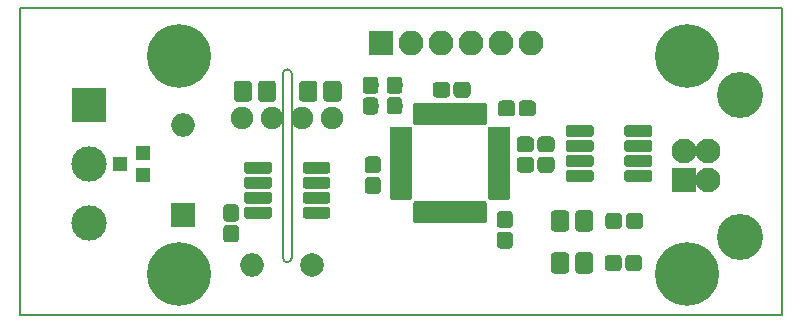
<source format=gbr>
G04 #@! TF.GenerationSoftware,KiCad,Pcbnew,5.1.4*
G04 #@! TF.CreationDate,2020-05-23T13:02:16+03:00*
G04 #@! TF.ProjectId,stm32,73746d33-322e-46b6-9963-61645f706362,rev?*
G04 #@! TF.SameCoordinates,Original*
G04 #@! TF.FileFunction,Soldermask,Top*
G04 #@! TF.FilePolarity,Negative*
%FSLAX46Y46*%
G04 Gerber Fmt 4.6, Leading zero omitted, Abs format (unit mm)*
G04 Created by KiCad (PCBNEW 5.1.4) date 2020-05-23 13:02:16*
%MOMM*%
%LPD*%
G04 APERTURE LIST*
%ADD10C,0.150000*%
%ADD11O,2.000000X2.000000*%
%ADD12C,2.000000*%
%ADD13C,0.100000*%
%ADD14C,1.550000*%
%ADD15C,1.350000*%
%ADD16R,1.300000X1.200000*%
%ADD17C,1.000000*%
%ADD18C,3.000000*%
%ADD19R,3.000000X3.000000*%
%ADD20R,2.100000X2.100000*%
%ADD21O,2.100000X2.100000*%
%ADD22C,2.100000*%
%ADD23C,3.900000*%
%ADD24C,5.400000*%
%ADD25C,1.900000*%
%ADD26R,2.000000X2.000000*%
%ADD27C,0.700000*%
G04 APERTURE END LIST*
D10*
X61000000Y-75500000D02*
X125500000Y-75500000D01*
X61000000Y-49500000D02*
X61000000Y-75500000D01*
X125500000Y-50000000D02*
X125500000Y-49500000D01*
X61000000Y-49500000D02*
X125500000Y-49500000D01*
X83248500Y-55054500D02*
G75*
G02X84010500Y-55054500I381000J0D01*
G01*
X84010500Y-70612000D02*
G75*
G02X83248500Y-70612000I-381000J0D01*
G01*
X84010500Y-55054500D02*
X84010500Y-70612000D01*
X83248500Y-55054500D02*
X83248500Y-70612000D01*
X125500000Y-75500000D02*
X125500000Y-50000000D01*
D11*
X80645000Y-71247000D03*
D12*
X85725000Y-71247000D03*
D13*
G36*
X82386071Y-55616623D02*
G01*
X82418781Y-55621475D01*
X82450857Y-55629509D01*
X82481991Y-55640649D01*
X82511884Y-55654787D01*
X82540247Y-55671787D01*
X82566807Y-55691485D01*
X82591308Y-55713692D01*
X82613515Y-55738193D01*
X82633213Y-55764753D01*
X82650213Y-55793116D01*
X82664351Y-55823009D01*
X82675491Y-55854143D01*
X82683525Y-55886219D01*
X82688377Y-55918929D01*
X82690000Y-55951956D01*
X82690000Y-57078044D01*
X82688377Y-57111071D01*
X82683525Y-57143781D01*
X82675491Y-57175857D01*
X82664351Y-57206991D01*
X82650213Y-57236884D01*
X82633213Y-57265247D01*
X82613515Y-57291807D01*
X82591308Y-57316308D01*
X82566807Y-57338515D01*
X82540247Y-57358213D01*
X82511884Y-57375213D01*
X82481991Y-57389351D01*
X82450857Y-57400491D01*
X82418781Y-57408525D01*
X82386071Y-57413377D01*
X82353044Y-57415000D01*
X81476956Y-57415000D01*
X81443929Y-57413377D01*
X81411219Y-57408525D01*
X81379143Y-57400491D01*
X81348009Y-57389351D01*
X81318116Y-57375213D01*
X81289753Y-57358213D01*
X81263193Y-57338515D01*
X81238692Y-57316308D01*
X81216485Y-57291807D01*
X81196787Y-57265247D01*
X81179787Y-57236884D01*
X81165649Y-57206991D01*
X81154509Y-57175857D01*
X81146475Y-57143781D01*
X81141623Y-57111071D01*
X81140000Y-57078044D01*
X81140000Y-55951956D01*
X81141623Y-55918929D01*
X81146475Y-55886219D01*
X81154509Y-55854143D01*
X81165649Y-55823009D01*
X81179787Y-55793116D01*
X81196787Y-55764753D01*
X81216485Y-55738193D01*
X81238692Y-55713692D01*
X81263193Y-55691485D01*
X81289753Y-55671787D01*
X81318116Y-55654787D01*
X81348009Y-55640649D01*
X81379143Y-55629509D01*
X81411219Y-55621475D01*
X81443929Y-55616623D01*
X81476956Y-55615000D01*
X82353044Y-55615000D01*
X82386071Y-55616623D01*
X82386071Y-55616623D01*
G37*
D14*
X81915000Y-56515000D03*
D13*
G36*
X80336071Y-55616623D02*
G01*
X80368781Y-55621475D01*
X80400857Y-55629509D01*
X80431991Y-55640649D01*
X80461884Y-55654787D01*
X80490247Y-55671787D01*
X80516807Y-55691485D01*
X80541308Y-55713692D01*
X80563515Y-55738193D01*
X80583213Y-55764753D01*
X80600213Y-55793116D01*
X80614351Y-55823009D01*
X80625491Y-55854143D01*
X80633525Y-55886219D01*
X80638377Y-55918929D01*
X80640000Y-55951956D01*
X80640000Y-57078044D01*
X80638377Y-57111071D01*
X80633525Y-57143781D01*
X80625491Y-57175857D01*
X80614351Y-57206991D01*
X80600213Y-57236884D01*
X80583213Y-57265247D01*
X80563515Y-57291807D01*
X80541308Y-57316308D01*
X80516807Y-57338515D01*
X80490247Y-57358213D01*
X80461884Y-57375213D01*
X80431991Y-57389351D01*
X80400857Y-57400491D01*
X80368781Y-57408525D01*
X80336071Y-57413377D01*
X80303044Y-57415000D01*
X79426956Y-57415000D01*
X79393929Y-57413377D01*
X79361219Y-57408525D01*
X79329143Y-57400491D01*
X79298009Y-57389351D01*
X79268116Y-57375213D01*
X79239753Y-57358213D01*
X79213193Y-57338515D01*
X79188692Y-57316308D01*
X79166485Y-57291807D01*
X79146787Y-57265247D01*
X79129787Y-57236884D01*
X79115649Y-57206991D01*
X79104509Y-57175857D01*
X79096475Y-57143781D01*
X79091623Y-57111071D01*
X79090000Y-57078044D01*
X79090000Y-55951956D01*
X79091623Y-55918929D01*
X79096475Y-55886219D01*
X79104509Y-55854143D01*
X79115649Y-55823009D01*
X79129787Y-55793116D01*
X79146787Y-55764753D01*
X79166485Y-55738193D01*
X79188692Y-55713692D01*
X79213193Y-55691485D01*
X79239753Y-55671787D01*
X79268116Y-55654787D01*
X79298009Y-55640649D01*
X79329143Y-55629509D01*
X79361219Y-55621475D01*
X79393929Y-55616623D01*
X79426956Y-55615000D01*
X80303044Y-55615000D01*
X80336071Y-55616623D01*
X80336071Y-55616623D01*
G37*
D14*
X79865000Y-56515000D03*
D13*
G36*
X87928571Y-55616623D02*
G01*
X87961281Y-55621475D01*
X87993357Y-55629509D01*
X88024491Y-55640649D01*
X88054384Y-55654787D01*
X88082747Y-55671787D01*
X88109307Y-55691485D01*
X88133808Y-55713692D01*
X88156015Y-55738193D01*
X88175713Y-55764753D01*
X88192713Y-55793116D01*
X88206851Y-55823009D01*
X88217991Y-55854143D01*
X88226025Y-55886219D01*
X88230877Y-55918929D01*
X88232500Y-55951956D01*
X88232500Y-57078044D01*
X88230877Y-57111071D01*
X88226025Y-57143781D01*
X88217991Y-57175857D01*
X88206851Y-57206991D01*
X88192713Y-57236884D01*
X88175713Y-57265247D01*
X88156015Y-57291807D01*
X88133808Y-57316308D01*
X88109307Y-57338515D01*
X88082747Y-57358213D01*
X88054384Y-57375213D01*
X88024491Y-57389351D01*
X87993357Y-57400491D01*
X87961281Y-57408525D01*
X87928571Y-57413377D01*
X87895544Y-57415000D01*
X87019456Y-57415000D01*
X86986429Y-57413377D01*
X86953719Y-57408525D01*
X86921643Y-57400491D01*
X86890509Y-57389351D01*
X86860616Y-57375213D01*
X86832253Y-57358213D01*
X86805693Y-57338515D01*
X86781192Y-57316308D01*
X86758985Y-57291807D01*
X86739287Y-57265247D01*
X86722287Y-57236884D01*
X86708149Y-57206991D01*
X86697009Y-57175857D01*
X86688975Y-57143781D01*
X86684123Y-57111071D01*
X86682500Y-57078044D01*
X86682500Y-55951956D01*
X86684123Y-55918929D01*
X86688975Y-55886219D01*
X86697009Y-55854143D01*
X86708149Y-55823009D01*
X86722287Y-55793116D01*
X86739287Y-55764753D01*
X86758985Y-55738193D01*
X86781192Y-55713692D01*
X86805693Y-55691485D01*
X86832253Y-55671787D01*
X86860616Y-55654787D01*
X86890509Y-55640649D01*
X86921643Y-55629509D01*
X86953719Y-55621475D01*
X86986429Y-55616623D01*
X87019456Y-55615000D01*
X87895544Y-55615000D01*
X87928571Y-55616623D01*
X87928571Y-55616623D01*
G37*
D14*
X87457500Y-56515000D03*
D13*
G36*
X85878571Y-55616623D02*
G01*
X85911281Y-55621475D01*
X85943357Y-55629509D01*
X85974491Y-55640649D01*
X86004384Y-55654787D01*
X86032747Y-55671787D01*
X86059307Y-55691485D01*
X86083808Y-55713692D01*
X86106015Y-55738193D01*
X86125713Y-55764753D01*
X86142713Y-55793116D01*
X86156851Y-55823009D01*
X86167991Y-55854143D01*
X86176025Y-55886219D01*
X86180877Y-55918929D01*
X86182500Y-55951956D01*
X86182500Y-57078044D01*
X86180877Y-57111071D01*
X86176025Y-57143781D01*
X86167991Y-57175857D01*
X86156851Y-57206991D01*
X86142713Y-57236884D01*
X86125713Y-57265247D01*
X86106015Y-57291807D01*
X86083808Y-57316308D01*
X86059307Y-57338515D01*
X86032747Y-57358213D01*
X86004384Y-57375213D01*
X85974491Y-57389351D01*
X85943357Y-57400491D01*
X85911281Y-57408525D01*
X85878571Y-57413377D01*
X85845544Y-57415000D01*
X84969456Y-57415000D01*
X84936429Y-57413377D01*
X84903719Y-57408525D01*
X84871643Y-57400491D01*
X84840509Y-57389351D01*
X84810616Y-57375213D01*
X84782253Y-57358213D01*
X84755693Y-57338515D01*
X84731192Y-57316308D01*
X84708985Y-57291807D01*
X84689287Y-57265247D01*
X84672287Y-57236884D01*
X84658149Y-57206991D01*
X84647009Y-57175857D01*
X84638975Y-57143781D01*
X84634123Y-57111071D01*
X84632500Y-57078044D01*
X84632500Y-55951956D01*
X84634123Y-55918929D01*
X84638975Y-55886219D01*
X84647009Y-55854143D01*
X84658149Y-55823009D01*
X84672287Y-55793116D01*
X84689287Y-55764753D01*
X84708985Y-55738193D01*
X84731192Y-55713692D01*
X84755693Y-55691485D01*
X84782253Y-55671787D01*
X84810616Y-55654787D01*
X84840509Y-55640649D01*
X84871643Y-55629509D01*
X84903719Y-55621475D01*
X84936429Y-55616623D01*
X84969456Y-55615000D01*
X85845544Y-55615000D01*
X85878571Y-55616623D01*
X85878571Y-55616623D01*
G37*
D14*
X85407500Y-56515000D03*
D13*
G36*
X93080581Y-55283625D02*
G01*
X93113343Y-55288485D01*
X93145471Y-55296533D01*
X93176656Y-55307691D01*
X93206596Y-55321852D01*
X93235005Y-55338879D01*
X93261608Y-55358609D01*
X93286149Y-55380851D01*
X93308391Y-55405392D01*
X93328121Y-55431995D01*
X93345148Y-55460404D01*
X93359309Y-55490344D01*
X93370467Y-55521529D01*
X93378515Y-55553657D01*
X93383375Y-55586419D01*
X93385000Y-55619500D01*
X93385000Y-56394500D01*
X93383375Y-56427581D01*
X93378515Y-56460343D01*
X93370467Y-56492471D01*
X93359309Y-56523656D01*
X93345148Y-56553596D01*
X93328121Y-56582005D01*
X93308391Y-56608608D01*
X93286149Y-56633149D01*
X93261608Y-56655391D01*
X93235005Y-56675121D01*
X93206596Y-56692148D01*
X93176656Y-56706309D01*
X93145471Y-56717467D01*
X93113343Y-56725515D01*
X93080581Y-56730375D01*
X93047500Y-56732000D01*
X92372500Y-56732000D01*
X92339419Y-56730375D01*
X92306657Y-56725515D01*
X92274529Y-56717467D01*
X92243344Y-56706309D01*
X92213404Y-56692148D01*
X92184995Y-56675121D01*
X92158392Y-56655391D01*
X92133851Y-56633149D01*
X92111609Y-56608608D01*
X92091879Y-56582005D01*
X92074852Y-56553596D01*
X92060691Y-56523656D01*
X92049533Y-56492471D01*
X92041485Y-56460343D01*
X92036625Y-56427581D01*
X92035000Y-56394500D01*
X92035000Y-55619500D01*
X92036625Y-55586419D01*
X92041485Y-55553657D01*
X92049533Y-55521529D01*
X92060691Y-55490344D01*
X92074852Y-55460404D01*
X92091879Y-55431995D01*
X92111609Y-55405392D01*
X92133851Y-55380851D01*
X92158392Y-55358609D01*
X92184995Y-55338879D01*
X92213404Y-55321852D01*
X92243344Y-55307691D01*
X92274529Y-55296533D01*
X92306657Y-55288485D01*
X92339419Y-55283625D01*
X92372500Y-55282000D01*
X93047500Y-55282000D01*
X93080581Y-55283625D01*
X93080581Y-55283625D01*
G37*
D15*
X92710000Y-56007000D03*
D13*
G36*
X93080581Y-57033625D02*
G01*
X93113343Y-57038485D01*
X93145471Y-57046533D01*
X93176656Y-57057691D01*
X93206596Y-57071852D01*
X93235005Y-57088879D01*
X93261608Y-57108609D01*
X93286149Y-57130851D01*
X93308391Y-57155392D01*
X93328121Y-57181995D01*
X93345148Y-57210404D01*
X93359309Y-57240344D01*
X93370467Y-57271529D01*
X93378515Y-57303657D01*
X93383375Y-57336419D01*
X93385000Y-57369500D01*
X93385000Y-58144500D01*
X93383375Y-58177581D01*
X93378515Y-58210343D01*
X93370467Y-58242471D01*
X93359309Y-58273656D01*
X93345148Y-58303596D01*
X93328121Y-58332005D01*
X93308391Y-58358608D01*
X93286149Y-58383149D01*
X93261608Y-58405391D01*
X93235005Y-58425121D01*
X93206596Y-58442148D01*
X93176656Y-58456309D01*
X93145471Y-58467467D01*
X93113343Y-58475515D01*
X93080581Y-58480375D01*
X93047500Y-58482000D01*
X92372500Y-58482000D01*
X92339419Y-58480375D01*
X92306657Y-58475515D01*
X92274529Y-58467467D01*
X92243344Y-58456309D01*
X92213404Y-58442148D01*
X92184995Y-58425121D01*
X92158392Y-58405391D01*
X92133851Y-58383149D01*
X92111609Y-58358608D01*
X92091879Y-58332005D01*
X92074852Y-58303596D01*
X92060691Y-58273656D01*
X92049533Y-58242471D01*
X92041485Y-58210343D01*
X92036625Y-58177581D01*
X92035000Y-58144500D01*
X92035000Y-57369500D01*
X92036625Y-57336419D01*
X92041485Y-57303657D01*
X92049533Y-57271529D01*
X92060691Y-57240344D01*
X92074852Y-57210404D01*
X92091879Y-57181995D01*
X92111609Y-57155392D01*
X92133851Y-57130851D01*
X92158392Y-57108609D01*
X92184995Y-57088879D01*
X92213404Y-57071852D01*
X92243344Y-57057691D01*
X92274529Y-57046533D01*
X92306657Y-57038485D01*
X92339419Y-57033625D01*
X92372500Y-57032000D01*
X93047500Y-57032000D01*
X93080581Y-57033625D01*
X93080581Y-57033625D01*
G37*
D15*
X92710000Y-57757000D03*
D13*
G36*
X104370081Y-57302125D02*
G01*
X104402843Y-57306985D01*
X104434971Y-57315033D01*
X104466156Y-57326191D01*
X104496096Y-57340352D01*
X104524505Y-57357379D01*
X104551108Y-57377109D01*
X104575649Y-57399351D01*
X104597891Y-57423892D01*
X104617621Y-57450495D01*
X104634648Y-57478904D01*
X104648809Y-57508844D01*
X104659967Y-57540029D01*
X104668015Y-57572157D01*
X104672875Y-57604919D01*
X104674500Y-57638000D01*
X104674500Y-58313000D01*
X104672875Y-58346081D01*
X104668015Y-58378843D01*
X104659967Y-58410971D01*
X104648809Y-58442156D01*
X104634648Y-58472096D01*
X104617621Y-58500505D01*
X104597891Y-58527108D01*
X104575649Y-58551649D01*
X104551108Y-58573891D01*
X104524505Y-58593621D01*
X104496096Y-58610648D01*
X104466156Y-58624809D01*
X104434971Y-58635967D01*
X104402843Y-58644015D01*
X104370081Y-58648875D01*
X104337000Y-58650500D01*
X103562000Y-58650500D01*
X103528919Y-58648875D01*
X103496157Y-58644015D01*
X103464029Y-58635967D01*
X103432844Y-58624809D01*
X103402904Y-58610648D01*
X103374495Y-58593621D01*
X103347892Y-58573891D01*
X103323351Y-58551649D01*
X103301109Y-58527108D01*
X103281379Y-58500505D01*
X103264352Y-58472096D01*
X103250191Y-58442156D01*
X103239033Y-58410971D01*
X103230985Y-58378843D01*
X103226125Y-58346081D01*
X103224500Y-58313000D01*
X103224500Y-57638000D01*
X103226125Y-57604919D01*
X103230985Y-57572157D01*
X103239033Y-57540029D01*
X103250191Y-57508844D01*
X103264352Y-57478904D01*
X103281379Y-57450495D01*
X103301109Y-57423892D01*
X103323351Y-57399351D01*
X103347892Y-57377109D01*
X103374495Y-57357379D01*
X103402904Y-57340352D01*
X103432844Y-57326191D01*
X103464029Y-57315033D01*
X103496157Y-57306985D01*
X103528919Y-57302125D01*
X103562000Y-57300500D01*
X104337000Y-57300500D01*
X104370081Y-57302125D01*
X104370081Y-57302125D01*
G37*
D15*
X103949500Y-57975500D03*
D13*
G36*
X102620081Y-57302125D02*
G01*
X102652843Y-57306985D01*
X102684971Y-57315033D01*
X102716156Y-57326191D01*
X102746096Y-57340352D01*
X102774505Y-57357379D01*
X102801108Y-57377109D01*
X102825649Y-57399351D01*
X102847891Y-57423892D01*
X102867621Y-57450495D01*
X102884648Y-57478904D01*
X102898809Y-57508844D01*
X102909967Y-57540029D01*
X102918015Y-57572157D01*
X102922875Y-57604919D01*
X102924500Y-57638000D01*
X102924500Y-58313000D01*
X102922875Y-58346081D01*
X102918015Y-58378843D01*
X102909967Y-58410971D01*
X102898809Y-58442156D01*
X102884648Y-58472096D01*
X102867621Y-58500505D01*
X102847891Y-58527108D01*
X102825649Y-58551649D01*
X102801108Y-58573891D01*
X102774505Y-58593621D01*
X102746096Y-58610648D01*
X102716156Y-58624809D01*
X102684971Y-58635967D01*
X102652843Y-58644015D01*
X102620081Y-58648875D01*
X102587000Y-58650500D01*
X101812000Y-58650500D01*
X101778919Y-58648875D01*
X101746157Y-58644015D01*
X101714029Y-58635967D01*
X101682844Y-58624809D01*
X101652904Y-58610648D01*
X101624495Y-58593621D01*
X101597892Y-58573891D01*
X101573351Y-58551649D01*
X101551109Y-58527108D01*
X101531379Y-58500505D01*
X101514352Y-58472096D01*
X101500191Y-58442156D01*
X101489033Y-58410971D01*
X101480985Y-58378843D01*
X101476125Y-58346081D01*
X101474500Y-58313000D01*
X101474500Y-57638000D01*
X101476125Y-57604919D01*
X101480985Y-57572157D01*
X101489033Y-57540029D01*
X101500191Y-57508844D01*
X101514352Y-57478904D01*
X101531379Y-57450495D01*
X101551109Y-57423892D01*
X101573351Y-57399351D01*
X101597892Y-57377109D01*
X101624495Y-57357379D01*
X101652904Y-57340352D01*
X101682844Y-57326191D01*
X101714029Y-57315033D01*
X101746157Y-57306985D01*
X101778919Y-57302125D01*
X101812000Y-57300500D01*
X102587000Y-57300500D01*
X102620081Y-57302125D01*
X102620081Y-57302125D01*
G37*
D15*
X102199500Y-57975500D03*
D13*
G36*
X102415081Y-66650125D02*
G01*
X102447843Y-66654985D01*
X102479971Y-66663033D01*
X102511156Y-66674191D01*
X102541096Y-66688352D01*
X102569505Y-66705379D01*
X102596108Y-66725109D01*
X102620649Y-66747351D01*
X102642891Y-66771892D01*
X102662621Y-66798495D01*
X102679648Y-66826904D01*
X102693809Y-66856844D01*
X102704967Y-66888029D01*
X102713015Y-66920157D01*
X102717875Y-66952919D01*
X102719500Y-66986000D01*
X102719500Y-67761000D01*
X102717875Y-67794081D01*
X102713015Y-67826843D01*
X102704967Y-67858971D01*
X102693809Y-67890156D01*
X102679648Y-67920096D01*
X102662621Y-67948505D01*
X102642891Y-67975108D01*
X102620649Y-67999649D01*
X102596108Y-68021891D01*
X102569505Y-68041621D01*
X102541096Y-68058648D01*
X102511156Y-68072809D01*
X102479971Y-68083967D01*
X102447843Y-68092015D01*
X102415081Y-68096875D01*
X102382000Y-68098500D01*
X101707000Y-68098500D01*
X101673919Y-68096875D01*
X101641157Y-68092015D01*
X101609029Y-68083967D01*
X101577844Y-68072809D01*
X101547904Y-68058648D01*
X101519495Y-68041621D01*
X101492892Y-68021891D01*
X101468351Y-67999649D01*
X101446109Y-67975108D01*
X101426379Y-67948505D01*
X101409352Y-67920096D01*
X101395191Y-67890156D01*
X101384033Y-67858971D01*
X101375985Y-67826843D01*
X101371125Y-67794081D01*
X101369500Y-67761000D01*
X101369500Y-66986000D01*
X101371125Y-66952919D01*
X101375985Y-66920157D01*
X101384033Y-66888029D01*
X101395191Y-66856844D01*
X101409352Y-66826904D01*
X101426379Y-66798495D01*
X101446109Y-66771892D01*
X101468351Y-66747351D01*
X101492892Y-66725109D01*
X101519495Y-66705379D01*
X101547904Y-66688352D01*
X101577844Y-66674191D01*
X101609029Y-66663033D01*
X101641157Y-66654985D01*
X101673919Y-66650125D01*
X101707000Y-66648500D01*
X102382000Y-66648500D01*
X102415081Y-66650125D01*
X102415081Y-66650125D01*
G37*
D15*
X102044500Y-67373500D03*
D13*
G36*
X102415081Y-68400125D02*
G01*
X102447843Y-68404985D01*
X102479971Y-68413033D01*
X102511156Y-68424191D01*
X102541096Y-68438352D01*
X102569505Y-68455379D01*
X102596108Y-68475109D01*
X102620649Y-68497351D01*
X102642891Y-68521892D01*
X102662621Y-68548495D01*
X102679648Y-68576904D01*
X102693809Y-68606844D01*
X102704967Y-68638029D01*
X102713015Y-68670157D01*
X102717875Y-68702919D01*
X102719500Y-68736000D01*
X102719500Y-69511000D01*
X102717875Y-69544081D01*
X102713015Y-69576843D01*
X102704967Y-69608971D01*
X102693809Y-69640156D01*
X102679648Y-69670096D01*
X102662621Y-69698505D01*
X102642891Y-69725108D01*
X102620649Y-69749649D01*
X102596108Y-69771891D01*
X102569505Y-69791621D01*
X102541096Y-69808648D01*
X102511156Y-69822809D01*
X102479971Y-69833967D01*
X102447843Y-69842015D01*
X102415081Y-69846875D01*
X102382000Y-69848500D01*
X101707000Y-69848500D01*
X101673919Y-69846875D01*
X101641157Y-69842015D01*
X101609029Y-69833967D01*
X101577844Y-69822809D01*
X101547904Y-69808648D01*
X101519495Y-69791621D01*
X101492892Y-69771891D01*
X101468351Y-69749649D01*
X101446109Y-69725108D01*
X101426379Y-69698505D01*
X101409352Y-69670096D01*
X101395191Y-69640156D01*
X101384033Y-69608971D01*
X101375985Y-69576843D01*
X101371125Y-69544081D01*
X101369500Y-69511000D01*
X101369500Y-68736000D01*
X101371125Y-68702919D01*
X101375985Y-68670157D01*
X101384033Y-68638029D01*
X101395191Y-68606844D01*
X101409352Y-68576904D01*
X101426379Y-68548495D01*
X101446109Y-68521892D01*
X101468351Y-68497351D01*
X101492892Y-68475109D01*
X101519495Y-68455379D01*
X101547904Y-68438352D01*
X101577844Y-68424191D01*
X101609029Y-68413033D01*
X101641157Y-68404985D01*
X101673919Y-68400125D01*
X101707000Y-68398500D01*
X102382000Y-68398500D01*
X102415081Y-68400125D01*
X102415081Y-68400125D01*
G37*
D15*
X102044500Y-69123500D03*
D13*
G36*
X91239081Y-62028625D02*
G01*
X91271843Y-62033485D01*
X91303971Y-62041533D01*
X91335156Y-62052691D01*
X91365096Y-62066852D01*
X91393505Y-62083879D01*
X91420108Y-62103609D01*
X91444649Y-62125851D01*
X91466891Y-62150392D01*
X91486621Y-62176995D01*
X91503648Y-62205404D01*
X91517809Y-62235344D01*
X91528967Y-62266529D01*
X91537015Y-62298657D01*
X91541875Y-62331419D01*
X91543500Y-62364500D01*
X91543500Y-63139500D01*
X91541875Y-63172581D01*
X91537015Y-63205343D01*
X91528967Y-63237471D01*
X91517809Y-63268656D01*
X91503648Y-63298596D01*
X91486621Y-63327005D01*
X91466891Y-63353608D01*
X91444649Y-63378149D01*
X91420108Y-63400391D01*
X91393505Y-63420121D01*
X91365096Y-63437148D01*
X91335156Y-63451309D01*
X91303971Y-63462467D01*
X91271843Y-63470515D01*
X91239081Y-63475375D01*
X91206000Y-63477000D01*
X90531000Y-63477000D01*
X90497919Y-63475375D01*
X90465157Y-63470515D01*
X90433029Y-63462467D01*
X90401844Y-63451309D01*
X90371904Y-63437148D01*
X90343495Y-63420121D01*
X90316892Y-63400391D01*
X90292351Y-63378149D01*
X90270109Y-63353608D01*
X90250379Y-63327005D01*
X90233352Y-63298596D01*
X90219191Y-63268656D01*
X90208033Y-63237471D01*
X90199985Y-63205343D01*
X90195125Y-63172581D01*
X90193500Y-63139500D01*
X90193500Y-62364500D01*
X90195125Y-62331419D01*
X90199985Y-62298657D01*
X90208033Y-62266529D01*
X90219191Y-62235344D01*
X90233352Y-62205404D01*
X90250379Y-62176995D01*
X90270109Y-62150392D01*
X90292351Y-62125851D01*
X90316892Y-62103609D01*
X90343495Y-62083879D01*
X90371904Y-62066852D01*
X90401844Y-62052691D01*
X90433029Y-62041533D01*
X90465157Y-62033485D01*
X90497919Y-62028625D01*
X90531000Y-62027000D01*
X91206000Y-62027000D01*
X91239081Y-62028625D01*
X91239081Y-62028625D01*
G37*
D15*
X90868500Y-62752000D03*
D13*
G36*
X91239081Y-63778625D02*
G01*
X91271843Y-63783485D01*
X91303971Y-63791533D01*
X91335156Y-63802691D01*
X91365096Y-63816852D01*
X91393505Y-63833879D01*
X91420108Y-63853609D01*
X91444649Y-63875851D01*
X91466891Y-63900392D01*
X91486621Y-63926995D01*
X91503648Y-63955404D01*
X91517809Y-63985344D01*
X91528967Y-64016529D01*
X91537015Y-64048657D01*
X91541875Y-64081419D01*
X91543500Y-64114500D01*
X91543500Y-64889500D01*
X91541875Y-64922581D01*
X91537015Y-64955343D01*
X91528967Y-64987471D01*
X91517809Y-65018656D01*
X91503648Y-65048596D01*
X91486621Y-65077005D01*
X91466891Y-65103608D01*
X91444649Y-65128149D01*
X91420108Y-65150391D01*
X91393505Y-65170121D01*
X91365096Y-65187148D01*
X91335156Y-65201309D01*
X91303971Y-65212467D01*
X91271843Y-65220515D01*
X91239081Y-65225375D01*
X91206000Y-65227000D01*
X90531000Y-65227000D01*
X90497919Y-65225375D01*
X90465157Y-65220515D01*
X90433029Y-65212467D01*
X90401844Y-65201309D01*
X90371904Y-65187148D01*
X90343495Y-65170121D01*
X90316892Y-65150391D01*
X90292351Y-65128149D01*
X90270109Y-65103608D01*
X90250379Y-65077005D01*
X90233352Y-65048596D01*
X90219191Y-65018656D01*
X90208033Y-64987471D01*
X90199985Y-64955343D01*
X90195125Y-64922581D01*
X90193500Y-64889500D01*
X90193500Y-64114500D01*
X90195125Y-64081419D01*
X90199985Y-64048657D01*
X90208033Y-64016529D01*
X90219191Y-63985344D01*
X90233352Y-63955404D01*
X90250379Y-63926995D01*
X90270109Y-63900392D01*
X90292351Y-63875851D01*
X90316892Y-63853609D01*
X90343495Y-63833879D01*
X90371904Y-63816852D01*
X90401844Y-63802691D01*
X90433029Y-63791533D01*
X90465157Y-63783485D01*
X90497919Y-63778625D01*
X90531000Y-63777000D01*
X91206000Y-63777000D01*
X91239081Y-63778625D01*
X91239081Y-63778625D01*
G37*
D15*
X90868500Y-64502000D03*
D16*
X71437500Y-63622000D03*
X71437500Y-61722000D03*
X69437500Y-62672000D03*
D13*
G36*
X114294004Y-63191704D02*
G01*
X114318273Y-63195304D01*
X114342071Y-63201265D01*
X114365171Y-63209530D01*
X114387349Y-63220020D01*
X114408393Y-63232633D01*
X114428098Y-63247247D01*
X114446277Y-63263723D01*
X114462753Y-63281902D01*
X114477367Y-63301607D01*
X114489980Y-63322651D01*
X114500470Y-63344829D01*
X114508735Y-63367929D01*
X114514696Y-63391727D01*
X114518296Y-63415996D01*
X114519500Y-63440500D01*
X114519500Y-63940500D01*
X114518296Y-63965004D01*
X114514696Y-63989273D01*
X114508735Y-64013071D01*
X114500470Y-64036171D01*
X114489980Y-64058349D01*
X114477367Y-64079393D01*
X114462753Y-64099098D01*
X114446277Y-64117277D01*
X114428098Y-64133753D01*
X114408393Y-64148367D01*
X114387349Y-64160980D01*
X114365171Y-64171470D01*
X114342071Y-64179735D01*
X114318273Y-64185696D01*
X114294004Y-64189296D01*
X114269500Y-64190500D01*
X112419500Y-64190500D01*
X112394996Y-64189296D01*
X112370727Y-64185696D01*
X112346929Y-64179735D01*
X112323829Y-64171470D01*
X112301651Y-64160980D01*
X112280607Y-64148367D01*
X112260902Y-64133753D01*
X112242723Y-64117277D01*
X112226247Y-64099098D01*
X112211633Y-64079393D01*
X112199020Y-64058349D01*
X112188530Y-64036171D01*
X112180265Y-64013071D01*
X112174304Y-63989273D01*
X112170704Y-63965004D01*
X112169500Y-63940500D01*
X112169500Y-63440500D01*
X112170704Y-63415996D01*
X112174304Y-63391727D01*
X112180265Y-63367929D01*
X112188530Y-63344829D01*
X112199020Y-63322651D01*
X112211633Y-63301607D01*
X112226247Y-63281902D01*
X112242723Y-63263723D01*
X112260902Y-63247247D01*
X112280607Y-63232633D01*
X112301651Y-63220020D01*
X112323829Y-63209530D01*
X112346929Y-63201265D01*
X112370727Y-63195304D01*
X112394996Y-63191704D01*
X112419500Y-63190500D01*
X114269500Y-63190500D01*
X114294004Y-63191704D01*
X114294004Y-63191704D01*
G37*
D17*
X113344500Y-63690500D03*
D13*
G36*
X114294004Y-61921704D02*
G01*
X114318273Y-61925304D01*
X114342071Y-61931265D01*
X114365171Y-61939530D01*
X114387349Y-61950020D01*
X114408393Y-61962633D01*
X114428098Y-61977247D01*
X114446277Y-61993723D01*
X114462753Y-62011902D01*
X114477367Y-62031607D01*
X114489980Y-62052651D01*
X114500470Y-62074829D01*
X114508735Y-62097929D01*
X114514696Y-62121727D01*
X114518296Y-62145996D01*
X114519500Y-62170500D01*
X114519500Y-62670500D01*
X114518296Y-62695004D01*
X114514696Y-62719273D01*
X114508735Y-62743071D01*
X114500470Y-62766171D01*
X114489980Y-62788349D01*
X114477367Y-62809393D01*
X114462753Y-62829098D01*
X114446277Y-62847277D01*
X114428098Y-62863753D01*
X114408393Y-62878367D01*
X114387349Y-62890980D01*
X114365171Y-62901470D01*
X114342071Y-62909735D01*
X114318273Y-62915696D01*
X114294004Y-62919296D01*
X114269500Y-62920500D01*
X112419500Y-62920500D01*
X112394996Y-62919296D01*
X112370727Y-62915696D01*
X112346929Y-62909735D01*
X112323829Y-62901470D01*
X112301651Y-62890980D01*
X112280607Y-62878367D01*
X112260902Y-62863753D01*
X112242723Y-62847277D01*
X112226247Y-62829098D01*
X112211633Y-62809393D01*
X112199020Y-62788349D01*
X112188530Y-62766171D01*
X112180265Y-62743071D01*
X112174304Y-62719273D01*
X112170704Y-62695004D01*
X112169500Y-62670500D01*
X112169500Y-62170500D01*
X112170704Y-62145996D01*
X112174304Y-62121727D01*
X112180265Y-62097929D01*
X112188530Y-62074829D01*
X112199020Y-62052651D01*
X112211633Y-62031607D01*
X112226247Y-62011902D01*
X112242723Y-61993723D01*
X112260902Y-61977247D01*
X112280607Y-61962633D01*
X112301651Y-61950020D01*
X112323829Y-61939530D01*
X112346929Y-61931265D01*
X112370727Y-61925304D01*
X112394996Y-61921704D01*
X112419500Y-61920500D01*
X114269500Y-61920500D01*
X114294004Y-61921704D01*
X114294004Y-61921704D01*
G37*
D17*
X113344500Y-62420500D03*
D13*
G36*
X114294004Y-60651704D02*
G01*
X114318273Y-60655304D01*
X114342071Y-60661265D01*
X114365171Y-60669530D01*
X114387349Y-60680020D01*
X114408393Y-60692633D01*
X114428098Y-60707247D01*
X114446277Y-60723723D01*
X114462753Y-60741902D01*
X114477367Y-60761607D01*
X114489980Y-60782651D01*
X114500470Y-60804829D01*
X114508735Y-60827929D01*
X114514696Y-60851727D01*
X114518296Y-60875996D01*
X114519500Y-60900500D01*
X114519500Y-61400500D01*
X114518296Y-61425004D01*
X114514696Y-61449273D01*
X114508735Y-61473071D01*
X114500470Y-61496171D01*
X114489980Y-61518349D01*
X114477367Y-61539393D01*
X114462753Y-61559098D01*
X114446277Y-61577277D01*
X114428098Y-61593753D01*
X114408393Y-61608367D01*
X114387349Y-61620980D01*
X114365171Y-61631470D01*
X114342071Y-61639735D01*
X114318273Y-61645696D01*
X114294004Y-61649296D01*
X114269500Y-61650500D01*
X112419500Y-61650500D01*
X112394996Y-61649296D01*
X112370727Y-61645696D01*
X112346929Y-61639735D01*
X112323829Y-61631470D01*
X112301651Y-61620980D01*
X112280607Y-61608367D01*
X112260902Y-61593753D01*
X112242723Y-61577277D01*
X112226247Y-61559098D01*
X112211633Y-61539393D01*
X112199020Y-61518349D01*
X112188530Y-61496171D01*
X112180265Y-61473071D01*
X112174304Y-61449273D01*
X112170704Y-61425004D01*
X112169500Y-61400500D01*
X112169500Y-60900500D01*
X112170704Y-60875996D01*
X112174304Y-60851727D01*
X112180265Y-60827929D01*
X112188530Y-60804829D01*
X112199020Y-60782651D01*
X112211633Y-60761607D01*
X112226247Y-60741902D01*
X112242723Y-60723723D01*
X112260902Y-60707247D01*
X112280607Y-60692633D01*
X112301651Y-60680020D01*
X112323829Y-60669530D01*
X112346929Y-60661265D01*
X112370727Y-60655304D01*
X112394996Y-60651704D01*
X112419500Y-60650500D01*
X114269500Y-60650500D01*
X114294004Y-60651704D01*
X114294004Y-60651704D01*
G37*
D17*
X113344500Y-61150500D03*
D13*
G36*
X114294004Y-59381704D02*
G01*
X114318273Y-59385304D01*
X114342071Y-59391265D01*
X114365171Y-59399530D01*
X114387349Y-59410020D01*
X114408393Y-59422633D01*
X114428098Y-59437247D01*
X114446277Y-59453723D01*
X114462753Y-59471902D01*
X114477367Y-59491607D01*
X114489980Y-59512651D01*
X114500470Y-59534829D01*
X114508735Y-59557929D01*
X114514696Y-59581727D01*
X114518296Y-59605996D01*
X114519500Y-59630500D01*
X114519500Y-60130500D01*
X114518296Y-60155004D01*
X114514696Y-60179273D01*
X114508735Y-60203071D01*
X114500470Y-60226171D01*
X114489980Y-60248349D01*
X114477367Y-60269393D01*
X114462753Y-60289098D01*
X114446277Y-60307277D01*
X114428098Y-60323753D01*
X114408393Y-60338367D01*
X114387349Y-60350980D01*
X114365171Y-60361470D01*
X114342071Y-60369735D01*
X114318273Y-60375696D01*
X114294004Y-60379296D01*
X114269500Y-60380500D01*
X112419500Y-60380500D01*
X112394996Y-60379296D01*
X112370727Y-60375696D01*
X112346929Y-60369735D01*
X112323829Y-60361470D01*
X112301651Y-60350980D01*
X112280607Y-60338367D01*
X112260902Y-60323753D01*
X112242723Y-60307277D01*
X112226247Y-60289098D01*
X112211633Y-60269393D01*
X112199020Y-60248349D01*
X112188530Y-60226171D01*
X112180265Y-60203071D01*
X112174304Y-60179273D01*
X112170704Y-60155004D01*
X112169500Y-60130500D01*
X112169500Y-59630500D01*
X112170704Y-59605996D01*
X112174304Y-59581727D01*
X112180265Y-59557929D01*
X112188530Y-59534829D01*
X112199020Y-59512651D01*
X112211633Y-59491607D01*
X112226247Y-59471902D01*
X112242723Y-59453723D01*
X112260902Y-59437247D01*
X112280607Y-59422633D01*
X112301651Y-59410020D01*
X112323829Y-59399530D01*
X112346929Y-59391265D01*
X112370727Y-59385304D01*
X112394996Y-59381704D01*
X112419500Y-59380500D01*
X114269500Y-59380500D01*
X114294004Y-59381704D01*
X114294004Y-59381704D01*
G37*
D17*
X113344500Y-59880500D03*
D13*
G36*
X109344004Y-59381704D02*
G01*
X109368273Y-59385304D01*
X109392071Y-59391265D01*
X109415171Y-59399530D01*
X109437349Y-59410020D01*
X109458393Y-59422633D01*
X109478098Y-59437247D01*
X109496277Y-59453723D01*
X109512753Y-59471902D01*
X109527367Y-59491607D01*
X109539980Y-59512651D01*
X109550470Y-59534829D01*
X109558735Y-59557929D01*
X109564696Y-59581727D01*
X109568296Y-59605996D01*
X109569500Y-59630500D01*
X109569500Y-60130500D01*
X109568296Y-60155004D01*
X109564696Y-60179273D01*
X109558735Y-60203071D01*
X109550470Y-60226171D01*
X109539980Y-60248349D01*
X109527367Y-60269393D01*
X109512753Y-60289098D01*
X109496277Y-60307277D01*
X109478098Y-60323753D01*
X109458393Y-60338367D01*
X109437349Y-60350980D01*
X109415171Y-60361470D01*
X109392071Y-60369735D01*
X109368273Y-60375696D01*
X109344004Y-60379296D01*
X109319500Y-60380500D01*
X107469500Y-60380500D01*
X107444996Y-60379296D01*
X107420727Y-60375696D01*
X107396929Y-60369735D01*
X107373829Y-60361470D01*
X107351651Y-60350980D01*
X107330607Y-60338367D01*
X107310902Y-60323753D01*
X107292723Y-60307277D01*
X107276247Y-60289098D01*
X107261633Y-60269393D01*
X107249020Y-60248349D01*
X107238530Y-60226171D01*
X107230265Y-60203071D01*
X107224304Y-60179273D01*
X107220704Y-60155004D01*
X107219500Y-60130500D01*
X107219500Y-59630500D01*
X107220704Y-59605996D01*
X107224304Y-59581727D01*
X107230265Y-59557929D01*
X107238530Y-59534829D01*
X107249020Y-59512651D01*
X107261633Y-59491607D01*
X107276247Y-59471902D01*
X107292723Y-59453723D01*
X107310902Y-59437247D01*
X107330607Y-59422633D01*
X107351651Y-59410020D01*
X107373829Y-59399530D01*
X107396929Y-59391265D01*
X107420727Y-59385304D01*
X107444996Y-59381704D01*
X107469500Y-59380500D01*
X109319500Y-59380500D01*
X109344004Y-59381704D01*
X109344004Y-59381704D01*
G37*
D17*
X108394500Y-59880500D03*
D13*
G36*
X109344004Y-60651704D02*
G01*
X109368273Y-60655304D01*
X109392071Y-60661265D01*
X109415171Y-60669530D01*
X109437349Y-60680020D01*
X109458393Y-60692633D01*
X109478098Y-60707247D01*
X109496277Y-60723723D01*
X109512753Y-60741902D01*
X109527367Y-60761607D01*
X109539980Y-60782651D01*
X109550470Y-60804829D01*
X109558735Y-60827929D01*
X109564696Y-60851727D01*
X109568296Y-60875996D01*
X109569500Y-60900500D01*
X109569500Y-61400500D01*
X109568296Y-61425004D01*
X109564696Y-61449273D01*
X109558735Y-61473071D01*
X109550470Y-61496171D01*
X109539980Y-61518349D01*
X109527367Y-61539393D01*
X109512753Y-61559098D01*
X109496277Y-61577277D01*
X109478098Y-61593753D01*
X109458393Y-61608367D01*
X109437349Y-61620980D01*
X109415171Y-61631470D01*
X109392071Y-61639735D01*
X109368273Y-61645696D01*
X109344004Y-61649296D01*
X109319500Y-61650500D01*
X107469500Y-61650500D01*
X107444996Y-61649296D01*
X107420727Y-61645696D01*
X107396929Y-61639735D01*
X107373829Y-61631470D01*
X107351651Y-61620980D01*
X107330607Y-61608367D01*
X107310902Y-61593753D01*
X107292723Y-61577277D01*
X107276247Y-61559098D01*
X107261633Y-61539393D01*
X107249020Y-61518349D01*
X107238530Y-61496171D01*
X107230265Y-61473071D01*
X107224304Y-61449273D01*
X107220704Y-61425004D01*
X107219500Y-61400500D01*
X107219500Y-60900500D01*
X107220704Y-60875996D01*
X107224304Y-60851727D01*
X107230265Y-60827929D01*
X107238530Y-60804829D01*
X107249020Y-60782651D01*
X107261633Y-60761607D01*
X107276247Y-60741902D01*
X107292723Y-60723723D01*
X107310902Y-60707247D01*
X107330607Y-60692633D01*
X107351651Y-60680020D01*
X107373829Y-60669530D01*
X107396929Y-60661265D01*
X107420727Y-60655304D01*
X107444996Y-60651704D01*
X107469500Y-60650500D01*
X109319500Y-60650500D01*
X109344004Y-60651704D01*
X109344004Y-60651704D01*
G37*
D17*
X108394500Y-61150500D03*
D13*
G36*
X109344004Y-61921704D02*
G01*
X109368273Y-61925304D01*
X109392071Y-61931265D01*
X109415171Y-61939530D01*
X109437349Y-61950020D01*
X109458393Y-61962633D01*
X109478098Y-61977247D01*
X109496277Y-61993723D01*
X109512753Y-62011902D01*
X109527367Y-62031607D01*
X109539980Y-62052651D01*
X109550470Y-62074829D01*
X109558735Y-62097929D01*
X109564696Y-62121727D01*
X109568296Y-62145996D01*
X109569500Y-62170500D01*
X109569500Y-62670500D01*
X109568296Y-62695004D01*
X109564696Y-62719273D01*
X109558735Y-62743071D01*
X109550470Y-62766171D01*
X109539980Y-62788349D01*
X109527367Y-62809393D01*
X109512753Y-62829098D01*
X109496277Y-62847277D01*
X109478098Y-62863753D01*
X109458393Y-62878367D01*
X109437349Y-62890980D01*
X109415171Y-62901470D01*
X109392071Y-62909735D01*
X109368273Y-62915696D01*
X109344004Y-62919296D01*
X109319500Y-62920500D01*
X107469500Y-62920500D01*
X107444996Y-62919296D01*
X107420727Y-62915696D01*
X107396929Y-62909735D01*
X107373829Y-62901470D01*
X107351651Y-62890980D01*
X107330607Y-62878367D01*
X107310902Y-62863753D01*
X107292723Y-62847277D01*
X107276247Y-62829098D01*
X107261633Y-62809393D01*
X107249020Y-62788349D01*
X107238530Y-62766171D01*
X107230265Y-62743071D01*
X107224304Y-62719273D01*
X107220704Y-62695004D01*
X107219500Y-62670500D01*
X107219500Y-62170500D01*
X107220704Y-62145996D01*
X107224304Y-62121727D01*
X107230265Y-62097929D01*
X107238530Y-62074829D01*
X107249020Y-62052651D01*
X107261633Y-62031607D01*
X107276247Y-62011902D01*
X107292723Y-61993723D01*
X107310902Y-61977247D01*
X107330607Y-61962633D01*
X107351651Y-61950020D01*
X107373829Y-61939530D01*
X107396929Y-61931265D01*
X107420727Y-61925304D01*
X107444996Y-61921704D01*
X107469500Y-61920500D01*
X109319500Y-61920500D01*
X109344004Y-61921704D01*
X109344004Y-61921704D01*
G37*
D17*
X108394500Y-62420500D03*
D13*
G36*
X109344004Y-63191704D02*
G01*
X109368273Y-63195304D01*
X109392071Y-63201265D01*
X109415171Y-63209530D01*
X109437349Y-63220020D01*
X109458393Y-63232633D01*
X109478098Y-63247247D01*
X109496277Y-63263723D01*
X109512753Y-63281902D01*
X109527367Y-63301607D01*
X109539980Y-63322651D01*
X109550470Y-63344829D01*
X109558735Y-63367929D01*
X109564696Y-63391727D01*
X109568296Y-63415996D01*
X109569500Y-63440500D01*
X109569500Y-63940500D01*
X109568296Y-63965004D01*
X109564696Y-63989273D01*
X109558735Y-64013071D01*
X109550470Y-64036171D01*
X109539980Y-64058349D01*
X109527367Y-64079393D01*
X109512753Y-64099098D01*
X109496277Y-64117277D01*
X109478098Y-64133753D01*
X109458393Y-64148367D01*
X109437349Y-64160980D01*
X109415171Y-64171470D01*
X109392071Y-64179735D01*
X109368273Y-64185696D01*
X109344004Y-64189296D01*
X109319500Y-64190500D01*
X107469500Y-64190500D01*
X107444996Y-64189296D01*
X107420727Y-64185696D01*
X107396929Y-64179735D01*
X107373829Y-64171470D01*
X107351651Y-64160980D01*
X107330607Y-64148367D01*
X107310902Y-64133753D01*
X107292723Y-64117277D01*
X107276247Y-64099098D01*
X107261633Y-64079393D01*
X107249020Y-64058349D01*
X107238530Y-64036171D01*
X107230265Y-64013071D01*
X107224304Y-63989273D01*
X107220704Y-63965004D01*
X107219500Y-63940500D01*
X107219500Y-63440500D01*
X107220704Y-63415996D01*
X107224304Y-63391727D01*
X107230265Y-63367929D01*
X107238530Y-63344829D01*
X107249020Y-63322651D01*
X107261633Y-63301607D01*
X107276247Y-63281902D01*
X107292723Y-63263723D01*
X107310902Y-63247247D01*
X107330607Y-63232633D01*
X107351651Y-63220020D01*
X107373829Y-63209530D01*
X107396929Y-63201265D01*
X107420727Y-63195304D01*
X107444996Y-63191704D01*
X107469500Y-63190500D01*
X109319500Y-63190500D01*
X109344004Y-63191704D01*
X109344004Y-63191704D01*
G37*
D17*
X108394500Y-63690500D03*
D13*
G36*
X109246571Y-70158123D02*
G01*
X109279281Y-70162975D01*
X109311357Y-70171009D01*
X109342491Y-70182149D01*
X109372384Y-70196287D01*
X109400747Y-70213287D01*
X109427307Y-70232985D01*
X109451808Y-70255192D01*
X109474015Y-70279693D01*
X109493713Y-70306253D01*
X109510713Y-70334616D01*
X109524851Y-70364509D01*
X109535991Y-70395643D01*
X109544025Y-70427719D01*
X109548877Y-70460429D01*
X109550500Y-70493456D01*
X109550500Y-71619544D01*
X109548877Y-71652571D01*
X109544025Y-71685281D01*
X109535991Y-71717357D01*
X109524851Y-71748491D01*
X109510713Y-71778384D01*
X109493713Y-71806747D01*
X109474015Y-71833307D01*
X109451808Y-71857808D01*
X109427307Y-71880015D01*
X109400747Y-71899713D01*
X109372384Y-71916713D01*
X109342491Y-71930851D01*
X109311357Y-71941991D01*
X109279281Y-71950025D01*
X109246571Y-71954877D01*
X109213544Y-71956500D01*
X108337456Y-71956500D01*
X108304429Y-71954877D01*
X108271719Y-71950025D01*
X108239643Y-71941991D01*
X108208509Y-71930851D01*
X108178616Y-71916713D01*
X108150253Y-71899713D01*
X108123693Y-71880015D01*
X108099192Y-71857808D01*
X108076985Y-71833307D01*
X108057287Y-71806747D01*
X108040287Y-71778384D01*
X108026149Y-71748491D01*
X108015009Y-71717357D01*
X108006975Y-71685281D01*
X108002123Y-71652571D01*
X108000500Y-71619544D01*
X108000500Y-70493456D01*
X108002123Y-70460429D01*
X108006975Y-70427719D01*
X108015009Y-70395643D01*
X108026149Y-70364509D01*
X108040287Y-70334616D01*
X108057287Y-70306253D01*
X108076985Y-70279693D01*
X108099192Y-70255192D01*
X108123693Y-70232985D01*
X108150253Y-70213287D01*
X108178616Y-70196287D01*
X108208509Y-70182149D01*
X108239643Y-70171009D01*
X108271719Y-70162975D01*
X108304429Y-70158123D01*
X108337456Y-70156500D01*
X109213544Y-70156500D01*
X109246571Y-70158123D01*
X109246571Y-70158123D01*
G37*
D14*
X108775500Y-71056500D03*
D13*
G36*
X107196571Y-70158123D02*
G01*
X107229281Y-70162975D01*
X107261357Y-70171009D01*
X107292491Y-70182149D01*
X107322384Y-70196287D01*
X107350747Y-70213287D01*
X107377307Y-70232985D01*
X107401808Y-70255192D01*
X107424015Y-70279693D01*
X107443713Y-70306253D01*
X107460713Y-70334616D01*
X107474851Y-70364509D01*
X107485991Y-70395643D01*
X107494025Y-70427719D01*
X107498877Y-70460429D01*
X107500500Y-70493456D01*
X107500500Y-71619544D01*
X107498877Y-71652571D01*
X107494025Y-71685281D01*
X107485991Y-71717357D01*
X107474851Y-71748491D01*
X107460713Y-71778384D01*
X107443713Y-71806747D01*
X107424015Y-71833307D01*
X107401808Y-71857808D01*
X107377307Y-71880015D01*
X107350747Y-71899713D01*
X107322384Y-71916713D01*
X107292491Y-71930851D01*
X107261357Y-71941991D01*
X107229281Y-71950025D01*
X107196571Y-71954877D01*
X107163544Y-71956500D01*
X106287456Y-71956500D01*
X106254429Y-71954877D01*
X106221719Y-71950025D01*
X106189643Y-71941991D01*
X106158509Y-71930851D01*
X106128616Y-71916713D01*
X106100253Y-71899713D01*
X106073693Y-71880015D01*
X106049192Y-71857808D01*
X106026985Y-71833307D01*
X106007287Y-71806747D01*
X105990287Y-71778384D01*
X105976149Y-71748491D01*
X105965009Y-71717357D01*
X105956975Y-71685281D01*
X105952123Y-71652571D01*
X105950500Y-71619544D01*
X105950500Y-70493456D01*
X105952123Y-70460429D01*
X105956975Y-70427719D01*
X105965009Y-70395643D01*
X105976149Y-70364509D01*
X105990287Y-70334616D01*
X106007287Y-70306253D01*
X106026985Y-70279693D01*
X106049192Y-70255192D01*
X106073693Y-70232985D01*
X106100253Y-70213287D01*
X106128616Y-70196287D01*
X106158509Y-70182149D01*
X106189643Y-70171009D01*
X106221719Y-70162975D01*
X106254429Y-70158123D01*
X106287456Y-70156500D01*
X107163544Y-70156500D01*
X107196571Y-70158123D01*
X107196571Y-70158123D01*
G37*
D14*
X106725500Y-71056500D03*
D13*
G36*
X107196571Y-66602123D02*
G01*
X107229281Y-66606975D01*
X107261357Y-66615009D01*
X107292491Y-66626149D01*
X107322384Y-66640287D01*
X107350747Y-66657287D01*
X107377307Y-66676985D01*
X107401808Y-66699192D01*
X107424015Y-66723693D01*
X107443713Y-66750253D01*
X107460713Y-66778616D01*
X107474851Y-66808509D01*
X107485991Y-66839643D01*
X107494025Y-66871719D01*
X107498877Y-66904429D01*
X107500500Y-66937456D01*
X107500500Y-68063544D01*
X107498877Y-68096571D01*
X107494025Y-68129281D01*
X107485991Y-68161357D01*
X107474851Y-68192491D01*
X107460713Y-68222384D01*
X107443713Y-68250747D01*
X107424015Y-68277307D01*
X107401808Y-68301808D01*
X107377307Y-68324015D01*
X107350747Y-68343713D01*
X107322384Y-68360713D01*
X107292491Y-68374851D01*
X107261357Y-68385991D01*
X107229281Y-68394025D01*
X107196571Y-68398877D01*
X107163544Y-68400500D01*
X106287456Y-68400500D01*
X106254429Y-68398877D01*
X106221719Y-68394025D01*
X106189643Y-68385991D01*
X106158509Y-68374851D01*
X106128616Y-68360713D01*
X106100253Y-68343713D01*
X106073693Y-68324015D01*
X106049192Y-68301808D01*
X106026985Y-68277307D01*
X106007287Y-68250747D01*
X105990287Y-68222384D01*
X105976149Y-68192491D01*
X105965009Y-68161357D01*
X105956975Y-68129281D01*
X105952123Y-68096571D01*
X105950500Y-68063544D01*
X105950500Y-66937456D01*
X105952123Y-66904429D01*
X105956975Y-66871719D01*
X105965009Y-66839643D01*
X105976149Y-66808509D01*
X105990287Y-66778616D01*
X106007287Y-66750253D01*
X106026985Y-66723693D01*
X106049192Y-66699192D01*
X106073693Y-66676985D01*
X106100253Y-66657287D01*
X106128616Y-66640287D01*
X106158509Y-66626149D01*
X106189643Y-66615009D01*
X106221719Y-66606975D01*
X106254429Y-66602123D01*
X106287456Y-66600500D01*
X107163544Y-66600500D01*
X107196571Y-66602123D01*
X107196571Y-66602123D01*
G37*
D14*
X106725500Y-67500500D03*
D13*
G36*
X109246571Y-66602123D02*
G01*
X109279281Y-66606975D01*
X109311357Y-66615009D01*
X109342491Y-66626149D01*
X109372384Y-66640287D01*
X109400747Y-66657287D01*
X109427307Y-66676985D01*
X109451808Y-66699192D01*
X109474015Y-66723693D01*
X109493713Y-66750253D01*
X109510713Y-66778616D01*
X109524851Y-66808509D01*
X109535991Y-66839643D01*
X109544025Y-66871719D01*
X109548877Y-66904429D01*
X109550500Y-66937456D01*
X109550500Y-68063544D01*
X109548877Y-68096571D01*
X109544025Y-68129281D01*
X109535991Y-68161357D01*
X109524851Y-68192491D01*
X109510713Y-68222384D01*
X109493713Y-68250747D01*
X109474015Y-68277307D01*
X109451808Y-68301808D01*
X109427307Y-68324015D01*
X109400747Y-68343713D01*
X109372384Y-68360713D01*
X109342491Y-68374851D01*
X109311357Y-68385991D01*
X109279281Y-68394025D01*
X109246571Y-68398877D01*
X109213544Y-68400500D01*
X108337456Y-68400500D01*
X108304429Y-68398877D01*
X108271719Y-68394025D01*
X108239643Y-68385991D01*
X108208509Y-68374851D01*
X108178616Y-68360713D01*
X108150253Y-68343713D01*
X108123693Y-68324015D01*
X108099192Y-68301808D01*
X108076985Y-68277307D01*
X108057287Y-68250747D01*
X108040287Y-68222384D01*
X108026149Y-68192491D01*
X108015009Y-68161357D01*
X108006975Y-68129281D01*
X108002123Y-68096571D01*
X108000500Y-68063544D01*
X108000500Y-66937456D01*
X108002123Y-66904429D01*
X108006975Y-66871719D01*
X108015009Y-66839643D01*
X108026149Y-66808509D01*
X108040287Y-66778616D01*
X108057287Y-66750253D01*
X108076985Y-66723693D01*
X108099192Y-66699192D01*
X108123693Y-66676985D01*
X108150253Y-66657287D01*
X108178616Y-66640287D01*
X108208509Y-66626149D01*
X108239643Y-66615009D01*
X108271719Y-66606975D01*
X108304429Y-66602123D01*
X108337456Y-66600500D01*
X109213544Y-66600500D01*
X109246571Y-66602123D01*
X109246571Y-66602123D01*
G37*
D14*
X108775500Y-67500500D03*
D18*
X66802000Y-67658000D03*
X66802000Y-62658000D03*
D19*
X66802000Y-57658000D03*
D20*
X91567000Y-52451000D03*
D21*
X94107000Y-52451000D03*
X96647000Y-52451000D03*
X99187000Y-52451000D03*
X101727000Y-52451000D03*
X104267000Y-52451000D03*
D20*
X117221000Y-64071500D03*
D22*
X117221000Y-61571500D03*
X119221000Y-61571500D03*
X119221000Y-64071500D03*
D23*
X121931000Y-68841500D03*
X121931000Y-56801500D03*
D24*
X74500000Y-53500000D03*
X117500000Y-53500000D03*
X117500000Y-72000000D03*
X74500000Y-72000000D03*
D25*
X87439500Y-58801000D03*
X84899500Y-58801000D03*
X82359500Y-58801000D03*
X79819500Y-58801000D03*
D13*
G36*
X79237581Y-66106625D02*
G01*
X79270343Y-66111485D01*
X79302471Y-66119533D01*
X79333656Y-66130691D01*
X79363596Y-66144852D01*
X79392005Y-66161879D01*
X79418608Y-66181609D01*
X79443149Y-66203851D01*
X79465391Y-66228392D01*
X79485121Y-66254995D01*
X79502148Y-66283404D01*
X79516309Y-66313344D01*
X79527467Y-66344529D01*
X79535515Y-66376657D01*
X79540375Y-66409419D01*
X79542000Y-66442500D01*
X79542000Y-67217500D01*
X79540375Y-67250581D01*
X79535515Y-67283343D01*
X79527467Y-67315471D01*
X79516309Y-67346656D01*
X79502148Y-67376596D01*
X79485121Y-67405005D01*
X79465391Y-67431608D01*
X79443149Y-67456149D01*
X79418608Y-67478391D01*
X79392005Y-67498121D01*
X79363596Y-67515148D01*
X79333656Y-67529309D01*
X79302471Y-67540467D01*
X79270343Y-67548515D01*
X79237581Y-67553375D01*
X79204500Y-67555000D01*
X78529500Y-67555000D01*
X78496419Y-67553375D01*
X78463657Y-67548515D01*
X78431529Y-67540467D01*
X78400344Y-67529309D01*
X78370404Y-67515148D01*
X78341995Y-67498121D01*
X78315392Y-67478391D01*
X78290851Y-67456149D01*
X78268609Y-67431608D01*
X78248879Y-67405005D01*
X78231852Y-67376596D01*
X78217691Y-67346656D01*
X78206533Y-67315471D01*
X78198485Y-67283343D01*
X78193625Y-67250581D01*
X78192000Y-67217500D01*
X78192000Y-66442500D01*
X78193625Y-66409419D01*
X78198485Y-66376657D01*
X78206533Y-66344529D01*
X78217691Y-66313344D01*
X78231852Y-66283404D01*
X78248879Y-66254995D01*
X78268609Y-66228392D01*
X78290851Y-66203851D01*
X78315392Y-66181609D01*
X78341995Y-66161879D01*
X78370404Y-66144852D01*
X78400344Y-66130691D01*
X78431529Y-66119533D01*
X78463657Y-66111485D01*
X78496419Y-66106625D01*
X78529500Y-66105000D01*
X79204500Y-66105000D01*
X79237581Y-66106625D01*
X79237581Y-66106625D01*
G37*
D15*
X78867000Y-66830000D03*
D13*
G36*
X79237581Y-67856625D02*
G01*
X79270343Y-67861485D01*
X79302471Y-67869533D01*
X79333656Y-67880691D01*
X79363596Y-67894852D01*
X79392005Y-67911879D01*
X79418608Y-67931609D01*
X79443149Y-67953851D01*
X79465391Y-67978392D01*
X79485121Y-68004995D01*
X79502148Y-68033404D01*
X79516309Y-68063344D01*
X79527467Y-68094529D01*
X79535515Y-68126657D01*
X79540375Y-68159419D01*
X79542000Y-68192500D01*
X79542000Y-68967500D01*
X79540375Y-69000581D01*
X79535515Y-69033343D01*
X79527467Y-69065471D01*
X79516309Y-69096656D01*
X79502148Y-69126596D01*
X79485121Y-69155005D01*
X79465391Y-69181608D01*
X79443149Y-69206149D01*
X79418608Y-69228391D01*
X79392005Y-69248121D01*
X79363596Y-69265148D01*
X79333656Y-69279309D01*
X79302471Y-69290467D01*
X79270343Y-69298515D01*
X79237581Y-69303375D01*
X79204500Y-69305000D01*
X78529500Y-69305000D01*
X78496419Y-69303375D01*
X78463657Y-69298515D01*
X78431529Y-69290467D01*
X78400344Y-69279309D01*
X78370404Y-69265148D01*
X78341995Y-69248121D01*
X78315392Y-69228391D01*
X78290851Y-69206149D01*
X78268609Y-69181608D01*
X78248879Y-69155005D01*
X78231852Y-69126596D01*
X78217691Y-69096656D01*
X78206533Y-69065471D01*
X78198485Y-69033343D01*
X78193625Y-69000581D01*
X78192000Y-68967500D01*
X78192000Y-68192500D01*
X78193625Y-68159419D01*
X78198485Y-68126657D01*
X78206533Y-68094529D01*
X78217691Y-68063344D01*
X78231852Y-68033404D01*
X78248879Y-68004995D01*
X78268609Y-67978392D01*
X78290851Y-67953851D01*
X78315392Y-67931609D01*
X78341995Y-67911879D01*
X78370404Y-67894852D01*
X78400344Y-67880691D01*
X78431529Y-67869533D01*
X78463657Y-67861485D01*
X78496419Y-67856625D01*
X78529500Y-67855000D01*
X79204500Y-67855000D01*
X79237581Y-67856625D01*
X79237581Y-67856625D01*
G37*
D15*
X78867000Y-68580000D03*
D13*
G36*
X105957581Y-62064625D02*
G01*
X105990343Y-62069485D01*
X106022471Y-62077533D01*
X106053656Y-62088691D01*
X106083596Y-62102852D01*
X106112005Y-62119879D01*
X106138608Y-62139609D01*
X106163149Y-62161851D01*
X106185391Y-62186392D01*
X106205121Y-62212995D01*
X106222148Y-62241404D01*
X106236309Y-62271344D01*
X106247467Y-62302529D01*
X106255515Y-62334657D01*
X106260375Y-62367419D01*
X106262000Y-62400500D01*
X106262000Y-63075500D01*
X106260375Y-63108581D01*
X106255515Y-63141343D01*
X106247467Y-63173471D01*
X106236309Y-63204656D01*
X106222148Y-63234596D01*
X106205121Y-63263005D01*
X106185391Y-63289608D01*
X106163149Y-63314149D01*
X106138608Y-63336391D01*
X106112005Y-63356121D01*
X106083596Y-63373148D01*
X106053656Y-63387309D01*
X106022471Y-63398467D01*
X105990343Y-63406515D01*
X105957581Y-63411375D01*
X105924500Y-63413000D01*
X105149500Y-63413000D01*
X105116419Y-63411375D01*
X105083657Y-63406515D01*
X105051529Y-63398467D01*
X105020344Y-63387309D01*
X104990404Y-63373148D01*
X104961995Y-63356121D01*
X104935392Y-63336391D01*
X104910851Y-63314149D01*
X104888609Y-63289608D01*
X104868879Y-63263005D01*
X104851852Y-63234596D01*
X104837691Y-63204656D01*
X104826533Y-63173471D01*
X104818485Y-63141343D01*
X104813625Y-63108581D01*
X104812000Y-63075500D01*
X104812000Y-62400500D01*
X104813625Y-62367419D01*
X104818485Y-62334657D01*
X104826533Y-62302529D01*
X104837691Y-62271344D01*
X104851852Y-62241404D01*
X104868879Y-62212995D01*
X104888609Y-62186392D01*
X104910851Y-62161851D01*
X104935392Y-62139609D01*
X104961995Y-62119879D01*
X104990404Y-62102852D01*
X105020344Y-62088691D01*
X105051529Y-62077533D01*
X105083657Y-62069485D01*
X105116419Y-62064625D01*
X105149500Y-62063000D01*
X105924500Y-62063000D01*
X105957581Y-62064625D01*
X105957581Y-62064625D01*
G37*
D15*
X105537000Y-62738000D03*
D13*
G36*
X104207581Y-62064625D02*
G01*
X104240343Y-62069485D01*
X104272471Y-62077533D01*
X104303656Y-62088691D01*
X104333596Y-62102852D01*
X104362005Y-62119879D01*
X104388608Y-62139609D01*
X104413149Y-62161851D01*
X104435391Y-62186392D01*
X104455121Y-62212995D01*
X104472148Y-62241404D01*
X104486309Y-62271344D01*
X104497467Y-62302529D01*
X104505515Y-62334657D01*
X104510375Y-62367419D01*
X104512000Y-62400500D01*
X104512000Y-63075500D01*
X104510375Y-63108581D01*
X104505515Y-63141343D01*
X104497467Y-63173471D01*
X104486309Y-63204656D01*
X104472148Y-63234596D01*
X104455121Y-63263005D01*
X104435391Y-63289608D01*
X104413149Y-63314149D01*
X104388608Y-63336391D01*
X104362005Y-63356121D01*
X104333596Y-63373148D01*
X104303656Y-63387309D01*
X104272471Y-63398467D01*
X104240343Y-63406515D01*
X104207581Y-63411375D01*
X104174500Y-63413000D01*
X103399500Y-63413000D01*
X103366419Y-63411375D01*
X103333657Y-63406515D01*
X103301529Y-63398467D01*
X103270344Y-63387309D01*
X103240404Y-63373148D01*
X103211995Y-63356121D01*
X103185392Y-63336391D01*
X103160851Y-63314149D01*
X103138609Y-63289608D01*
X103118879Y-63263005D01*
X103101852Y-63234596D01*
X103087691Y-63204656D01*
X103076533Y-63173471D01*
X103068485Y-63141343D01*
X103063625Y-63108581D01*
X103062000Y-63075500D01*
X103062000Y-62400500D01*
X103063625Y-62367419D01*
X103068485Y-62334657D01*
X103076533Y-62302529D01*
X103087691Y-62271344D01*
X103101852Y-62241404D01*
X103118879Y-62212995D01*
X103138609Y-62186392D01*
X103160851Y-62161851D01*
X103185392Y-62139609D01*
X103211995Y-62119879D01*
X103240404Y-62102852D01*
X103270344Y-62088691D01*
X103301529Y-62077533D01*
X103333657Y-62069485D01*
X103366419Y-62064625D01*
X103399500Y-62063000D01*
X104174500Y-62063000D01*
X104207581Y-62064625D01*
X104207581Y-62064625D01*
G37*
D15*
X103787000Y-62738000D03*
D13*
G36*
X104207581Y-60350125D02*
G01*
X104240343Y-60354985D01*
X104272471Y-60363033D01*
X104303656Y-60374191D01*
X104333596Y-60388352D01*
X104362005Y-60405379D01*
X104388608Y-60425109D01*
X104413149Y-60447351D01*
X104435391Y-60471892D01*
X104455121Y-60498495D01*
X104472148Y-60526904D01*
X104486309Y-60556844D01*
X104497467Y-60588029D01*
X104505515Y-60620157D01*
X104510375Y-60652919D01*
X104512000Y-60686000D01*
X104512000Y-61361000D01*
X104510375Y-61394081D01*
X104505515Y-61426843D01*
X104497467Y-61458971D01*
X104486309Y-61490156D01*
X104472148Y-61520096D01*
X104455121Y-61548505D01*
X104435391Y-61575108D01*
X104413149Y-61599649D01*
X104388608Y-61621891D01*
X104362005Y-61641621D01*
X104333596Y-61658648D01*
X104303656Y-61672809D01*
X104272471Y-61683967D01*
X104240343Y-61692015D01*
X104207581Y-61696875D01*
X104174500Y-61698500D01*
X103399500Y-61698500D01*
X103366419Y-61696875D01*
X103333657Y-61692015D01*
X103301529Y-61683967D01*
X103270344Y-61672809D01*
X103240404Y-61658648D01*
X103211995Y-61641621D01*
X103185392Y-61621891D01*
X103160851Y-61599649D01*
X103138609Y-61575108D01*
X103118879Y-61548505D01*
X103101852Y-61520096D01*
X103087691Y-61490156D01*
X103076533Y-61458971D01*
X103068485Y-61426843D01*
X103063625Y-61394081D01*
X103062000Y-61361000D01*
X103062000Y-60686000D01*
X103063625Y-60652919D01*
X103068485Y-60620157D01*
X103076533Y-60588029D01*
X103087691Y-60556844D01*
X103101852Y-60526904D01*
X103118879Y-60498495D01*
X103138609Y-60471892D01*
X103160851Y-60447351D01*
X103185392Y-60425109D01*
X103211995Y-60405379D01*
X103240404Y-60388352D01*
X103270344Y-60374191D01*
X103301529Y-60363033D01*
X103333657Y-60354985D01*
X103366419Y-60350125D01*
X103399500Y-60348500D01*
X104174500Y-60348500D01*
X104207581Y-60350125D01*
X104207581Y-60350125D01*
G37*
D15*
X103787000Y-61023500D03*
D13*
G36*
X105957581Y-60350125D02*
G01*
X105990343Y-60354985D01*
X106022471Y-60363033D01*
X106053656Y-60374191D01*
X106083596Y-60388352D01*
X106112005Y-60405379D01*
X106138608Y-60425109D01*
X106163149Y-60447351D01*
X106185391Y-60471892D01*
X106205121Y-60498495D01*
X106222148Y-60526904D01*
X106236309Y-60556844D01*
X106247467Y-60588029D01*
X106255515Y-60620157D01*
X106260375Y-60652919D01*
X106262000Y-60686000D01*
X106262000Y-61361000D01*
X106260375Y-61394081D01*
X106255515Y-61426843D01*
X106247467Y-61458971D01*
X106236309Y-61490156D01*
X106222148Y-61520096D01*
X106205121Y-61548505D01*
X106185391Y-61575108D01*
X106163149Y-61599649D01*
X106138608Y-61621891D01*
X106112005Y-61641621D01*
X106083596Y-61658648D01*
X106053656Y-61672809D01*
X106022471Y-61683967D01*
X105990343Y-61692015D01*
X105957581Y-61696875D01*
X105924500Y-61698500D01*
X105149500Y-61698500D01*
X105116419Y-61696875D01*
X105083657Y-61692015D01*
X105051529Y-61683967D01*
X105020344Y-61672809D01*
X104990404Y-61658648D01*
X104961995Y-61641621D01*
X104935392Y-61621891D01*
X104910851Y-61599649D01*
X104888609Y-61575108D01*
X104868879Y-61548505D01*
X104851852Y-61520096D01*
X104837691Y-61490156D01*
X104826533Y-61458971D01*
X104818485Y-61426843D01*
X104813625Y-61394081D01*
X104812000Y-61361000D01*
X104812000Y-60686000D01*
X104813625Y-60652919D01*
X104818485Y-60620157D01*
X104826533Y-60588029D01*
X104837691Y-60556844D01*
X104851852Y-60526904D01*
X104868879Y-60498495D01*
X104888609Y-60471892D01*
X104910851Y-60447351D01*
X104935392Y-60425109D01*
X104961995Y-60405379D01*
X104990404Y-60388352D01*
X105020344Y-60374191D01*
X105051529Y-60363033D01*
X105083657Y-60354985D01*
X105116419Y-60350125D01*
X105149500Y-60348500D01*
X105924500Y-60348500D01*
X105957581Y-60350125D01*
X105957581Y-60350125D01*
G37*
D15*
X105537000Y-61023500D03*
D13*
G36*
X98845581Y-55714625D02*
G01*
X98878343Y-55719485D01*
X98910471Y-55727533D01*
X98941656Y-55738691D01*
X98971596Y-55752852D01*
X99000005Y-55769879D01*
X99026608Y-55789609D01*
X99051149Y-55811851D01*
X99073391Y-55836392D01*
X99093121Y-55862995D01*
X99110148Y-55891404D01*
X99124309Y-55921344D01*
X99135467Y-55952529D01*
X99143515Y-55984657D01*
X99148375Y-56017419D01*
X99150000Y-56050500D01*
X99150000Y-56725500D01*
X99148375Y-56758581D01*
X99143515Y-56791343D01*
X99135467Y-56823471D01*
X99124309Y-56854656D01*
X99110148Y-56884596D01*
X99093121Y-56913005D01*
X99073391Y-56939608D01*
X99051149Y-56964149D01*
X99026608Y-56986391D01*
X99000005Y-57006121D01*
X98971596Y-57023148D01*
X98941656Y-57037309D01*
X98910471Y-57048467D01*
X98878343Y-57056515D01*
X98845581Y-57061375D01*
X98812500Y-57063000D01*
X98037500Y-57063000D01*
X98004419Y-57061375D01*
X97971657Y-57056515D01*
X97939529Y-57048467D01*
X97908344Y-57037309D01*
X97878404Y-57023148D01*
X97849995Y-57006121D01*
X97823392Y-56986391D01*
X97798851Y-56964149D01*
X97776609Y-56939608D01*
X97756879Y-56913005D01*
X97739852Y-56884596D01*
X97725691Y-56854656D01*
X97714533Y-56823471D01*
X97706485Y-56791343D01*
X97701625Y-56758581D01*
X97700000Y-56725500D01*
X97700000Y-56050500D01*
X97701625Y-56017419D01*
X97706485Y-55984657D01*
X97714533Y-55952529D01*
X97725691Y-55921344D01*
X97739852Y-55891404D01*
X97756879Y-55862995D01*
X97776609Y-55836392D01*
X97798851Y-55811851D01*
X97823392Y-55789609D01*
X97849995Y-55769879D01*
X97878404Y-55752852D01*
X97908344Y-55738691D01*
X97939529Y-55727533D01*
X97971657Y-55719485D01*
X98004419Y-55714625D01*
X98037500Y-55713000D01*
X98812500Y-55713000D01*
X98845581Y-55714625D01*
X98845581Y-55714625D01*
G37*
D15*
X98425000Y-56388000D03*
D13*
G36*
X97095581Y-55714625D02*
G01*
X97128343Y-55719485D01*
X97160471Y-55727533D01*
X97191656Y-55738691D01*
X97221596Y-55752852D01*
X97250005Y-55769879D01*
X97276608Y-55789609D01*
X97301149Y-55811851D01*
X97323391Y-55836392D01*
X97343121Y-55862995D01*
X97360148Y-55891404D01*
X97374309Y-55921344D01*
X97385467Y-55952529D01*
X97393515Y-55984657D01*
X97398375Y-56017419D01*
X97400000Y-56050500D01*
X97400000Y-56725500D01*
X97398375Y-56758581D01*
X97393515Y-56791343D01*
X97385467Y-56823471D01*
X97374309Y-56854656D01*
X97360148Y-56884596D01*
X97343121Y-56913005D01*
X97323391Y-56939608D01*
X97301149Y-56964149D01*
X97276608Y-56986391D01*
X97250005Y-57006121D01*
X97221596Y-57023148D01*
X97191656Y-57037309D01*
X97160471Y-57048467D01*
X97128343Y-57056515D01*
X97095581Y-57061375D01*
X97062500Y-57063000D01*
X96287500Y-57063000D01*
X96254419Y-57061375D01*
X96221657Y-57056515D01*
X96189529Y-57048467D01*
X96158344Y-57037309D01*
X96128404Y-57023148D01*
X96099995Y-57006121D01*
X96073392Y-56986391D01*
X96048851Y-56964149D01*
X96026609Y-56939608D01*
X96006879Y-56913005D01*
X95989852Y-56884596D01*
X95975691Y-56854656D01*
X95964533Y-56823471D01*
X95956485Y-56791343D01*
X95951625Y-56758581D01*
X95950000Y-56725500D01*
X95950000Y-56050500D01*
X95951625Y-56017419D01*
X95956485Y-55984657D01*
X95964533Y-55952529D01*
X95975691Y-55921344D01*
X95989852Y-55891404D01*
X96006879Y-55862995D01*
X96026609Y-55836392D01*
X96048851Y-55811851D01*
X96073392Y-55789609D01*
X96099995Y-55769879D01*
X96128404Y-55752852D01*
X96158344Y-55738691D01*
X96189529Y-55727533D01*
X96221657Y-55719485D01*
X96254419Y-55714625D01*
X96287500Y-55713000D01*
X97062500Y-55713000D01*
X97095581Y-55714625D01*
X97095581Y-55714625D01*
G37*
D15*
X96675000Y-56388000D03*
D13*
G36*
X91048581Y-55297625D02*
G01*
X91081343Y-55302485D01*
X91113471Y-55310533D01*
X91144656Y-55321691D01*
X91174596Y-55335852D01*
X91203005Y-55352879D01*
X91229608Y-55372609D01*
X91254149Y-55394851D01*
X91276391Y-55419392D01*
X91296121Y-55445995D01*
X91313148Y-55474404D01*
X91327309Y-55504344D01*
X91338467Y-55535529D01*
X91346515Y-55567657D01*
X91351375Y-55600419D01*
X91353000Y-55633500D01*
X91353000Y-56408500D01*
X91351375Y-56441581D01*
X91346515Y-56474343D01*
X91338467Y-56506471D01*
X91327309Y-56537656D01*
X91313148Y-56567596D01*
X91296121Y-56596005D01*
X91276391Y-56622608D01*
X91254149Y-56647149D01*
X91229608Y-56669391D01*
X91203005Y-56689121D01*
X91174596Y-56706148D01*
X91144656Y-56720309D01*
X91113471Y-56731467D01*
X91081343Y-56739515D01*
X91048581Y-56744375D01*
X91015500Y-56746000D01*
X90340500Y-56746000D01*
X90307419Y-56744375D01*
X90274657Y-56739515D01*
X90242529Y-56731467D01*
X90211344Y-56720309D01*
X90181404Y-56706148D01*
X90152995Y-56689121D01*
X90126392Y-56669391D01*
X90101851Y-56647149D01*
X90079609Y-56622608D01*
X90059879Y-56596005D01*
X90042852Y-56567596D01*
X90028691Y-56537656D01*
X90017533Y-56506471D01*
X90009485Y-56474343D01*
X90004625Y-56441581D01*
X90003000Y-56408500D01*
X90003000Y-55633500D01*
X90004625Y-55600419D01*
X90009485Y-55567657D01*
X90017533Y-55535529D01*
X90028691Y-55504344D01*
X90042852Y-55474404D01*
X90059879Y-55445995D01*
X90079609Y-55419392D01*
X90101851Y-55394851D01*
X90126392Y-55372609D01*
X90152995Y-55352879D01*
X90181404Y-55335852D01*
X90211344Y-55321691D01*
X90242529Y-55310533D01*
X90274657Y-55302485D01*
X90307419Y-55297625D01*
X90340500Y-55296000D01*
X91015500Y-55296000D01*
X91048581Y-55297625D01*
X91048581Y-55297625D01*
G37*
D15*
X90678000Y-56021000D03*
D13*
G36*
X91048581Y-57047625D02*
G01*
X91081343Y-57052485D01*
X91113471Y-57060533D01*
X91144656Y-57071691D01*
X91174596Y-57085852D01*
X91203005Y-57102879D01*
X91229608Y-57122609D01*
X91254149Y-57144851D01*
X91276391Y-57169392D01*
X91296121Y-57195995D01*
X91313148Y-57224404D01*
X91327309Y-57254344D01*
X91338467Y-57285529D01*
X91346515Y-57317657D01*
X91351375Y-57350419D01*
X91353000Y-57383500D01*
X91353000Y-58158500D01*
X91351375Y-58191581D01*
X91346515Y-58224343D01*
X91338467Y-58256471D01*
X91327309Y-58287656D01*
X91313148Y-58317596D01*
X91296121Y-58346005D01*
X91276391Y-58372608D01*
X91254149Y-58397149D01*
X91229608Y-58419391D01*
X91203005Y-58439121D01*
X91174596Y-58456148D01*
X91144656Y-58470309D01*
X91113471Y-58481467D01*
X91081343Y-58489515D01*
X91048581Y-58494375D01*
X91015500Y-58496000D01*
X90340500Y-58496000D01*
X90307419Y-58494375D01*
X90274657Y-58489515D01*
X90242529Y-58481467D01*
X90211344Y-58470309D01*
X90181404Y-58456148D01*
X90152995Y-58439121D01*
X90126392Y-58419391D01*
X90101851Y-58397149D01*
X90079609Y-58372608D01*
X90059879Y-58346005D01*
X90042852Y-58317596D01*
X90028691Y-58287656D01*
X90017533Y-58256471D01*
X90009485Y-58224343D01*
X90004625Y-58191581D01*
X90003000Y-58158500D01*
X90003000Y-57383500D01*
X90004625Y-57350419D01*
X90009485Y-57317657D01*
X90017533Y-57285529D01*
X90028691Y-57254344D01*
X90042852Y-57224404D01*
X90059879Y-57195995D01*
X90079609Y-57169392D01*
X90101851Y-57144851D01*
X90126392Y-57122609D01*
X90152995Y-57102879D01*
X90181404Y-57085852D01*
X90211344Y-57071691D01*
X90242529Y-57060533D01*
X90274657Y-57052485D01*
X90307419Y-57047625D01*
X90340500Y-57046000D01*
X91015500Y-57046000D01*
X91048581Y-57047625D01*
X91048581Y-57047625D01*
G37*
D15*
X90678000Y-57771000D03*
D13*
G36*
X113387081Y-70383125D02*
G01*
X113419843Y-70387985D01*
X113451971Y-70396033D01*
X113483156Y-70407191D01*
X113513096Y-70421352D01*
X113541505Y-70438379D01*
X113568108Y-70458109D01*
X113592649Y-70480351D01*
X113614891Y-70504892D01*
X113634621Y-70531495D01*
X113651648Y-70559904D01*
X113665809Y-70589844D01*
X113676967Y-70621029D01*
X113685015Y-70653157D01*
X113689875Y-70685919D01*
X113691500Y-70719000D01*
X113691500Y-71394000D01*
X113689875Y-71427081D01*
X113685015Y-71459843D01*
X113676967Y-71491971D01*
X113665809Y-71523156D01*
X113651648Y-71553096D01*
X113634621Y-71581505D01*
X113614891Y-71608108D01*
X113592649Y-71632649D01*
X113568108Y-71654891D01*
X113541505Y-71674621D01*
X113513096Y-71691648D01*
X113483156Y-71705809D01*
X113451971Y-71716967D01*
X113419843Y-71725015D01*
X113387081Y-71729875D01*
X113354000Y-71731500D01*
X112579000Y-71731500D01*
X112545919Y-71729875D01*
X112513157Y-71725015D01*
X112481029Y-71716967D01*
X112449844Y-71705809D01*
X112419904Y-71691648D01*
X112391495Y-71674621D01*
X112364892Y-71654891D01*
X112340351Y-71632649D01*
X112318109Y-71608108D01*
X112298379Y-71581505D01*
X112281352Y-71553096D01*
X112267191Y-71523156D01*
X112256033Y-71491971D01*
X112247985Y-71459843D01*
X112243125Y-71427081D01*
X112241500Y-71394000D01*
X112241500Y-70719000D01*
X112243125Y-70685919D01*
X112247985Y-70653157D01*
X112256033Y-70621029D01*
X112267191Y-70589844D01*
X112281352Y-70559904D01*
X112298379Y-70531495D01*
X112318109Y-70504892D01*
X112340351Y-70480351D01*
X112364892Y-70458109D01*
X112391495Y-70438379D01*
X112419904Y-70421352D01*
X112449844Y-70407191D01*
X112481029Y-70396033D01*
X112513157Y-70387985D01*
X112545919Y-70383125D01*
X112579000Y-70381500D01*
X113354000Y-70381500D01*
X113387081Y-70383125D01*
X113387081Y-70383125D01*
G37*
D15*
X112966500Y-71056500D03*
D13*
G36*
X111637081Y-70383125D02*
G01*
X111669843Y-70387985D01*
X111701971Y-70396033D01*
X111733156Y-70407191D01*
X111763096Y-70421352D01*
X111791505Y-70438379D01*
X111818108Y-70458109D01*
X111842649Y-70480351D01*
X111864891Y-70504892D01*
X111884621Y-70531495D01*
X111901648Y-70559904D01*
X111915809Y-70589844D01*
X111926967Y-70621029D01*
X111935015Y-70653157D01*
X111939875Y-70685919D01*
X111941500Y-70719000D01*
X111941500Y-71394000D01*
X111939875Y-71427081D01*
X111935015Y-71459843D01*
X111926967Y-71491971D01*
X111915809Y-71523156D01*
X111901648Y-71553096D01*
X111884621Y-71581505D01*
X111864891Y-71608108D01*
X111842649Y-71632649D01*
X111818108Y-71654891D01*
X111791505Y-71674621D01*
X111763096Y-71691648D01*
X111733156Y-71705809D01*
X111701971Y-71716967D01*
X111669843Y-71725015D01*
X111637081Y-71729875D01*
X111604000Y-71731500D01*
X110829000Y-71731500D01*
X110795919Y-71729875D01*
X110763157Y-71725015D01*
X110731029Y-71716967D01*
X110699844Y-71705809D01*
X110669904Y-71691648D01*
X110641495Y-71674621D01*
X110614892Y-71654891D01*
X110590351Y-71632649D01*
X110568109Y-71608108D01*
X110548379Y-71581505D01*
X110531352Y-71553096D01*
X110517191Y-71523156D01*
X110506033Y-71491971D01*
X110497985Y-71459843D01*
X110493125Y-71427081D01*
X110491500Y-71394000D01*
X110491500Y-70719000D01*
X110493125Y-70685919D01*
X110497985Y-70653157D01*
X110506033Y-70621029D01*
X110517191Y-70589844D01*
X110531352Y-70559904D01*
X110548379Y-70531495D01*
X110568109Y-70504892D01*
X110590351Y-70480351D01*
X110614892Y-70458109D01*
X110641495Y-70438379D01*
X110669904Y-70421352D01*
X110699844Y-70407191D01*
X110731029Y-70396033D01*
X110763157Y-70387985D01*
X110795919Y-70383125D01*
X110829000Y-70381500D01*
X111604000Y-70381500D01*
X111637081Y-70383125D01*
X111637081Y-70383125D01*
G37*
D15*
X111216500Y-71056500D03*
D13*
G36*
X111700581Y-66827125D02*
G01*
X111733343Y-66831985D01*
X111765471Y-66840033D01*
X111796656Y-66851191D01*
X111826596Y-66865352D01*
X111855005Y-66882379D01*
X111881608Y-66902109D01*
X111906149Y-66924351D01*
X111928391Y-66948892D01*
X111948121Y-66975495D01*
X111965148Y-67003904D01*
X111979309Y-67033844D01*
X111990467Y-67065029D01*
X111998515Y-67097157D01*
X112003375Y-67129919D01*
X112005000Y-67163000D01*
X112005000Y-67838000D01*
X112003375Y-67871081D01*
X111998515Y-67903843D01*
X111990467Y-67935971D01*
X111979309Y-67967156D01*
X111965148Y-67997096D01*
X111948121Y-68025505D01*
X111928391Y-68052108D01*
X111906149Y-68076649D01*
X111881608Y-68098891D01*
X111855005Y-68118621D01*
X111826596Y-68135648D01*
X111796656Y-68149809D01*
X111765471Y-68160967D01*
X111733343Y-68169015D01*
X111700581Y-68173875D01*
X111667500Y-68175500D01*
X110892500Y-68175500D01*
X110859419Y-68173875D01*
X110826657Y-68169015D01*
X110794529Y-68160967D01*
X110763344Y-68149809D01*
X110733404Y-68135648D01*
X110704995Y-68118621D01*
X110678392Y-68098891D01*
X110653851Y-68076649D01*
X110631609Y-68052108D01*
X110611879Y-68025505D01*
X110594852Y-67997096D01*
X110580691Y-67967156D01*
X110569533Y-67935971D01*
X110561485Y-67903843D01*
X110556625Y-67871081D01*
X110555000Y-67838000D01*
X110555000Y-67163000D01*
X110556625Y-67129919D01*
X110561485Y-67097157D01*
X110569533Y-67065029D01*
X110580691Y-67033844D01*
X110594852Y-67003904D01*
X110611879Y-66975495D01*
X110631609Y-66948892D01*
X110653851Y-66924351D01*
X110678392Y-66902109D01*
X110704995Y-66882379D01*
X110733404Y-66865352D01*
X110763344Y-66851191D01*
X110794529Y-66840033D01*
X110826657Y-66831985D01*
X110859419Y-66827125D01*
X110892500Y-66825500D01*
X111667500Y-66825500D01*
X111700581Y-66827125D01*
X111700581Y-66827125D01*
G37*
D15*
X111280000Y-67500500D03*
D13*
G36*
X113450581Y-66827125D02*
G01*
X113483343Y-66831985D01*
X113515471Y-66840033D01*
X113546656Y-66851191D01*
X113576596Y-66865352D01*
X113605005Y-66882379D01*
X113631608Y-66902109D01*
X113656149Y-66924351D01*
X113678391Y-66948892D01*
X113698121Y-66975495D01*
X113715148Y-67003904D01*
X113729309Y-67033844D01*
X113740467Y-67065029D01*
X113748515Y-67097157D01*
X113753375Y-67129919D01*
X113755000Y-67163000D01*
X113755000Y-67838000D01*
X113753375Y-67871081D01*
X113748515Y-67903843D01*
X113740467Y-67935971D01*
X113729309Y-67967156D01*
X113715148Y-67997096D01*
X113698121Y-68025505D01*
X113678391Y-68052108D01*
X113656149Y-68076649D01*
X113631608Y-68098891D01*
X113605005Y-68118621D01*
X113576596Y-68135648D01*
X113546656Y-68149809D01*
X113515471Y-68160967D01*
X113483343Y-68169015D01*
X113450581Y-68173875D01*
X113417500Y-68175500D01*
X112642500Y-68175500D01*
X112609419Y-68173875D01*
X112576657Y-68169015D01*
X112544529Y-68160967D01*
X112513344Y-68149809D01*
X112483404Y-68135648D01*
X112454995Y-68118621D01*
X112428392Y-68098891D01*
X112403851Y-68076649D01*
X112381609Y-68052108D01*
X112361879Y-68025505D01*
X112344852Y-67997096D01*
X112330691Y-67967156D01*
X112319533Y-67935971D01*
X112311485Y-67903843D01*
X112306625Y-67871081D01*
X112305000Y-67838000D01*
X112305000Y-67163000D01*
X112306625Y-67129919D01*
X112311485Y-67097157D01*
X112319533Y-67065029D01*
X112330691Y-67033844D01*
X112344852Y-67003904D01*
X112361879Y-66975495D01*
X112381609Y-66948892D01*
X112403851Y-66924351D01*
X112428392Y-66902109D01*
X112454995Y-66882379D01*
X112483404Y-66865352D01*
X112513344Y-66851191D01*
X112544529Y-66840033D01*
X112576657Y-66831985D01*
X112609419Y-66827125D01*
X112642500Y-66825500D01*
X113417500Y-66825500D01*
X113450581Y-66827125D01*
X113450581Y-66827125D01*
G37*
D15*
X113030000Y-67500500D03*
D26*
X74803000Y-66992500D03*
D11*
X74803000Y-59372500D03*
D13*
G36*
X82104004Y-66303204D02*
G01*
X82128273Y-66306804D01*
X82152071Y-66312765D01*
X82175171Y-66321030D01*
X82197349Y-66331520D01*
X82218393Y-66344133D01*
X82238098Y-66358747D01*
X82256277Y-66375223D01*
X82272753Y-66393402D01*
X82287367Y-66413107D01*
X82299980Y-66434151D01*
X82310470Y-66456329D01*
X82318735Y-66479429D01*
X82324696Y-66503227D01*
X82328296Y-66527496D01*
X82329500Y-66552000D01*
X82329500Y-67052000D01*
X82328296Y-67076504D01*
X82324696Y-67100773D01*
X82318735Y-67124571D01*
X82310470Y-67147671D01*
X82299980Y-67169849D01*
X82287367Y-67190893D01*
X82272753Y-67210598D01*
X82256277Y-67228777D01*
X82238098Y-67245253D01*
X82218393Y-67259867D01*
X82197349Y-67272480D01*
X82175171Y-67282970D01*
X82152071Y-67291235D01*
X82128273Y-67297196D01*
X82104004Y-67300796D01*
X82079500Y-67302000D01*
X80229500Y-67302000D01*
X80204996Y-67300796D01*
X80180727Y-67297196D01*
X80156929Y-67291235D01*
X80133829Y-67282970D01*
X80111651Y-67272480D01*
X80090607Y-67259867D01*
X80070902Y-67245253D01*
X80052723Y-67228777D01*
X80036247Y-67210598D01*
X80021633Y-67190893D01*
X80009020Y-67169849D01*
X79998530Y-67147671D01*
X79990265Y-67124571D01*
X79984304Y-67100773D01*
X79980704Y-67076504D01*
X79979500Y-67052000D01*
X79979500Y-66552000D01*
X79980704Y-66527496D01*
X79984304Y-66503227D01*
X79990265Y-66479429D01*
X79998530Y-66456329D01*
X80009020Y-66434151D01*
X80021633Y-66413107D01*
X80036247Y-66393402D01*
X80052723Y-66375223D01*
X80070902Y-66358747D01*
X80090607Y-66344133D01*
X80111651Y-66331520D01*
X80133829Y-66321030D01*
X80156929Y-66312765D01*
X80180727Y-66306804D01*
X80204996Y-66303204D01*
X80229500Y-66302000D01*
X82079500Y-66302000D01*
X82104004Y-66303204D01*
X82104004Y-66303204D01*
G37*
D17*
X81154500Y-66802000D03*
D13*
G36*
X82104004Y-65033204D02*
G01*
X82128273Y-65036804D01*
X82152071Y-65042765D01*
X82175171Y-65051030D01*
X82197349Y-65061520D01*
X82218393Y-65074133D01*
X82238098Y-65088747D01*
X82256277Y-65105223D01*
X82272753Y-65123402D01*
X82287367Y-65143107D01*
X82299980Y-65164151D01*
X82310470Y-65186329D01*
X82318735Y-65209429D01*
X82324696Y-65233227D01*
X82328296Y-65257496D01*
X82329500Y-65282000D01*
X82329500Y-65782000D01*
X82328296Y-65806504D01*
X82324696Y-65830773D01*
X82318735Y-65854571D01*
X82310470Y-65877671D01*
X82299980Y-65899849D01*
X82287367Y-65920893D01*
X82272753Y-65940598D01*
X82256277Y-65958777D01*
X82238098Y-65975253D01*
X82218393Y-65989867D01*
X82197349Y-66002480D01*
X82175171Y-66012970D01*
X82152071Y-66021235D01*
X82128273Y-66027196D01*
X82104004Y-66030796D01*
X82079500Y-66032000D01*
X80229500Y-66032000D01*
X80204996Y-66030796D01*
X80180727Y-66027196D01*
X80156929Y-66021235D01*
X80133829Y-66012970D01*
X80111651Y-66002480D01*
X80090607Y-65989867D01*
X80070902Y-65975253D01*
X80052723Y-65958777D01*
X80036247Y-65940598D01*
X80021633Y-65920893D01*
X80009020Y-65899849D01*
X79998530Y-65877671D01*
X79990265Y-65854571D01*
X79984304Y-65830773D01*
X79980704Y-65806504D01*
X79979500Y-65782000D01*
X79979500Y-65282000D01*
X79980704Y-65257496D01*
X79984304Y-65233227D01*
X79990265Y-65209429D01*
X79998530Y-65186329D01*
X80009020Y-65164151D01*
X80021633Y-65143107D01*
X80036247Y-65123402D01*
X80052723Y-65105223D01*
X80070902Y-65088747D01*
X80090607Y-65074133D01*
X80111651Y-65061520D01*
X80133829Y-65051030D01*
X80156929Y-65042765D01*
X80180727Y-65036804D01*
X80204996Y-65033204D01*
X80229500Y-65032000D01*
X82079500Y-65032000D01*
X82104004Y-65033204D01*
X82104004Y-65033204D01*
G37*
D17*
X81154500Y-65532000D03*
D13*
G36*
X82104004Y-63763204D02*
G01*
X82128273Y-63766804D01*
X82152071Y-63772765D01*
X82175171Y-63781030D01*
X82197349Y-63791520D01*
X82218393Y-63804133D01*
X82238098Y-63818747D01*
X82256277Y-63835223D01*
X82272753Y-63853402D01*
X82287367Y-63873107D01*
X82299980Y-63894151D01*
X82310470Y-63916329D01*
X82318735Y-63939429D01*
X82324696Y-63963227D01*
X82328296Y-63987496D01*
X82329500Y-64012000D01*
X82329500Y-64512000D01*
X82328296Y-64536504D01*
X82324696Y-64560773D01*
X82318735Y-64584571D01*
X82310470Y-64607671D01*
X82299980Y-64629849D01*
X82287367Y-64650893D01*
X82272753Y-64670598D01*
X82256277Y-64688777D01*
X82238098Y-64705253D01*
X82218393Y-64719867D01*
X82197349Y-64732480D01*
X82175171Y-64742970D01*
X82152071Y-64751235D01*
X82128273Y-64757196D01*
X82104004Y-64760796D01*
X82079500Y-64762000D01*
X80229500Y-64762000D01*
X80204996Y-64760796D01*
X80180727Y-64757196D01*
X80156929Y-64751235D01*
X80133829Y-64742970D01*
X80111651Y-64732480D01*
X80090607Y-64719867D01*
X80070902Y-64705253D01*
X80052723Y-64688777D01*
X80036247Y-64670598D01*
X80021633Y-64650893D01*
X80009020Y-64629849D01*
X79998530Y-64607671D01*
X79990265Y-64584571D01*
X79984304Y-64560773D01*
X79980704Y-64536504D01*
X79979500Y-64512000D01*
X79979500Y-64012000D01*
X79980704Y-63987496D01*
X79984304Y-63963227D01*
X79990265Y-63939429D01*
X79998530Y-63916329D01*
X80009020Y-63894151D01*
X80021633Y-63873107D01*
X80036247Y-63853402D01*
X80052723Y-63835223D01*
X80070902Y-63818747D01*
X80090607Y-63804133D01*
X80111651Y-63791520D01*
X80133829Y-63781030D01*
X80156929Y-63772765D01*
X80180727Y-63766804D01*
X80204996Y-63763204D01*
X80229500Y-63762000D01*
X82079500Y-63762000D01*
X82104004Y-63763204D01*
X82104004Y-63763204D01*
G37*
D17*
X81154500Y-64262000D03*
D13*
G36*
X82104004Y-62493204D02*
G01*
X82128273Y-62496804D01*
X82152071Y-62502765D01*
X82175171Y-62511030D01*
X82197349Y-62521520D01*
X82218393Y-62534133D01*
X82238098Y-62548747D01*
X82256277Y-62565223D01*
X82272753Y-62583402D01*
X82287367Y-62603107D01*
X82299980Y-62624151D01*
X82310470Y-62646329D01*
X82318735Y-62669429D01*
X82324696Y-62693227D01*
X82328296Y-62717496D01*
X82329500Y-62742000D01*
X82329500Y-63242000D01*
X82328296Y-63266504D01*
X82324696Y-63290773D01*
X82318735Y-63314571D01*
X82310470Y-63337671D01*
X82299980Y-63359849D01*
X82287367Y-63380893D01*
X82272753Y-63400598D01*
X82256277Y-63418777D01*
X82238098Y-63435253D01*
X82218393Y-63449867D01*
X82197349Y-63462480D01*
X82175171Y-63472970D01*
X82152071Y-63481235D01*
X82128273Y-63487196D01*
X82104004Y-63490796D01*
X82079500Y-63492000D01*
X80229500Y-63492000D01*
X80204996Y-63490796D01*
X80180727Y-63487196D01*
X80156929Y-63481235D01*
X80133829Y-63472970D01*
X80111651Y-63462480D01*
X80090607Y-63449867D01*
X80070902Y-63435253D01*
X80052723Y-63418777D01*
X80036247Y-63400598D01*
X80021633Y-63380893D01*
X80009020Y-63359849D01*
X79998530Y-63337671D01*
X79990265Y-63314571D01*
X79984304Y-63290773D01*
X79980704Y-63266504D01*
X79979500Y-63242000D01*
X79979500Y-62742000D01*
X79980704Y-62717496D01*
X79984304Y-62693227D01*
X79990265Y-62669429D01*
X79998530Y-62646329D01*
X80009020Y-62624151D01*
X80021633Y-62603107D01*
X80036247Y-62583402D01*
X80052723Y-62565223D01*
X80070902Y-62548747D01*
X80090607Y-62534133D01*
X80111651Y-62521520D01*
X80133829Y-62511030D01*
X80156929Y-62502765D01*
X80180727Y-62496804D01*
X80204996Y-62493204D01*
X80229500Y-62492000D01*
X82079500Y-62492000D01*
X82104004Y-62493204D01*
X82104004Y-62493204D01*
G37*
D17*
X81154500Y-62992000D03*
D13*
G36*
X87054004Y-62493204D02*
G01*
X87078273Y-62496804D01*
X87102071Y-62502765D01*
X87125171Y-62511030D01*
X87147349Y-62521520D01*
X87168393Y-62534133D01*
X87188098Y-62548747D01*
X87206277Y-62565223D01*
X87222753Y-62583402D01*
X87237367Y-62603107D01*
X87249980Y-62624151D01*
X87260470Y-62646329D01*
X87268735Y-62669429D01*
X87274696Y-62693227D01*
X87278296Y-62717496D01*
X87279500Y-62742000D01*
X87279500Y-63242000D01*
X87278296Y-63266504D01*
X87274696Y-63290773D01*
X87268735Y-63314571D01*
X87260470Y-63337671D01*
X87249980Y-63359849D01*
X87237367Y-63380893D01*
X87222753Y-63400598D01*
X87206277Y-63418777D01*
X87188098Y-63435253D01*
X87168393Y-63449867D01*
X87147349Y-63462480D01*
X87125171Y-63472970D01*
X87102071Y-63481235D01*
X87078273Y-63487196D01*
X87054004Y-63490796D01*
X87029500Y-63492000D01*
X85179500Y-63492000D01*
X85154996Y-63490796D01*
X85130727Y-63487196D01*
X85106929Y-63481235D01*
X85083829Y-63472970D01*
X85061651Y-63462480D01*
X85040607Y-63449867D01*
X85020902Y-63435253D01*
X85002723Y-63418777D01*
X84986247Y-63400598D01*
X84971633Y-63380893D01*
X84959020Y-63359849D01*
X84948530Y-63337671D01*
X84940265Y-63314571D01*
X84934304Y-63290773D01*
X84930704Y-63266504D01*
X84929500Y-63242000D01*
X84929500Y-62742000D01*
X84930704Y-62717496D01*
X84934304Y-62693227D01*
X84940265Y-62669429D01*
X84948530Y-62646329D01*
X84959020Y-62624151D01*
X84971633Y-62603107D01*
X84986247Y-62583402D01*
X85002723Y-62565223D01*
X85020902Y-62548747D01*
X85040607Y-62534133D01*
X85061651Y-62521520D01*
X85083829Y-62511030D01*
X85106929Y-62502765D01*
X85130727Y-62496804D01*
X85154996Y-62493204D01*
X85179500Y-62492000D01*
X87029500Y-62492000D01*
X87054004Y-62493204D01*
X87054004Y-62493204D01*
G37*
D17*
X86104500Y-62992000D03*
D13*
G36*
X87054004Y-63763204D02*
G01*
X87078273Y-63766804D01*
X87102071Y-63772765D01*
X87125171Y-63781030D01*
X87147349Y-63791520D01*
X87168393Y-63804133D01*
X87188098Y-63818747D01*
X87206277Y-63835223D01*
X87222753Y-63853402D01*
X87237367Y-63873107D01*
X87249980Y-63894151D01*
X87260470Y-63916329D01*
X87268735Y-63939429D01*
X87274696Y-63963227D01*
X87278296Y-63987496D01*
X87279500Y-64012000D01*
X87279500Y-64512000D01*
X87278296Y-64536504D01*
X87274696Y-64560773D01*
X87268735Y-64584571D01*
X87260470Y-64607671D01*
X87249980Y-64629849D01*
X87237367Y-64650893D01*
X87222753Y-64670598D01*
X87206277Y-64688777D01*
X87188098Y-64705253D01*
X87168393Y-64719867D01*
X87147349Y-64732480D01*
X87125171Y-64742970D01*
X87102071Y-64751235D01*
X87078273Y-64757196D01*
X87054004Y-64760796D01*
X87029500Y-64762000D01*
X85179500Y-64762000D01*
X85154996Y-64760796D01*
X85130727Y-64757196D01*
X85106929Y-64751235D01*
X85083829Y-64742970D01*
X85061651Y-64732480D01*
X85040607Y-64719867D01*
X85020902Y-64705253D01*
X85002723Y-64688777D01*
X84986247Y-64670598D01*
X84971633Y-64650893D01*
X84959020Y-64629849D01*
X84948530Y-64607671D01*
X84940265Y-64584571D01*
X84934304Y-64560773D01*
X84930704Y-64536504D01*
X84929500Y-64512000D01*
X84929500Y-64012000D01*
X84930704Y-63987496D01*
X84934304Y-63963227D01*
X84940265Y-63939429D01*
X84948530Y-63916329D01*
X84959020Y-63894151D01*
X84971633Y-63873107D01*
X84986247Y-63853402D01*
X85002723Y-63835223D01*
X85020902Y-63818747D01*
X85040607Y-63804133D01*
X85061651Y-63791520D01*
X85083829Y-63781030D01*
X85106929Y-63772765D01*
X85130727Y-63766804D01*
X85154996Y-63763204D01*
X85179500Y-63762000D01*
X87029500Y-63762000D01*
X87054004Y-63763204D01*
X87054004Y-63763204D01*
G37*
D17*
X86104500Y-64262000D03*
D13*
G36*
X87054004Y-65033204D02*
G01*
X87078273Y-65036804D01*
X87102071Y-65042765D01*
X87125171Y-65051030D01*
X87147349Y-65061520D01*
X87168393Y-65074133D01*
X87188098Y-65088747D01*
X87206277Y-65105223D01*
X87222753Y-65123402D01*
X87237367Y-65143107D01*
X87249980Y-65164151D01*
X87260470Y-65186329D01*
X87268735Y-65209429D01*
X87274696Y-65233227D01*
X87278296Y-65257496D01*
X87279500Y-65282000D01*
X87279500Y-65782000D01*
X87278296Y-65806504D01*
X87274696Y-65830773D01*
X87268735Y-65854571D01*
X87260470Y-65877671D01*
X87249980Y-65899849D01*
X87237367Y-65920893D01*
X87222753Y-65940598D01*
X87206277Y-65958777D01*
X87188098Y-65975253D01*
X87168393Y-65989867D01*
X87147349Y-66002480D01*
X87125171Y-66012970D01*
X87102071Y-66021235D01*
X87078273Y-66027196D01*
X87054004Y-66030796D01*
X87029500Y-66032000D01*
X85179500Y-66032000D01*
X85154996Y-66030796D01*
X85130727Y-66027196D01*
X85106929Y-66021235D01*
X85083829Y-66012970D01*
X85061651Y-66002480D01*
X85040607Y-65989867D01*
X85020902Y-65975253D01*
X85002723Y-65958777D01*
X84986247Y-65940598D01*
X84971633Y-65920893D01*
X84959020Y-65899849D01*
X84948530Y-65877671D01*
X84940265Y-65854571D01*
X84934304Y-65830773D01*
X84930704Y-65806504D01*
X84929500Y-65782000D01*
X84929500Y-65282000D01*
X84930704Y-65257496D01*
X84934304Y-65233227D01*
X84940265Y-65209429D01*
X84948530Y-65186329D01*
X84959020Y-65164151D01*
X84971633Y-65143107D01*
X84986247Y-65123402D01*
X85002723Y-65105223D01*
X85020902Y-65088747D01*
X85040607Y-65074133D01*
X85061651Y-65061520D01*
X85083829Y-65051030D01*
X85106929Y-65042765D01*
X85130727Y-65036804D01*
X85154996Y-65033204D01*
X85179500Y-65032000D01*
X87029500Y-65032000D01*
X87054004Y-65033204D01*
X87054004Y-65033204D01*
G37*
D17*
X86104500Y-65532000D03*
D13*
G36*
X87054004Y-66303204D02*
G01*
X87078273Y-66306804D01*
X87102071Y-66312765D01*
X87125171Y-66321030D01*
X87147349Y-66331520D01*
X87168393Y-66344133D01*
X87188098Y-66358747D01*
X87206277Y-66375223D01*
X87222753Y-66393402D01*
X87237367Y-66413107D01*
X87249980Y-66434151D01*
X87260470Y-66456329D01*
X87268735Y-66479429D01*
X87274696Y-66503227D01*
X87278296Y-66527496D01*
X87279500Y-66552000D01*
X87279500Y-67052000D01*
X87278296Y-67076504D01*
X87274696Y-67100773D01*
X87268735Y-67124571D01*
X87260470Y-67147671D01*
X87249980Y-67169849D01*
X87237367Y-67190893D01*
X87222753Y-67210598D01*
X87206277Y-67228777D01*
X87188098Y-67245253D01*
X87168393Y-67259867D01*
X87147349Y-67272480D01*
X87125171Y-67282970D01*
X87102071Y-67291235D01*
X87078273Y-67297196D01*
X87054004Y-67300796D01*
X87029500Y-67302000D01*
X85179500Y-67302000D01*
X85154996Y-67300796D01*
X85130727Y-67297196D01*
X85106929Y-67291235D01*
X85083829Y-67282970D01*
X85061651Y-67272480D01*
X85040607Y-67259867D01*
X85020902Y-67245253D01*
X85002723Y-67228777D01*
X84986247Y-67210598D01*
X84971633Y-67190893D01*
X84959020Y-67169849D01*
X84948530Y-67147671D01*
X84940265Y-67124571D01*
X84934304Y-67100773D01*
X84930704Y-67076504D01*
X84929500Y-67052000D01*
X84929500Y-66552000D01*
X84930704Y-66527496D01*
X84934304Y-66503227D01*
X84940265Y-66479429D01*
X84948530Y-66456329D01*
X84959020Y-66434151D01*
X84971633Y-66413107D01*
X84986247Y-66393402D01*
X85002723Y-66375223D01*
X85020902Y-66358747D01*
X85040607Y-66344133D01*
X85061651Y-66331520D01*
X85083829Y-66321030D01*
X85106929Y-66312765D01*
X85130727Y-66306804D01*
X85154996Y-66303204D01*
X85179500Y-66302000D01*
X87029500Y-66302000D01*
X87054004Y-66303204D01*
X87054004Y-66303204D01*
G37*
D17*
X86104500Y-66802000D03*
D13*
G36*
X94026153Y-59511843D02*
G01*
X94043141Y-59514363D01*
X94059800Y-59518535D01*
X94075970Y-59524321D01*
X94091494Y-59531664D01*
X94106225Y-59540493D01*
X94120019Y-59550723D01*
X94132744Y-59562256D01*
X94144277Y-59574981D01*
X94154507Y-59588775D01*
X94163336Y-59603506D01*
X94170679Y-59619030D01*
X94176465Y-59635200D01*
X94180637Y-59651859D01*
X94183157Y-59668847D01*
X94184000Y-59686000D01*
X94184000Y-60036000D01*
X94183157Y-60053153D01*
X94180637Y-60070141D01*
X94176465Y-60086800D01*
X94170679Y-60102970D01*
X94163336Y-60118494D01*
X94154507Y-60133225D01*
X94144277Y-60147019D01*
X94132744Y-60159744D01*
X94120019Y-60171277D01*
X94106225Y-60181507D01*
X94091494Y-60190336D01*
X94075970Y-60197679D01*
X94059800Y-60203465D01*
X94043141Y-60207637D01*
X94026153Y-60210157D01*
X94009000Y-60211000D01*
X92484000Y-60211000D01*
X92466847Y-60210157D01*
X92449859Y-60207637D01*
X92433200Y-60203465D01*
X92417030Y-60197679D01*
X92401506Y-60190336D01*
X92386775Y-60181507D01*
X92372981Y-60171277D01*
X92360256Y-60159744D01*
X92348723Y-60147019D01*
X92338493Y-60133225D01*
X92329664Y-60118494D01*
X92322321Y-60102970D01*
X92316535Y-60086800D01*
X92312363Y-60070141D01*
X92309843Y-60053153D01*
X92309000Y-60036000D01*
X92309000Y-59686000D01*
X92309843Y-59668847D01*
X92312363Y-59651859D01*
X92316535Y-59635200D01*
X92322321Y-59619030D01*
X92329664Y-59603506D01*
X92338493Y-59588775D01*
X92348723Y-59574981D01*
X92360256Y-59562256D01*
X92372981Y-59550723D01*
X92386775Y-59540493D01*
X92401506Y-59531664D01*
X92417030Y-59524321D01*
X92433200Y-59518535D01*
X92449859Y-59514363D01*
X92466847Y-59511843D01*
X92484000Y-59511000D01*
X94009000Y-59511000D01*
X94026153Y-59511843D01*
X94026153Y-59511843D01*
G37*
D27*
X93246500Y-59861000D03*
D13*
G36*
X94026153Y-60011843D02*
G01*
X94043141Y-60014363D01*
X94059800Y-60018535D01*
X94075970Y-60024321D01*
X94091494Y-60031664D01*
X94106225Y-60040493D01*
X94120019Y-60050723D01*
X94132744Y-60062256D01*
X94144277Y-60074981D01*
X94154507Y-60088775D01*
X94163336Y-60103506D01*
X94170679Y-60119030D01*
X94176465Y-60135200D01*
X94180637Y-60151859D01*
X94183157Y-60168847D01*
X94184000Y-60186000D01*
X94184000Y-60536000D01*
X94183157Y-60553153D01*
X94180637Y-60570141D01*
X94176465Y-60586800D01*
X94170679Y-60602970D01*
X94163336Y-60618494D01*
X94154507Y-60633225D01*
X94144277Y-60647019D01*
X94132744Y-60659744D01*
X94120019Y-60671277D01*
X94106225Y-60681507D01*
X94091494Y-60690336D01*
X94075970Y-60697679D01*
X94059800Y-60703465D01*
X94043141Y-60707637D01*
X94026153Y-60710157D01*
X94009000Y-60711000D01*
X92484000Y-60711000D01*
X92466847Y-60710157D01*
X92449859Y-60707637D01*
X92433200Y-60703465D01*
X92417030Y-60697679D01*
X92401506Y-60690336D01*
X92386775Y-60681507D01*
X92372981Y-60671277D01*
X92360256Y-60659744D01*
X92348723Y-60647019D01*
X92338493Y-60633225D01*
X92329664Y-60618494D01*
X92322321Y-60602970D01*
X92316535Y-60586800D01*
X92312363Y-60570141D01*
X92309843Y-60553153D01*
X92309000Y-60536000D01*
X92309000Y-60186000D01*
X92309843Y-60168847D01*
X92312363Y-60151859D01*
X92316535Y-60135200D01*
X92322321Y-60119030D01*
X92329664Y-60103506D01*
X92338493Y-60088775D01*
X92348723Y-60074981D01*
X92360256Y-60062256D01*
X92372981Y-60050723D01*
X92386775Y-60040493D01*
X92401506Y-60031664D01*
X92417030Y-60024321D01*
X92433200Y-60018535D01*
X92449859Y-60014363D01*
X92466847Y-60011843D01*
X92484000Y-60011000D01*
X94009000Y-60011000D01*
X94026153Y-60011843D01*
X94026153Y-60011843D01*
G37*
D27*
X93246500Y-60361000D03*
D13*
G36*
X94026153Y-60511843D02*
G01*
X94043141Y-60514363D01*
X94059800Y-60518535D01*
X94075970Y-60524321D01*
X94091494Y-60531664D01*
X94106225Y-60540493D01*
X94120019Y-60550723D01*
X94132744Y-60562256D01*
X94144277Y-60574981D01*
X94154507Y-60588775D01*
X94163336Y-60603506D01*
X94170679Y-60619030D01*
X94176465Y-60635200D01*
X94180637Y-60651859D01*
X94183157Y-60668847D01*
X94184000Y-60686000D01*
X94184000Y-61036000D01*
X94183157Y-61053153D01*
X94180637Y-61070141D01*
X94176465Y-61086800D01*
X94170679Y-61102970D01*
X94163336Y-61118494D01*
X94154507Y-61133225D01*
X94144277Y-61147019D01*
X94132744Y-61159744D01*
X94120019Y-61171277D01*
X94106225Y-61181507D01*
X94091494Y-61190336D01*
X94075970Y-61197679D01*
X94059800Y-61203465D01*
X94043141Y-61207637D01*
X94026153Y-61210157D01*
X94009000Y-61211000D01*
X92484000Y-61211000D01*
X92466847Y-61210157D01*
X92449859Y-61207637D01*
X92433200Y-61203465D01*
X92417030Y-61197679D01*
X92401506Y-61190336D01*
X92386775Y-61181507D01*
X92372981Y-61171277D01*
X92360256Y-61159744D01*
X92348723Y-61147019D01*
X92338493Y-61133225D01*
X92329664Y-61118494D01*
X92322321Y-61102970D01*
X92316535Y-61086800D01*
X92312363Y-61070141D01*
X92309843Y-61053153D01*
X92309000Y-61036000D01*
X92309000Y-60686000D01*
X92309843Y-60668847D01*
X92312363Y-60651859D01*
X92316535Y-60635200D01*
X92322321Y-60619030D01*
X92329664Y-60603506D01*
X92338493Y-60588775D01*
X92348723Y-60574981D01*
X92360256Y-60562256D01*
X92372981Y-60550723D01*
X92386775Y-60540493D01*
X92401506Y-60531664D01*
X92417030Y-60524321D01*
X92433200Y-60518535D01*
X92449859Y-60514363D01*
X92466847Y-60511843D01*
X92484000Y-60511000D01*
X94009000Y-60511000D01*
X94026153Y-60511843D01*
X94026153Y-60511843D01*
G37*
D27*
X93246500Y-60861000D03*
D13*
G36*
X94026153Y-61011843D02*
G01*
X94043141Y-61014363D01*
X94059800Y-61018535D01*
X94075970Y-61024321D01*
X94091494Y-61031664D01*
X94106225Y-61040493D01*
X94120019Y-61050723D01*
X94132744Y-61062256D01*
X94144277Y-61074981D01*
X94154507Y-61088775D01*
X94163336Y-61103506D01*
X94170679Y-61119030D01*
X94176465Y-61135200D01*
X94180637Y-61151859D01*
X94183157Y-61168847D01*
X94184000Y-61186000D01*
X94184000Y-61536000D01*
X94183157Y-61553153D01*
X94180637Y-61570141D01*
X94176465Y-61586800D01*
X94170679Y-61602970D01*
X94163336Y-61618494D01*
X94154507Y-61633225D01*
X94144277Y-61647019D01*
X94132744Y-61659744D01*
X94120019Y-61671277D01*
X94106225Y-61681507D01*
X94091494Y-61690336D01*
X94075970Y-61697679D01*
X94059800Y-61703465D01*
X94043141Y-61707637D01*
X94026153Y-61710157D01*
X94009000Y-61711000D01*
X92484000Y-61711000D01*
X92466847Y-61710157D01*
X92449859Y-61707637D01*
X92433200Y-61703465D01*
X92417030Y-61697679D01*
X92401506Y-61690336D01*
X92386775Y-61681507D01*
X92372981Y-61671277D01*
X92360256Y-61659744D01*
X92348723Y-61647019D01*
X92338493Y-61633225D01*
X92329664Y-61618494D01*
X92322321Y-61602970D01*
X92316535Y-61586800D01*
X92312363Y-61570141D01*
X92309843Y-61553153D01*
X92309000Y-61536000D01*
X92309000Y-61186000D01*
X92309843Y-61168847D01*
X92312363Y-61151859D01*
X92316535Y-61135200D01*
X92322321Y-61119030D01*
X92329664Y-61103506D01*
X92338493Y-61088775D01*
X92348723Y-61074981D01*
X92360256Y-61062256D01*
X92372981Y-61050723D01*
X92386775Y-61040493D01*
X92401506Y-61031664D01*
X92417030Y-61024321D01*
X92433200Y-61018535D01*
X92449859Y-61014363D01*
X92466847Y-61011843D01*
X92484000Y-61011000D01*
X94009000Y-61011000D01*
X94026153Y-61011843D01*
X94026153Y-61011843D01*
G37*
D27*
X93246500Y-61361000D03*
D13*
G36*
X94026153Y-61511843D02*
G01*
X94043141Y-61514363D01*
X94059800Y-61518535D01*
X94075970Y-61524321D01*
X94091494Y-61531664D01*
X94106225Y-61540493D01*
X94120019Y-61550723D01*
X94132744Y-61562256D01*
X94144277Y-61574981D01*
X94154507Y-61588775D01*
X94163336Y-61603506D01*
X94170679Y-61619030D01*
X94176465Y-61635200D01*
X94180637Y-61651859D01*
X94183157Y-61668847D01*
X94184000Y-61686000D01*
X94184000Y-62036000D01*
X94183157Y-62053153D01*
X94180637Y-62070141D01*
X94176465Y-62086800D01*
X94170679Y-62102970D01*
X94163336Y-62118494D01*
X94154507Y-62133225D01*
X94144277Y-62147019D01*
X94132744Y-62159744D01*
X94120019Y-62171277D01*
X94106225Y-62181507D01*
X94091494Y-62190336D01*
X94075970Y-62197679D01*
X94059800Y-62203465D01*
X94043141Y-62207637D01*
X94026153Y-62210157D01*
X94009000Y-62211000D01*
X92484000Y-62211000D01*
X92466847Y-62210157D01*
X92449859Y-62207637D01*
X92433200Y-62203465D01*
X92417030Y-62197679D01*
X92401506Y-62190336D01*
X92386775Y-62181507D01*
X92372981Y-62171277D01*
X92360256Y-62159744D01*
X92348723Y-62147019D01*
X92338493Y-62133225D01*
X92329664Y-62118494D01*
X92322321Y-62102970D01*
X92316535Y-62086800D01*
X92312363Y-62070141D01*
X92309843Y-62053153D01*
X92309000Y-62036000D01*
X92309000Y-61686000D01*
X92309843Y-61668847D01*
X92312363Y-61651859D01*
X92316535Y-61635200D01*
X92322321Y-61619030D01*
X92329664Y-61603506D01*
X92338493Y-61588775D01*
X92348723Y-61574981D01*
X92360256Y-61562256D01*
X92372981Y-61550723D01*
X92386775Y-61540493D01*
X92401506Y-61531664D01*
X92417030Y-61524321D01*
X92433200Y-61518535D01*
X92449859Y-61514363D01*
X92466847Y-61511843D01*
X92484000Y-61511000D01*
X94009000Y-61511000D01*
X94026153Y-61511843D01*
X94026153Y-61511843D01*
G37*
D27*
X93246500Y-61861000D03*
D13*
G36*
X94026153Y-62011843D02*
G01*
X94043141Y-62014363D01*
X94059800Y-62018535D01*
X94075970Y-62024321D01*
X94091494Y-62031664D01*
X94106225Y-62040493D01*
X94120019Y-62050723D01*
X94132744Y-62062256D01*
X94144277Y-62074981D01*
X94154507Y-62088775D01*
X94163336Y-62103506D01*
X94170679Y-62119030D01*
X94176465Y-62135200D01*
X94180637Y-62151859D01*
X94183157Y-62168847D01*
X94184000Y-62186000D01*
X94184000Y-62536000D01*
X94183157Y-62553153D01*
X94180637Y-62570141D01*
X94176465Y-62586800D01*
X94170679Y-62602970D01*
X94163336Y-62618494D01*
X94154507Y-62633225D01*
X94144277Y-62647019D01*
X94132744Y-62659744D01*
X94120019Y-62671277D01*
X94106225Y-62681507D01*
X94091494Y-62690336D01*
X94075970Y-62697679D01*
X94059800Y-62703465D01*
X94043141Y-62707637D01*
X94026153Y-62710157D01*
X94009000Y-62711000D01*
X92484000Y-62711000D01*
X92466847Y-62710157D01*
X92449859Y-62707637D01*
X92433200Y-62703465D01*
X92417030Y-62697679D01*
X92401506Y-62690336D01*
X92386775Y-62681507D01*
X92372981Y-62671277D01*
X92360256Y-62659744D01*
X92348723Y-62647019D01*
X92338493Y-62633225D01*
X92329664Y-62618494D01*
X92322321Y-62602970D01*
X92316535Y-62586800D01*
X92312363Y-62570141D01*
X92309843Y-62553153D01*
X92309000Y-62536000D01*
X92309000Y-62186000D01*
X92309843Y-62168847D01*
X92312363Y-62151859D01*
X92316535Y-62135200D01*
X92322321Y-62119030D01*
X92329664Y-62103506D01*
X92338493Y-62088775D01*
X92348723Y-62074981D01*
X92360256Y-62062256D01*
X92372981Y-62050723D01*
X92386775Y-62040493D01*
X92401506Y-62031664D01*
X92417030Y-62024321D01*
X92433200Y-62018535D01*
X92449859Y-62014363D01*
X92466847Y-62011843D01*
X92484000Y-62011000D01*
X94009000Y-62011000D01*
X94026153Y-62011843D01*
X94026153Y-62011843D01*
G37*
D27*
X93246500Y-62361000D03*
D13*
G36*
X94026153Y-62511843D02*
G01*
X94043141Y-62514363D01*
X94059800Y-62518535D01*
X94075970Y-62524321D01*
X94091494Y-62531664D01*
X94106225Y-62540493D01*
X94120019Y-62550723D01*
X94132744Y-62562256D01*
X94144277Y-62574981D01*
X94154507Y-62588775D01*
X94163336Y-62603506D01*
X94170679Y-62619030D01*
X94176465Y-62635200D01*
X94180637Y-62651859D01*
X94183157Y-62668847D01*
X94184000Y-62686000D01*
X94184000Y-63036000D01*
X94183157Y-63053153D01*
X94180637Y-63070141D01*
X94176465Y-63086800D01*
X94170679Y-63102970D01*
X94163336Y-63118494D01*
X94154507Y-63133225D01*
X94144277Y-63147019D01*
X94132744Y-63159744D01*
X94120019Y-63171277D01*
X94106225Y-63181507D01*
X94091494Y-63190336D01*
X94075970Y-63197679D01*
X94059800Y-63203465D01*
X94043141Y-63207637D01*
X94026153Y-63210157D01*
X94009000Y-63211000D01*
X92484000Y-63211000D01*
X92466847Y-63210157D01*
X92449859Y-63207637D01*
X92433200Y-63203465D01*
X92417030Y-63197679D01*
X92401506Y-63190336D01*
X92386775Y-63181507D01*
X92372981Y-63171277D01*
X92360256Y-63159744D01*
X92348723Y-63147019D01*
X92338493Y-63133225D01*
X92329664Y-63118494D01*
X92322321Y-63102970D01*
X92316535Y-63086800D01*
X92312363Y-63070141D01*
X92309843Y-63053153D01*
X92309000Y-63036000D01*
X92309000Y-62686000D01*
X92309843Y-62668847D01*
X92312363Y-62651859D01*
X92316535Y-62635200D01*
X92322321Y-62619030D01*
X92329664Y-62603506D01*
X92338493Y-62588775D01*
X92348723Y-62574981D01*
X92360256Y-62562256D01*
X92372981Y-62550723D01*
X92386775Y-62540493D01*
X92401506Y-62531664D01*
X92417030Y-62524321D01*
X92433200Y-62518535D01*
X92449859Y-62514363D01*
X92466847Y-62511843D01*
X92484000Y-62511000D01*
X94009000Y-62511000D01*
X94026153Y-62511843D01*
X94026153Y-62511843D01*
G37*
D27*
X93246500Y-62861000D03*
D13*
G36*
X94026153Y-63011843D02*
G01*
X94043141Y-63014363D01*
X94059800Y-63018535D01*
X94075970Y-63024321D01*
X94091494Y-63031664D01*
X94106225Y-63040493D01*
X94120019Y-63050723D01*
X94132744Y-63062256D01*
X94144277Y-63074981D01*
X94154507Y-63088775D01*
X94163336Y-63103506D01*
X94170679Y-63119030D01*
X94176465Y-63135200D01*
X94180637Y-63151859D01*
X94183157Y-63168847D01*
X94184000Y-63186000D01*
X94184000Y-63536000D01*
X94183157Y-63553153D01*
X94180637Y-63570141D01*
X94176465Y-63586800D01*
X94170679Y-63602970D01*
X94163336Y-63618494D01*
X94154507Y-63633225D01*
X94144277Y-63647019D01*
X94132744Y-63659744D01*
X94120019Y-63671277D01*
X94106225Y-63681507D01*
X94091494Y-63690336D01*
X94075970Y-63697679D01*
X94059800Y-63703465D01*
X94043141Y-63707637D01*
X94026153Y-63710157D01*
X94009000Y-63711000D01*
X92484000Y-63711000D01*
X92466847Y-63710157D01*
X92449859Y-63707637D01*
X92433200Y-63703465D01*
X92417030Y-63697679D01*
X92401506Y-63690336D01*
X92386775Y-63681507D01*
X92372981Y-63671277D01*
X92360256Y-63659744D01*
X92348723Y-63647019D01*
X92338493Y-63633225D01*
X92329664Y-63618494D01*
X92322321Y-63602970D01*
X92316535Y-63586800D01*
X92312363Y-63570141D01*
X92309843Y-63553153D01*
X92309000Y-63536000D01*
X92309000Y-63186000D01*
X92309843Y-63168847D01*
X92312363Y-63151859D01*
X92316535Y-63135200D01*
X92322321Y-63119030D01*
X92329664Y-63103506D01*
X92338493Y-63088775D01*
X92348723Y-63074981D01*
X92360256Y-63062256D01*
X92372981Y-63050723D01*
X92386775Y-63040493D01*
X92401506Y-63031664D01*
X92417030Y-63024321D01*
X92433200Y-63018535D01*
X92449859Y-63014363D01*
X92466847Y-63011843D01*
X92484000Y-63011000D01*
X94009000Y-63011000D01*
X94026153Y-63011843D01*
X94026153Y-63011843D01*
G37*
D27*
X93246500Y-63361000D03*
D13*
G36*
X94026153Y-63511843D02*
G01*
X94043141Y-63514363D01*
X94059800Y-63518535D01*
X94075970Y-63524321D01*
X94091494Y-63531664D01*
X94106225Y-63540493D01*
X94120019Y-63550723D01*
X94132744Y-63562256D01*
X94144277Y-63574981D01*
X94154507Y-63588775D01*
X94163336Y-63603506D01*
X94170679Y-63619030D01*
X94176465Y-63635200D01*
X94180637Y-63651859D01*
X94183157Y-63668847D01*
X94184000Y-63686000D01*
X94184000Y-64036000D01*
X94183157Y-64053153D01*
X94180637Y-64070141D01*
X94176465Y-64086800D01*
X94170679Y-64102970D01*
X94163336Y-64118494D01*
X94154507Y-64133225D01*
X94144277Y-64147019D01*
X94132744Y-64159744D01*
X94120019Y-64171277D01*
X94106225Y-64181507D01*
X94091494Y-64190336D01*
X94075970Y-64197679D01*
X94059800Y-64203465D01*
X94043141Y-64207637D01*
X94026153Y-64210157D01*
X94009000Y-64211000D01*
X92484000Y-64211000D01*
X92466847Y-64210157D01*
X92449859Y-64207637D01*
X92433200Y-64203465D01*
X92417030Y-64197679D01*
X92401506Y-64190336D01*
X92386775Y-64181507D01*
X92372981Y-64171277D01*
X92360256Y-64159744D01*
X92348723Y-64147019D01*
X92338493Y-64133225D01*
X92329664Y-64118494D01*
X92322321Y-64102970D01*
X92316535Y-64086800D01*
X92312363Y-64070141D01*
X92309843Y-64053153D01*
X92309000Y-64036000D01*
X92309000Y-63686000D01*
X92309843Y-63668847D01*
X92312363Y-63651859D01*
X92316535Y-63635200D01*
X92322321Y-63619030D01*
X92329664Y-63603506D01*
X92338493Y-63588775D01*
X92348723Y-63574981D01*
X92360256Y-63562256D01*
X92372981Y-63550723D01*
X92386775Y-63540493D01*
X92401506Y-63531664D01*
X92417030Y-63524321D01*
X92433200Y-63518535D01*
X92449859Y-63514363D01*
X92466847Y-63511843D01*
X92484000Y-63511000D01*
X94009000Y-63511000D01*
X94026153Y-63511843D01*
X94026153Y-63511843D01*
G37*
D27*
X93246500Y-63861000D03*
D13*
G36*
X94026153Y-64011843D02*
G01*
X94043141Y-64014363D01*
X94059800Y-64018535D01*
X94075970Y-64024321D01*
X94091494Y-64031664D01*
X94106225Y-64040493D01*
X94120019Y-64050723D01*
X94132744Y-64062256D01*
X94144277Y-64074981D01*
X94154507Y-64088775D01*
X94163336Y-64103506D01*
X94170679Y-64119030D01*
X94176465Y-64135200D01*
X94180637Y-64151859D01*
X94183157Y-64168847D01*
X94184000Y-64186000D01*
X94184000Y-64536000D01*
X94183157Y-64553153D01*
X94180637Y-64570141D01*
X94176465Y-64586800D01*
X94170679Y-64602970D01*
X94163336Y-64618494D01*
X94154507Y-64633225D01*
X94144277Y-64647019D01*
X94132744Y-64659744D01*
X94120019Y-64671277D01*
X94106225Y-64681507D01*
X94091494Y-64690336D01*
X94075970Y-64697679D01*
X94059800Y-64703465D01*
X94043141Y-64707637D01*
X94026153Y-64710157D01*
X94009000Y-64711000D01*
X92484000Y-64711000D01*
X92466847Y-64710157D01*
X92449859Y-64707637D01*
X92433200Y-64703465D01*
X92417030Y-64697679D01*
X92401506Y-64690336D01*
X92386775Y-64681507D01*
X92372981Y-64671277D01*
X92360256Y-64659744D01*
X92348723Y-64647019D01*
X92338493Y-64633225D01*
X92329664Y-64618494D01*
X92322321Y-64602970D01*
X92316535Y-64586800D01*
X92312363Y-64570141D01*
X92309843Y-64553153D01*
X92309000Y-64536000D01*
X92309000Y-64186000D01*
X92309843Y-64168847D01*
X92312363Y-64151859D01*
X92316535Y-64135200D01*
X92322321Y-64119030D01*
X92329664Y-64103506D01*
X92338493Y-64088775D01*
X92348723Y-64074981D01*
X92360256Y-64062256D01*
X92372981Y-64050723D01*
X92386775Y-64040493D01*
X92401506Y-64031664D01*
X92417030Y-64024321D01*
X92433200Y-64018535D01*
X92449859Y-64014363D01*
X92466847Y-64011843D01*
X92484000Y-64011000D01*
X94009000Y-64011000D01*
X94026153Y-64011843D01*
X94026153Y-64011843D01*
G37*
D27*
X93246500Y-64361000D03*
D13*
G36*
X94026153Y-64511843D02*
G01*
X94043141Y-64514363D01*
X94059800Y-64518535D01*
X94075970Y-64524321D01*
X94091494Y-64531664D01*
X94106225Y-64540493D01*
X94120019Y-64550723D01*
X94132744Y-64562256D01*
X94144277Y-64574981D01*
X94154507Y-64588775D01*
X94163336Y-64603506D01*
X94170679Y-64619030D01*
X94176465Y-64635200D01*
X94180637Y-64651859D01*
X94183157Y-64668847D01*
X94184000Y-64686000D01*
X94184000Y-65036000D01*
X94183157Y-65053153D01*
X94180637Y-65070141D01*
X94176465Y-65086800D01*
X94170679Y-65102970D01*
X94163336Y-65118494D01*
X94154507Y-65133225D01*
X94144277Y-65147019D01*
X94132744Y-65159744D01*
X94120019Y-65171277D01*
X94106225Y-65181507D01*
X94091494Y-65190336D01*
X94075970Y-65197679D01*
X94059800Y-65203465D01*
X94043141Y-65207637D01*
X94026153Y-65210157D01*
X94009000Y-65211000D01*
X92484000Y-65211000D01*
X92466847Y-65210157D01*
X92449859Y-65207637D01*
X92433200Y-65203465D01*
X92417030Y-65197679D01*
X92401506Y-65190336D01*
X92386775Y-65181507D01*
X92372981Y-65171277D01*
X92360256Y-65159744D01*
X92348723Y-65147019D01*
X92338493Y-65133225D01*
X92329664Y-65118494D01*
X92322321Y-65102970D01*
X92316535Y-65086800D01*
X92312363Y-65070141D01*
X92309843Y-65053153D01*
X92309000Y-65036000D01*
X92309000Y-64686000D01*
X92309843Y-64668847D01*
X92312363Y-64651859D01*
X92316535Y-64635200D01*
X92322321Y-64619030D01*
X92329664Y-64603506D01*
X92338493Y-64588775D01*
X92348723Y-64574981D01*
X92360256Y-64562256D01*
X92372981Y-64550723D01*
X92386775Y-64540493D01*
X92401506Y-64531664D01*
X92417030Y-64524321D01*
X92433200Y-64518535D01*
X92449859Y-64514363D01*
X92466847Y-64511843D01*
X92484000Y-64511000D01*
X94009000Y-64511000D01*
X94026153Y-64511843D01*
X94026153Y-64511843D01*
G37*
D27*
X93246500Y-64861000D03*
D13*
G36*
X94026153Y-65011843D02*
G01*
X94043141Y-65014363D01*
X94059800Y-65018535D01*
X94075970Y-65024321D01*
X94091494Y-65031664D01*
X94106225Y-65040493D01*
X94120019Y-65050723D01*
X94132744Y-65062256D01*
X94144277Y-65074981D01*
X94154507Y-65088775D01*
X94163336Y-65103506D01*
X94170679Y-65119030D01*
X94176465Y-65135200D01*
X94180637Y-65151859D01*
X94183157Y-65168847D01*
X94184000Y-65186000D01*
X94184000Y-65536000D01*
X94183157Y-65553153D01*
X94180637Y-65570141D01*
X94176465Y-65586800D01*
X94170679Y-65602970D01*
X94163336Y-65618494D01*
X94154507Y-65633225D01*
X94144277Y-65647019D01*
X94132744Y-65659744D01*
X94120019Y-65671277D01*
X94106225Y-65681507D01*
X94091494Y-65690336D01*
X94075970Y-65697679D01*
X94059800Y-65703465D01*
X94043141Y-65707637D01*
X94026153Y-65710157D01*
X94009000Y-65711000D01*
X92484000Y-65711000D01*
X92466847Y-65710157D01*
X92449859Y-65707637D01*
X92433200Y-65703465D01*
X92417030Y-65697679D01*
X92401506Y-65690336D01*
X92386775Y-65681507D01*
X92372981Y-65671277D01*
X92360256Y-65659744D01*
X92348723Y-65647019D01*
X92338493Y-65633225D01*
X92329664Y-65618494D01*
X92322321Y-65602970D01*
X92316535Y-65586800D01*
X92312363Y-65570141D01*
X92309843Y-65553153D01*
X92309000Y-65536000D01*
X92309000Y-65186000D01*
X92309843Y-65168847D01*
X92312363Y-65151859D01*
X92316535Y-65135200D01*
X92322321Y-65119030D01*
X92329664Y-65103506D01*
X92338493Y-65088775D01*
X92348723Y-65074981D01*
X92360256Y-65062256D01*
X92372981Y-65050723D01*
X92386775Y-65040493D01*
X92401506Y-65031664D01*
X92417030Y-65024321D01*
X92433200Y-65018535D01*
X92449859Y-65014363D01*
X92466847Y-65011843D01*
X92484000Y-65011000D01*
X94009000Y-65011000D01*
X94026153Y-65011843D01*
X94026153Y-65011843D01*
G37*
D27*
X93246500Y-65361000D03*
D13*
G36*
X94851153Y-65836843D02*
G01*
X94868141Y-65839363D01*
X94884800Y-65843535D01*
X94900970Y-65849321D01*
X94916494Y-65856664D01*
X94931225Y-65865493D01*
X94945019Y-65875723D01*
X94957744Y-65887256D01*
X94969277Y-65899981D01*
X94979507Y-65913775D01*
X94988336Y-65928506D01*
X94995679Y-65944030D01*
X95001465Y-65960200D01*
X95005637Y-65976859D01*
X95008157Y-65993847D01*
X95009000Y-66011000D01*
X95009000Y-67536000D01*
X95008157Y-67553153D01*
X95005637Y-67570141D01*
X95001465Y-67586800D01*
X94995679Y-67602970D01*
X94988336Y-67618494D01*
X94979507Y-67633225D01*
X94969277Y-67647019D01*
X94957744Y-67659744D01*
X94945019Y-67671277D01*
X94931225Y-67681507D01*
X94916494Y-67690336D01*
X94900970Y-67697679D01*
X94884800Y-67703465D01*
X94868141Y-67707637D01*
X94851153Y-67710157D01*
X94834000Y-67711000D01*
X94484000Y-67711000D01*
X94466847Y-67710157D01*
X94449859Y-67707637D01*
X94433200Y-67703465D01*
X94417030Y-67697679D01*
X94401506Y-67690336D01*
X94386775Y-67681507D01*
X94372981Y-67671277D01*
X94360256Y-67659744D01*
X94348723Y-67647019D01*
X94338493Y-67633225D01*
X94329664Y-67618494D01*
X94322321Y-67602970D01*
X94316535Y-67586800D01*
X94312363Y-67570141D01*
X94309843Y-67553153D01*
X94309000Y-67536000D01*
X94309000Y-66011000D01*
X94309843Y-65993847D01*
X94312363Y-65976859D01*
X94316535Y-65960200D01*
X94322321Y-65944030D01*
X94329664Y-65928506D01*
X94338493Y-65913775D01*
X94348723Y-65899981D01*
X94360256Y-65887256D01*
X94372981Y-65875723D01*
X94386775Y-65865493D01*
X94401506Y-65856664D01*
X94417030Y-65849321D01*
X94433200Y-65843535D01*
X94449859Y-65839363D01*
X94466847Y-65836843D01*
X94484000Y-65836000D01*
X94834000Y-65836000D01*
X94851153Y-65836843D01*
X94851153Y-65836843D01*
G37*
D27*
X94659000Y-66773500D03*
D13*
G36*
X95351153Y-65836843D02*
G01*
X95368141Y-65839363D01*
X95384800Y-65843535D01*
X95400970Y-65849321D01*
X95416494Y-65856664D01*
X95431225Y-65865493D01*
X95445019Y-65875723D01*
X95457744Y-65887256D01*
X95469277Y-65899981D01*
X95479507Y-65913775D01*
X95488336Y-65928506D01*
X95495679Y-65944030D01*
X95501465Y-65960200D01*
X95505637Y-65976859D01*
X95508157Y-65993847D01*
X95509000Y-66011000D01*
X95509000Y-67536000D01*
X95508157Y-67553153D01*
X95505637Y-67570141D01*
X95501465Y-67586800D01*
X95495679Y-67602970D01*
X95488336Y-67618494D01*
X95479507Y-67633225D01*
X95469277Y-67647019D01*
X95457744Y-67659744D01*
X95445019Y-67671277D01*
X95431225Y-67681507D01*
X95416494Y-67690336D01*
X95400970Y-67697679D01*
X95384800Y-67703465D01*
X95368141Y-67707637D01*
X95351153Y-67710157D01*
X95334000Y-67711000D01*
X94984000Y-67711000D01*
X94966847Y-67710157D01*
X94949859Y-67707637D01*
X94933200Y-67703465D01*
X94917030Y-67697679D01*
X94901506Y-67690336D01*
X94886775Y-67681507D01*
X94872981Y-67671277D01*
X94860256Y-67659744D01*
X94848723Y-67647019D01*
X94838493Y-67633225D01*
X94829664Y-67618494D01*
X94822321Y-67602970D01*
X94816535Y-67586800D01*
X94812363Y-67570141D01*
X94809843Y-67553153D01*
X94809000Y-67536000D01*
X94809000Y-66011000D01*
X94809843Y-65993847D01*
X94812363Y-65976859D01*
X94816535Y-65960200D01*
X94822321Y-65944030D01*
X94829664Y-65928506D01*
X94838493Y-65913775D01*
X94848723Y-65899981D01*
X94860256Y-65887256D01*
X94872981Y-65875723D01*
X94886775Y-65865493D01*
X94901506Y-65856664D01*
X94917030Y-65849321D01*
X94933200Y-65843535D01*
X94949859Y-65839363D01*
X94966847Y-65836843D01*
X94984000Y-65836000D01*
X95334000Y-65836000D01*
X95351153Y-65836843D01*
X95351153Y-65836843D01*
G37*
D27*
X95159000Y-66773500D03*
D13*
G36*
X95851153Y-65836843D02*
G01*
X95868141Y-65839363D01*
X95884800Y-65843535D01*
X95900970Y-65849321D01*
X95916494Y-65856664D01*
X95931225Y-65865493D01*
X95945019Y-65875723D01*
X95957744Y-65887256D01*
X95969277Y-65899981D01*
X95979507Y-65913775D01*
X95988336Y-65928506D01*
X95995679Y-65944030D01*
X96001465Y-65960200D01*
X96005637Y-65976859D01*
X96008157Y-65993847D01*
X96009000Y-66011000D01*
X96009000Y-67536000D01*
X96008157Y-67553153D01*
X96005637Y-67570141D01*
X96001465Y-67586800D01*
X95995679Y-67602970D01*
X95988336Y-67618494D01*
X95979507Y-67633225D01*
X95969277Y-67647019D01*
X95957744Y-67659744D01*
X95945019Y-67671277D01*
X95931225Y-67681507D01*
X95916494Y-67690336D01*
X95900970Y-67697679D01*
X95884800Y-67703465D01*
X95868141Y-67707637D01*
X95851153Y-67710157D01*
X95834000Y-67711000D01*
X95484000Y-67711000D01*
X95466847Y-67710157D01*
X95449859Y-67707637D01*
X95433200Y-67703465D01*
X95417030Y-67697679D01*
X95401506Y-67690336D01*
X95386775Y-67681507D01*
X95372981Y-67671277D01*
X95360256Y-67659744D01*
X95348723Y-67647019D01*
X95338493Y-67633225D01*
X95329664Y-67618494D01*
X95322321Y-67602970D01*
X95316535Y-67586800D01*
X95312363Y-67570141D01*
X95309843Y-67553153D01*
X95309000Y-67536000D01*
X95309000Y-66011000D01*
X95309843Y-65993847D01*
X95312363Y-65976859D01*
X95316535Y-65960200D01*
X95322321Y-65944030D01*
X95329664Y-65928506D01*
X95338493Y-65913775D01*
X95348723Y-65899981D01*
X95360256Y-65887256D01*
X95372981Y-65875723D01*
X95386775Y-65865493D01*
X95401506Y-65856664D01*
X95417030Y-65849321D01*
X95433200Y-65843535D01*
X95449859Y-65839363D01*
X95466847Y-65836843D01*
X95484000Y-65836000D01*
X95834000Y-65836000D01*
X95851153Y-65836843D01*
X95851153Y-65836843D01*
G37*
D27*
X95659000Y-66773500D03*
D13*
G36*
X96351153Y-65836843D02*
G01*
X96368141Y-65839363D01*
X96384800Y-65843535D01*
X96400970Y-65849321D01*
X96416494Y-65856664D01*
X96431225Y-65865493D01*
X96445019Y-65875723D01*
X96457744Y-65887256D01*
X96469277Y-65899981D01*
X96479507Y-65913775D01*
X96488336Y-65928506D01*
X96495679Y-65944030D01*
X96501465Y-65960200D01*
X96505637Y-65976859D01*
X96508157Y-65993847D01*
X96509000Y-66011000D01*
X96509000Y-67536000D01*
X96508157Y-67553153D01*
X96505637Y-67570141D01*
X96501465Y-67586800D01*
X96495679Y-67602970D01*
X96488336Y-67618494D01*
X96479507Y-67633225D01*
X96469277Y-67647019D01*
X96457744Y-67659744D01*
X96445019Y-67671277D01*
X96431225Y-67681507D01*
X96416494Y-67690336D01*
X96400970Y-67697679D01*
X96384800Y-67703465D01*
X96368141Y-67707637D01*
X96351153Y-67710157D01*
X96334000Y-67711000D01*
X95984000Y-67711000D01*
X95966847Y-67710157D01*
X95949859Y-67707637D01*
X95933200Y-67703465D01*
X95917030Y-67697679D01*
X95901506Y-67690336D01*
X95886775Y-67681507D01*
X95872981Y-67671277D01*
X95860256Y-67659744D01*
X95848723Y-67647019D01*
X95838493Y-67633225D01*
X95829664Y-67618494D01*
X95822321Y-67602970D01*
X95816535Y-67586800D01*
X95812363Y-67570141D01*
X95809843Y-67553153D01*
X95809000Y-67536000D01*
X95809000Y-66011000D01*
X95809843Y-65993847D01*
X95812363Y-65976859D01*
X95816535Y-65960200D01*
X95822321Y-65944030D01*
X95829664Y-65928506D01*
X95838493Y-65913775D01*
X95848723Y-65899981D01*
X95860256Y-65887256D01*
X95872981Y-65875723D01*
X95886775Y-65865493D01*
X95901506Y-65856664D01*
X95917030Y-65849321D01*
X95933200Y-65843535D01*
X95949859Y-65839363D01*
X95966847Y-65836843D01*
X95984000Y-65836000D01*
X96334000Y-65836000D01*
X96351153Y-65836843D01*
X96351153Y-65836843D01*
G37*
D27*
X96159000Y-66773500D03*
D13*
G36*
X96851153Y-65836843D02*
G01*
X96868141Y-65839363D01*
X96884800Y-65843535D01*
X96900970Y-65849321D01*
X96916494Y-65856664D01*
X96931225Y-65865493D01*
X96945019Y-65875723D01*
X96957744Y-65887256D01*
X96969277Y-65899981D01*
X96979507Y-65913775D01*
X96988336Y-65928506D01*
X96995679Y-65944030D01*
X97001465Y-65960200D01*
X97005637Y-65976859D01*
X97008157Y-65993847D01*
X97009000Y-66011000D01*
X97009000Y-67536000D01*
X97008157Y-67553153D01*
X97005637Y-67570141D01*
X97001465Y-67586800D01*
X96995679Y-67602970D01*
X96988336Y-67618494D01*
X96979507Y-67633225D01*
X96969277Y-67647019D01*
X96957744Y-67659744D01*
X96945019Y-67671277D01*
X96931225Y-67681507D01*
X96916494Y-67690336D01*
X96900970Y-67697679D01*
X96884800Y-67703465D01*
X96868141Y-67707637D01*
X96851153Y-67710157D01*
X96834000Y-67711000D01*
X96484000Y-67711000D01*
X96466847Y-67710157D01*
X96449859Y-67707637D01*
X96433200Y-67703465D01*
X96417030Y-67697679D01*
X96401506Y-67690336D01*
X96386775Y-67681507D01*
X96372981Y-67671277D01*
X96360256Y-67659744D01*
X96348723Y-67647019D01*
X96338493Y-67633225D01*
X96329664Y-67618494D01*
X96322321Y-67602970D01*
X96316535Y-67586800D01*
X96312363Y-67570141D01*
X96309843Y-67553153D01*
X96309000Y-67536000D01*
X96309000Y-66011000D01*
X96309843Y-65993847D01*
X96312363Y-65976859D01*
X96316535Y-65960200D01*
X96322321Y-65944030D01*
X96329664Y-65928506D01*
X96338493Y-65913775D01*
X96348723Y-65899981D01*
X96360256Y-65887256D01*
X96372981Y-65875723D01*
X96386775Y-65865493D01*
X96401506Y-65856664D01*
X96417030Y-65849321D01*
X96433200Y-65843535D01*
X96449859Y-65839363D01*
X96466847Y-65836843D01*
X96484000Y-65836000D01*
X96834000Y-65836000D01*
X96851153Y-65836843D01*
X96851153Y-65836843D01*
G37*
D27*
X96659000Y-66773500D03*
D13*
G36*
X97351153Y-65836843D02*
G01*
X97368141Y-65839363D01*
X97384800Y-65843535D01*
X97400970Y-65849321D01*
X97416494Y-65856664D01*
X97431225Y-65865493D01*
X97445019Y-65875723D01*
X97457744Y-65887256D01*
X97469277Y-65899981D01*
X97479507Y-65913775D01*
X97488336Y-65928506D01*
X97495679Y-65944030D01*
X97501465Y-65960200D01*
X97505637Y-65976859D01*
X97508157Y-65993847D01*
X97509000Y-66011000D01*
X97509000Y-67536000D01*
X97508157Y-67553153D01*
X97505637Y-67570141D01*
X97501465Y-67586800D01*
X97495679Y-67602970D01*
X97488336Y-67618494D01*
X97479507Y-67633225D01*
X97469277Y-67647019D01*
X97457744Y-67659744D01*
X97445019Y-67671277D01*
X97431225Y-67681507D01*
X97416494Y-67690336D01*
X97400970Y-67697679D01*
X97384800Y-67703465D01*
X97368141Y-67707637D01*
X97351153Y-67710157D01*
X97334000Y-67711000D01*
X96984000Y-67711000D01*
X96966847Y-67710157D01*
X96949859Y-67707637D01*
X96933200Y-67703465D01*
X96917030Y-67697679D01*
X96901506Y-67690336D01*
X96886775Y-67681507D01*
X96872981Y-67671277D01*
X96860256Y-67659744D01*
X96848723Y-67647019D01*
X96838493Y-67633225D01*
X96829664Y-67618494D01*
X96822321Y-67602970D01*
X96816535Y-67586800D01*
X96812363Y-67570141D01*
X96809843Y-67553153D01*
X96809000Y-67536000D01*
X96809000Y-66011000D01*
X96809843Y-65993847D01*
X96812363Y-65976859D01*
X96816535Y-65960200D01*
X96822321Y-65944030D01*
X96829664Y-65928506D01*
X96838493Y-65913775D01*
X96848723Y-65899981D01*
X96860256Y-65887256D01*
X96872981Y-65875723D01*
X96886775Y-65865493D01*
X96901506Y-65856664D01*
X96917030Y-65849321D01*
X96933200Y-65843535D01*
X96949859Y-65839363D01*
X96966847Y-65836843D01*
X96984000Y-65836000D01*
X97334000Y-65836000D01*
X97351153Y-65836843D01*
X97351153Y-65836843D01*
G37*
D27*
X97159000Y-66773500D03*
D13*
G36*
X97851153Y-65836843D02*
G01*
X97868141Y-65839363D01*
X97884800Y-65843535D01*
X97900970Y-65849321D01*
X97916494Y-65856664D01*
X97931225Y-65865493D01*
X97945019Y-65875723D01*
X97957744Y-65887256D01*
X97969277Y-65899981D01*
X97979507Y-65913775D01*
X97988336Y-65928506D01*
X97995679Y-65944030D01*
X98001465Y-65960200D01*
X98005637Y-65976859D01*
X98008157Y-65993847D01*
X98009000Y-66011000D01*
X98009000Y-67536000D01*
X98008157Y-67553153D01*
X98005637Y-67570141D01*
X98001465Y-67586800D01*
X97995679Y-67602970D01*
X97988336Y-67618494D01*
X97979507Y-67633225D01*
X97969277Y-67647019D01*
X97957744Y-67659744D01*
X97945019Y-67671277D01*
X97931225Y-67681507D01*
X97916494Y-67690336D01*
X97900970Y-67697679D01*
X97884800Y-67703465D01*
X97868141Y-67707637D01*
X97851153Y-67710157D01*
X97834000Y-67711000D01*
X97484000Y-67711000D01*
X97466847Y-67710157D01*
X97449859Y-67707637D01*
X97433200Y-67703465D01*
X97417030Y-67697679D01*
X97401506Y-67690336D01*
X97386775Y-67681507D01*
X97372981Y-67671277D01*
X97360256Y-67659744D01*
X97348723Y-67647019D01*
X97338493Y-67633225D01*
X97329664Y-67618494D01*
X97322321Y-67602970D01*
X97316535Y-67586800D01*
X97312363Y-67570141D01*
X97309843Y-67553153D01*
X97309000Y-67536000D01*
X97309000Y-66011000D01*
X97309843Y-65993847D01*
X97312363Y-65976859D01*
X97316535Y-65960200D01*
X97322321Y-65944030D01*
X97329664Y-65928506D01*
X97338493Y-65913775D01*
X97348723Y-65899981D01*
X97360256Y-65887256D01*
X97372981Y-65875723D01*
X97386775Y-65865493D01*
X97401506Y-65856664D01*
X97417030Y-65849321D01*
X97433200Y-65843535D01*
X97449859Y-65839363D01*
X97466847Y-65836843D01*
X97484000Y-65836000D01*
X97834000Y-65836000D01*
X97851153Y-65836843D01*
X97851153Y-65836843D01*
G37*
D27*
X97659000Y-66773500D03*
D13*
G36*
X98351153Y-65836843D02*
G01*
X98368141Y-65839363D01*
X98384800Y-65843535D01*
X98400970Y-65849321D01*
X98416494Y-65856664D01*
X98431225Y-65865493D01*
X98445019Y-65875723D01*
X98457744Y-65887256D01*
X98469277Y-65899981D01*
X98479507Y-65913775D01*
X98488336Y-65928506D01*
X98495679Y-65944030D01*
X98501465Y-65960200D01*
X98505637Y-65976859D01*
X98508157Y-65993847D01*
X98509000Y-66011000D01*
X98509000Y-67536000D01*
X98508157Y-67553153D01*
X98505637Y-67570141D01*
X98501465Y-67586800D01*
X98495679Y-67602970D01*
X98488336Y-67618494D01*
X98479507Y-67633225D01*
X98469277Y-67647019D01*
X98457744Y-67659744D01*
X98445019Y-67671277D01*
X98431225Y-67681507D01*
X98416494Y-67690336D01*
X98400970Y-67697679D01*
X98384800Y-67703465D01*
X98368141Y-67707637D01*
X98351153Y-67710157D01*
X98334000Y-67711000D01*
X97984000Y-67711000D01*
X97966847Y-67710157D01*
X97949859Y-67707637D01*
X97933200Y-67703465D01*
X97917030Y-67697679D01*
X97901506Y-67690336D01*
X97886775Y-67681507D01*
X97872981Y-67671277D01*
X97860256Y-67659744D01*
X97848723Y-67647019D01*
X97838493Y-67633225D01*
X97829664Y-67618494D01*
X97822321Y-67602970D01*
X97816535Y-67586800D01*
X97812363Y-67570141D01*
X97809843Y-67553153D01*
X97809000Y-67536000D01*
X97809000Y-66011000D01*
X97809843Y-65993847D01*
X97812363Y-65976859D01*
X97816535Y-65960200D01*
X97822321Y-65944030D01*
X97829664Y-65928506D01*
X97838493Y-65913775D01*
X97848723Y-65899981D01*
X97860256Y-65887256D01*
X97872981Y-65875723D01*
X97886775Y-65865493D01*
X97901506Y-65856664D01*
X97917030Y-65849321D01*
X97933200Y-65843535D01*
X97949859Y-65839363D01*
X97966847Y-65836843D01*
X97984000Y-65836000D01*
X98334000Y-65836000D01*
X98351153Y-65836843D01*
X98351153Y-65836843D01*
G37*
D27*
X98159000Y-66773500D03*
D13*
G36*
X98851153Y-65836843D02*
G01*
X98868141Y-65839363D01*
X98884800Y-65843535D01*
X98900970Y-65849321D01*
X98916494Y-65856664D01*
X98931225Y-65865493D01*
X98945019Y-65875723D01*
X98957744Y-65887256D01*
X98969277Y-65899981D01*
X98979507Y-65913775D01*
X98988336Y-65928506D01*
X98995679Y-65944030D01*
X99001465Y-65960200D01*
X99005637Y-65976859D01*
X99008157Y-65993847D01*
X99009000Y-66011000D01*
X99009000Y-67536000D01*
X99008157Y-67553153D01*
X99005637Y-67570141D01*
X99001465Y-67586800D01*
X98995679Y-67602970D01*
X98988336Y-67618494D01*
X98979507Y-67633225D01*
X98969277Y-67647019D01*
X98957744Y-67659744D01*
X98945019Y-67671277D01*
X98931225Y-67681507D01*
X98916494Y-67690336D01*
X98900970Y-67697679D01*
X98884800Y-67703465D01*
X98868141Y-67707637D01*
X98851153Y-67710157D01*
X98834000Y-67711000D01*
X98484000Y-67711000D01*
X98466847Y-67710157D01*
X98449859Y-67707637D01*
X98433200Y-67703465D01*
X98417030Y-67697679D01*
X98401506Y-67690336D01*
X98386775Y-67681507D01*
X98372981Y-67671277D01*
X98360256Y-67659744D01*
X98348723Y-67647019D01*
X98338493Y-67633225D01*
X98329664Y-67618494D01*
X98322321Y-67602970D01*
X98316535Y-67586800D01*
X98312363Y-67570141D01*
X98309843Y-67553153D01*
X98309000Y-67536000D01*
X98309000Y-66011000D01*
X98309843Y-65993847D01*
X98312363Y-65976859D01*
X98316535Y-65960200D01*
X98322321Y-65944030D01*
X98329664Y-65928506D01*
X98338493Y-65913775D01*
X98348723Y-65899981D01*
X98360256Y-65887256D01*
X98372981Y-65875723D01*
X98386775Y-65865493D01*
X98401506Y-65856664D01*
X98417030Y-65849321D01*
X98433200Y-65843535D01*
X98449859Y-65839363D01*
X98466847Y-65836843D01*
X98484000Y-65836000D01*
X98834000Y-65836000D01*
X98851153Y-65836843D01*
X98851153Y-65836843D01*
G37*
D27*
X98659000Y-66773500D03*
D13*
G36*
X99351153Y-65836843D02*
G01*
X99368141Y-65839363D01*
X99384800Y-65843535D01*
X99400970Y-65849321D01*
X99416494Y-65856664D01*
X99431225Y-65865493D01*
X99445019Y-65875723D01*
X99457744Y-65887256D01*
X99469277Y-65899981D01*
X99479507Y-65913775D01*
X99488336Y-65928506D01*
X99495679Y-65944030D01*
X99501465Y-65960200D01*
X99505637Y-65976859D01*
X99508157Y-65993847D01*
X99509000Y-66011000D01*
X99509000Y-67536000D01*
X99508157Y-67553153D01*
X99505637Y-67570141D01*
X99501465Y-67586800D01*
X99495679Y-67602970D01*
X99488336Y-67618494D01*
X99479507Y-67633225D01*
X99469277Y-67647019D01*
X99457744Y-67659744D01*
X99445019Y-67671277D01*
X99431225Y-67681507D01*
X99416494Y-67690336D01*
X99400970Y-67697679D01*
X99384800Y-67703465D01*
X99368141Y-67707637D01*
X99351153Y-67710157D01*
X99334000Y-67711000D01*
X98984000Y-67711000D01*
X98966847Y-67710157D01*
X98949859Y-67707637D01*
X98933200Y-67703465D01*
X98917030Y-67697679D01*
X98901506Y-67690336D01*
X98886775Y-67681507D01*
X98872981Y-67671277D01*
X98860256Y-67659744D01*
X98848723Y-67647019D01*
X98838493Y-67633225D01*
X98829664Y-67618494D01*
X98822321Y-67602970D01*
X98816535Y-67586800D01*
X98812363Y-67570141D01*
X98809843Y-67553153D01*
X98809000Y-67536000D01*
X98809000Y-66011000D01*
X98809843Y-65993847D01*
X98812363Y-65976859D01*
X98816535Y-65960200D01*
X98822321Y-65944030D01*
X98829664Y-65928506D01*
X98838493Y-65913775D01*
X98848723Y-65899981D01*
X98860256Y-65887256D01*
X98872981Y-65875723D01*
X98886775Y-65865493D01*
X98901506Y-65856664D01*
X98917030Y-65849321D01*
X98933200Y-65843535D01*
X98949859Y-65839363D01*
X98966847Y-65836843D01*
X98984000Y-65836000D01*
X99334000Y-65836000D01*
X99351153Y-65836843D01*
X99351153Y-65836843D01*
G37*
D27*
X99159000Y-66773500D03*
D13*
G36*
X99851153Y-65836843D02*
G01*
X99868141Y-65839363D01*
X99884800Y-65843535D01*
X99900970Y-65849321D01*
X99916494Y-65856664D01*
X99931225Y-65865493D01*
X99945019Y-65875723D01*
X99957744Y-65887256D01*
X99969277Y-65899981D01*
X99979507Y-65913775D01*
X99988336Y-65928506D01*
X99995679Y-65944030D01*
X100001465Y-65960200D01*
X100005637Y-65976859D01*
X100008157Y-65993847D01*
X100009000Y-66011000D01*
X100009000Y-67536000D01*
X100008157Y-67553153D01*
X100005637Y-67570141D01*
X100001465Y-67586800D01*
X99995679Y-67602970D01*
X99988336Y-67618494D01*
X99979507Y-67633225D01*
X99969277Y-67647019D01*
X99957744Y-67659744D01*
X99945019Y-67671277D01*
X99931225Y-67681507D01*
X99916494Y-67690336D01*
X99900970Y-67697679D01*
X99884800Y-67703465D01*
X99868141Y-67707637D01*
X99851153Y-67710157D01*
X99834000Y-67711000D01*
X99484000Y-67711000D01*
X99466847Y-67710157D01*
X99449859Y-67707637D01*
X99433200Y-67703465D01*
X99417030Y-67697679D01*
X99401506Y-67690336D01*
X99386775Y-67681507D01*
X99372981Y-67671277D01*
X99360256Y-67659744D01*
X99348723Y-67647019D01*
X99338493Y-67633225D01*
X99329664Y-67618494D01*
X99322321Y-67602970D01*
X99316535Y-67586800D01*
X99312363Y-67570141D01*
X99309843Y-67553153D01*
X99309000Y-67536000D01*
X99309000Y-66011000D01*
X99309843Y-65993847D01*
X99312363Y-65976859D01*
X99316535Y-65960200D01*
X99322321Y-65944030D01*
X99329664Y-65928506D01*
X99338493Y-65913775D01*
X99348723Y-65899981D01*
X99360256Y-65887256D01*
X99372981Y-65875723D01*
X99386775Y-65865493D01*
X99401506Y-65856664D01*
X99417030Y-65849321D01*
X99433200Y-65843535D01*
X99449859Y-65839363D01*
X99466847Y-65836843D01*
X99484000Y-65836000D01*
X99834000Y-65836000D01*
X99851153Y-65836843D01*
X99851153Y-65836843D01*
G37*
D27*
X99659000Y-66773500D03*
D13*
G36*
X100351153Y-65836843D02*
G01*
X100368141Y-65839363D01*
X100384800Y-65843535D01*
X100400970Y-65849321D01*
X100416494Y-65856664D01*
X100431225Y-65865493D01*
X100445019Y-65875723D01*
X100457744Y-65887256D01*
X100469277Y-65899981D01*
X100479507Y-65913775D01*
X100488336Y-65928506D01*
X100495679Y-65944030D01*
X100501465Y-65960200D01*
X100505637Y-65976859D01*
X100508157Y-65993847D01*
X100509000Y-66011000D01*
X100509000Y-67536000D01*
X100508157Y-67553153D01*
X100505637Y-67570141D01*
X100501465Y-67586800D01*
X100495679Y-67602970D01*
X100488336Y-67618494D01*
X100479507Y-67633225D01*
X100469277Y-67647019D01*
X100457744Y-67659744D01*
X100445019Y-67671277D01*
X100431225Y-67681507D01*
X100416494Y-67690336D01*
X100400970Y-67697679D01*
X100384800Y-67703465D01*
X100368141Y-67707637D01*
X100351153Y-67710157D01*
X100334000Y-67711000D01*
X99984000Y-67711000D01*
X99966847Y-67710157D01*
X99949859Y-67707637D01*
X99933200Y-67703465D01*
X99917030Y-67697679D01*
X99901506Y-67690336D01*
X99886775Y-67681507D01*
X99872981Y-67671277D01*
X99860256Y-67659744D01*
X99848723Y-67647019D01*
X99838493Y-67633225D01*
X99829664Y-67618494D01*
X99822321Y-67602970D01*
X99816535Y-67586800D01*
X99812363Y-67570141D01*
X99809843Y-67553153D01*
X99809000Y-67536000D01*
X99809000Y-66011000D01*
X99809843Y-65993847D01*
X99812363Y-65976859D01*
X99816535Y-65960200D01*
X99822321Y-65944030D01*
X99829664Y-65928506D01*
X99838493Y-65913775D01*
X99848723Y-65899981D01*
X99860256Y-65887256D01*
X99872981Y-65875723D01*
X99886775Y-65865493D01*
X99901506Y-65856664D01*
X99917030Y-65849321D01*
X99933200Y-65843535D01*
X99949859Y-65839363D01*
X99966847Y-65836843D01*
X99984000Y-65836000D01*
X100334000Y-65836000D01*
X100351153Y-65836843D01*
X100351153Y-65836843D01*
G37*
D27*
X100159000Y-66773500D03*
D13*
G36*
X102351153Y-65011843D02*
G01*
X102368141Y-65014363D01*
X102384800Y-65018535D01*
X102400970Y-65024321D01*
X102416494Y-65031664D01*
X102431225Y-65040493D01*
X102445019Y-65050723D01*
X102457744Y-65062256D01*
X102469277Y-65074981D01*
X102479507Y-65088775D01*
X102488336Y-65103506D01*
X102495679Y-65119030D01*
X102501465Y-65135200D01*
X102505637Y-65151859D01*
X102508157Y-65168847D01*
X102509000Y-65186000D01*
X102509000Y-65536000D01*
X102508157Y-65553153D01*
X102505637Y-65570141D01*
X102501465Y-65586800D01*
X102495679Y-65602970D01*
X102488336Y-65618494D01*
X102479507Y-65633225D01*
X102469277Y-65647019D01*
X102457744Y-65659744D01*
X102445019Y-65671277D01*
X102431225Y-65681507D01*
X102416494Y-65690336D01*
X102400970Y-65697679D01*
X102384800Y-65703465D01*
X102368141Y-65707637D01*
X102351153Y-65710157D01*
X102334000Y-65711000D01*
X100809000Y-65711000D01*
X100791847Y-65710157D01*
X100774859Y-65707637D01*
X100758200Y-65703465D01*
X100742030Y-65697679D01*
X100726506Y-65690336D01*
X100711775Y-65681507D01*
X100697981Y-65671277D01*
X100685256Y-65659744D01*
X100673723Y-65647019D01*
X100663493Y-65633225D01*
X100654664Y-65618494D01*
X100647321Y-65602970D01*
X100641535Y-65586800D01*
X100637363Y-65570141D01*
X100634843Y-65553153D01*
X100634000Y-65536000D01*
X100634000Y-65186000D01*
X100634843Y-65168847D01*
X100637363Y-65151859D01*
X100641535Y-65135200D01*
X100647321Y-65119030D01*
X100654664Y-65103506D01*
X100663493Y-65088775D01*
X100673723Y-65074981D01*
X100685256Y-65062256D01*
X100697981Y-65050723D01*
X100711775Y-65040493D01*
X100726506Y-65031664D01*
X100742030Y-65024321D01*
X100758200Y-65018535D01*
X100774859Y-65014363D01*
X100791847Y-65011843D01*
X100809000Y-65011000D01*
X102334000Y-65011000D01*
X102351153Y-65011843D01*
X102351153Y-65011843D01*
G37*
D27*
X101571500Y-65361000D03*
D13*
G36*
X102351153Y-64511843D02*
G01*
X102368141Y-64514363D01*
X102384800Y-64518535D01*
X102400970Y-64524321D01*
X102416494Y-64531664D01*
X102431225Y-64540493D01*
X102445019Y-64550723D01*
X102457744Y-64562256D01*
X102469277Y-64574981D01*
X102479507Y-64588775D01*
X102488336Y-64603506D01*
X102495679Y-64619030D01*
X102501465Y-64635200D01*
X102505637Y-64651859D01*
X102508157Y-64668847D01*
X102509000Y-64686000D01*
X102509000Y-65036000D01*
X102508157Y-65053153D01*
X102505637Y-65070141D01*
X102501465Y-65086800D01*
X102495679Y-65102970D01*
X102488336Y-65118494D01*
X102479507Y-65133225D01*
X102469277Y-65147019D01*
X102457744Y-65159744D01*
X102445019Y-65171277D01*
X102431225Y-65181507D01*
X102416494Y-65190336D01*
X102400970Y-65197679D01*
X102384800Y-65203465D01*
X102368141Y-65207637D01*
X102351153Y-65210157D01*
X102334000Y-65211000D01*
X100809000Y-65211000D01*
X100791847Y-65210157D01*
X100774859Y-65207637D01*
X100758200Y-65203465D01*
X100742030Y-65197679D01*
X100726506Y-65190336D01*
X100711775Y-65181507D01*
X100697981Y-65171277D01*
X100685256Y-65159744D01*
X100673723Y-65147019D01*
X100663493Y-65133225D01*
X100654664Y-65118494D01*
X100647321Y-65102970D01*
X100641535Y-65086800D01*
X100637363Y-65070141D01*
X100634843Y-65053153D01*
X100634000Y-65036000D01*
X100634000Y-64686000D01*
X100634843Y-64668847D01*
X100637363Y-64651859D01*
X100641535Y-64635200D01*
X100647321Y-64619030D01*
X100654664Y-64603506D01*
X100663493Y-64588775D01*
X100673723Y-64574981D01*
X100685256Y-64562256D01*
X100697981Y-64550723D01*
X100711775Y-64540493D01*
X100726506Y-64531664D01*
X100742030Y-64524321D01*
X100758200Y-64518535D01*
X100774859Y-64514363D01*
X100791847Y-64511843D01*
X100809000Y-64511000D01*
X102334000Y-64511000D01*
X102351153Y-64511843D01*
X102351153Y-64511843D01*
G37*
D27*
X101571500Y-64861000D03*
D13*
G36*
X102351153Y-64011843D02*
G01*
X102368141Y-64014363D01*
X102384800Y-64018535D01*
X102400970Y-64024321D01*
X102416494Y-64031664D01*
X102431225Y-64040493D01*
X102445019Y-64050723D01*
X102457744Y-64062256D01*
X102469277Y-64074981D01*
X102479507Y-64088775D01*
X102488336Y-64103506D01*
X102495679Y-64119030D01*
X102501465Y-64135200D01*
X102505637Y-64151859D01*
X102508157Y-64168847D01*
X102509000Y-64186000D01*
X102509000Y-64536000D01*
X102508157Y-64553153D01*
X102505637Y-64570141D01*
X102501465Y-64586800D01*
X102495679Y-64602970D01*
X102488336Y-64618494D01*
X102479507Y-64633225D01*
X102469277Y-64647019D01*
X102457744Y-64659744D01*
X102445019Y-64671277D01*
X102431225Y-64681507D01*
X102416494Y-64690336D01*
X102400970Y-64697679D01*
X102384800Y-64703465D01*
X102368141Y-64707637D01*
X102351153Y-64710157D01*
X102334000Y-64711000D01*
X100809000Y-64711000D01*
X100791847Y-64710157D01*
X100774859Y-64707637D01*
X100758200Y-64703465D01*
X100742030Y-64697679D01*
X100726506Y-64690336D01*
X100711775Y-64681507D01*
X100697981Y-64671277D01*
X100685256Y-64659744D01*
X100673723Y-64647019D01*
X100663493Y-64633225D01*
X100654664Y-64618494D01*
X100647321Y-64602970D01*
X100641535Y-64586800D01*
X100637363Y-64570141D01*
X100634843Y-64553153D01*
X100634000Y-64536000D01*
X100634000Y-64186000D01*
X100634843Y-64168847D01*
X100637363Y-64151859D01*
X100641535Y-64135200D01*
X100647321Y-64119030D01*
X100654664Y-64103506D01*
X100663493Y-64088775D01*
X100673723Y-64074981D01*
X100685256Y-64062256D01*
X100697981Y-64050723D01*
X100711775Y-64040493D01*
X100726506Y-64031664D01*
X100742030Y-64024321D01*
X100758200Y-64018535D01*
X100774859Y-64014363D01*
X100791847Y-64011843D01*
X100809000Y-64011000D01*
X102334000Y-64011000D01*
X102351153Y-64011843D01*
X102351153Y-64011843D01*
G37*
D27*
X101571500Y-64361000D03*
D13*
G36*
X102351153Y-63511843D02*
G01*
X102368141Y-63514363D01*
X102384800Y-63518535D01*
X102400970Y-63524321D01*
X102416494Y-63531664D01*
X102431225Y-63540493D01*
X102445019Y-63550723D01*
X102457744Y-63562256D01*
X102469277Y-63574981D01*
X102479507Y-63588775D01*
X102488336Y-63603506D01*
X102495679Y-63619030D01*
X102501465Y-63635200D01*
X102505637Y-63651859D01*
X102508157Y-63668847D01*
X102509000Y-63686000D01*
X102509000Y-64036000D01*
X102508157Y-64053153D01*
X102505637Y-64070141D01*
X102501465Y-64086800D01*
X102495679Y-64102970D01*
X102488336Y-64118494D01*
X102479507Y-64133225D01*
X102469277Y-64147019D01*
X102457744Y-64159744D01*
X102445019Y-64171277D01*
X102431225Y-64181507D01*
X102416494Y-64190336D01*
X102400970Y-64197679D01*
X102384800Y-64203465D01*
X102368141Y-64207637D01*
X102351153Y-64210157D01*
X102334000Y-64211000D01*
X100809000Y-64211000D01*
X100791847Y-64210157D01*
X100774859Y-64207637D01*
X100758200Y-64203465D01*
X100742030Y-64197679D01*
X100726506Y-64190336D01*
X100711775Y-64181507D01*
X100697981Y-64171277D01*
X100685256Y-64159744D01*
X100673723Y-64147019D01*
X100663493Y-64133225D01*
X100654664Y-64118494D01*
X100647321Y-64102970D01*
X100641535Y-64086800D01*
X100637363Y-64070141D01*
X100634843Y-64053153D01*
X100634000Y-64036000D01*
X100634000Y-63686000D01*
X100634843Y-63668847D01*
X100637363Y-63651859D01*
X100641535Y-63635200D01*
X100647321Y-63619030D01*
X100654664Y-63603506D01*
X100663493Y-63588775D01*
X100673723Y-63574981D01*
X100685256Y-63562256D01*
X100697981Y-63550723D01*
X100711775Y-63540493D01*
X100726506Y-63531664D01*
X100742030Y-63524321D01*
X100758200Y-63518535D01*
X100774859Y-63514363D01*
X100791847Y-63511843D01*
X100809000Y-63511000D01*
X102334000Y-63511000D01*
X102351153Y-63511843D01*
X102351153Y-63511843D01*
G37*
D27*
X101571500Y-63861000D03*
D13*
G36*
X102351153Y-63011843D02*
G01*
X102368141Y-63014363D01*
X102384800Y-63018535D01*
X102400970Y-63024321D01*
X102416494Y-63031664D01*
X102431225Y-63040493D01*
X102445019Y-63050723D01*
X102457744Y-63062256D01*
X102469277Y-63074981D01*
X102479507Y-63088775D01*
X102488336Y-63103506D01*
X102495679Y-63119030D01*
X102501465Y-63135200D01*
X102505637Y-63151859D01*
X102508157Y-63168847D01*
X102509000Y-63186000D01*
X102509000Y-63536000D01*
X102508157Y-63553153D01*
X102505637Y-63570141D01*
X102501465Y-63586800D01*
X102495679Y-63602970D01*
X102488336Y-63618494D01*
X102479507Y-63633225D01*
X102469277Y-63647019D01*
X102457744Y-63659744D01*
X102445019Y-63671277D01*
X102431225Y-63681507D01*
X102416494Y-63690336D01*
X102400970Y-63697679D01*
X102384800Y-63703465D01*
X102368141Y-63707637D01*
X102351153Y-63710157D01*
X102334000Y-63711000D01*
X100809000Y-63711000D01*
X100791847Y-63710157D01*
X100774859Y-63707637D01*
X100758200Y-63703465D01*
X100742030Y-63697679D01*
X100726506Y-63690336D01*
X100711775Y-63681507D01*
X100697981Y-63671277D01*
X100685256Y-63659744D01*
X100673723Y-63647019D01*
X100663493Y-63633225D01*
X100654664Y-63618494D01*
X100647321Y-63602970D01*
X100641535Y-63586800D01*
X100637363Y-63570141D01*
X100634843Y-63553153D01*
X100634000Y-63536000D01*
X100634000Y-63186000D01*
X100634843Y-63168847D01*
X100637363Y-63151859D01*
X100641535Y-63135200D01*
X100647321Y-63119030D01*
X100654664Y-63103506D01*
X100663493Y-63088775D01*
X100673723Y-63074981D01*
X100685256Y-63062256D01*
X100697981Y-63050723D01*
X100711775Y-63040493D01*
X100726506Y-63031664D01*
X100742030Y-63024321D01*
X100758200Y-63018535D01*
X100774859Y-63014363D01*
X100791847Y-63011843D01*
X100809000Y-63011000D01*
X102334000Y-63011000D01*
X102351153Y-63011843D01*
X102351153Y-63011843D01*
G37*
D27*
X101571500Y-63361000D03*
D13*
G36*
X102351153Y-62511843D02*
G01*
X102368141Y-62514363D01*
X102384800Y-62518535D01*
X102400970Y-62524321D01*
X102416494Y-62531664D01*
X102431225Y-62540493D01*
X102445019Y-62550723D01*
X102457744Y-62562256D01*
X102469277Y-62574981D01*
X102479507Y-62588775D01*
X102488336Y-62603506D01*
X102495679Y-62619030D01*
X102501465Y-62635200D01*
X102505637Y-62651859D01*
X102508157Y-62668847D01*
X102509000Y-62686000D01*
X102509000Y-63036000D01*
X102508157Y-63053153D01*
X102505637Y-63070141D01*
X102501465Y-63086800D01*
X102495679Y-63102970D01*
X102488336Y-63118494D01*
X102479507Y-63133225D01*
X102469277Y-63147019D01*
X102457744Y-63159744D01*
X102445019Y-63171277D01*
X102431225Y-63181507D01*
X102416494Y-63190336D01*
X102400970Y-63197679D01*
X102384800Y-63203465D01*
X102368141Y-63207637D01*
X102351153Y-63210157D01*
X102334000Y-63211000D01*
X100809000Y-63211000D01*
X100791847Y-63210157D01*
X100774859Y-63207637D01*
X100758200Y-63203465D01*
X100742030Y-63197679D01*
X100726506Y-63190336D01*
X100711775Y-63181507D01*
X100697981Y-63171277D01*
X100685256Y-63159744D01*
X100673723Y-63147019D01*
X100663493Y-63133225D01*
X100654664Y-63118494D01*
X100647321Y-63102970D01*
X100641535Y-63086800D01*
X100637363Y-63070141D01*
X100634843Y-63053153D01*
X100634000Y-63036000D01*
X100634000Y-62686000D01*
X100634843Y-62668847D01*
X100637363Y-62651859D01*
X100641535Y-62635200D01*
X100647321Y-62619030D01*
X100654664Y-62603506D01*
X100663493Y-62588775D01*
X100673723Y-62574981D01*
X100685256Y-62562256D01*
X100697981Y-62550723D01*
X100711775Y-62540493D01*
X100726506Y-62531664D01*
X100742030Y-62524321D01*
X100758200Y-62518535D01*
X100774859Y-62514363D01*
X100791847Y-62511843D01*
X100809000Y-62511000D01*
X102334000Y-62511000D01*
X102351153Y-62511843D01*
X102351153Y-62511843D01*
G37*
D27*
X101571500Y-62861000D03*
D13*
G36*
X102351153Y-62011843D02*
G01*
X102368141Y-62014363D01*
X102384800Y-62018535D01*
X102400970Y-62024321D01*
X102416494Y-62031664D01*
X102431225Y-62040493D01*
X102445019Y-62050723D01*
X102457744Y-62062256D01*
X102469277Y-62074981D01*
X102479507Y-62088775D01*
X102488336Y-62103506D01*
X102495679Y-62119030D01*
X102501465Y-62135200D01*
X102505637Y-62151859D01*
X102508157Y-62168847D01*
X102509000Y-62186000D01*
X102509000Y-62536000D01*
X102508157Y-62553153D01*
X102505637Y-62570141D01*
X102501465Y-62586800D01*
X102495679Y-62602970D01*
X102488336Y-62618494D01*
X102479507Y-62633225D01*
X102469277Y-62647019D01*
X102457744Y-62659744D01*
X102445019Y-62671277D01*
X102431225Y-62681507D01*
X102416494Y-62690336D01*
X102400970Y-62697679D01*
X102384800Y-62703465D01*
X102368141Y-62707637D01*
X102351153Y-62710157D01*
X102334000Y-62711000D01*
X100809000Y-62711000D01*
X100791847Y-62710157D01*
X100774859Y-62707637D01*
X100758200Y-62703465D01*
X100742030Y-62697679D01*
X100726506Y-62690336D01*
X100711775Y-62681507D01*
X100697981Y-62671277D01*
X100685256Y-62659744D01*
X100673723Y-62647019D01*
X100663493Y-62633225D01*
X100654664Y-62618494D01*
X100647321Y-62602970D01*
X100641535Y-62586800D01*
X100637363Y-62570141D01*
X100634843Y-62553153D01*
X100634000Y-62536000D01*
X100634000Y-62186000D01*
X100634843Y-62168847D01*
X100637363Y-62151859D01*
X100641535Y-62135200D01*
X100647321Y-62119030D01*
X100654664Y-62103506D01*
X100663493Y-62088775D01*
X100673723Y-62074981D01*
X100685256Y-62062256D01*
X100697981Y-62050723D01*
X100711775Y-62040493D01*
X100726506Y-62031664D01*
X100742030Y-62024321D01*
X100758200Y-62018535D01*
X100774859Y-62014363D01*
X100791847Y-62011843D01*
X100809000Y-62011000D01*
X102334000Y-62011000D01*
X102351153Y-62011843D01*
X102351153Y-62011843D01*
G37*
D27*
X101571500Y-62361000D03*
D13*
G36*
X102351153Y-61511843D02*
G01*
X102368141Y-61514363D01*
X102384800Y-61518535D01*
X102400970Y-61524321D01*
X102416494Y-61531664D01*
X102431225Y-61540493D01*
X102445019Y-61550723D01*
X102457744Y-61562256D01*
X102469277Y-61574981D01*
X102479507Y-61588775D01*
X102488336Y-61603506D01*
X102495679Y-61619030D01*
X102501465Y-61635200D01*
X102505637Y-61651859D01*
X102508157Y-61668847D01*
X102509000Y-61686000D01*
X102509000Y-62036000D01*
X102508157Y-62053153D01*
X102505637Y-62070141D01*
X102501465Y-62086800D01*
X102495679Y-62102970D01*
X102488336Y-62118494D01*
X102479507Y-62133225D01*
X102469277Y-62147019D01*
X102457744Y-62159744D01*
X102445019Y-62171277D01*
X102431225Y-62181507D01*
X102416494Y-62190336D01*
X102400970Y-62197679D01*
X102384800Y-62203465D01*
X102368141Y-62207637D01*
X102351153Y-62210157D01*
X102334000Y-62211000D01*
X100809000Y-62211000D01*
X100791847Y-62210157D01*
X100774859Y-62207637D01*
X100758200Y-62203465D01*
X100742030Y-62197679D01*
X100726506Y-62190336D01*
X100711775Y-62181507D01*
X100697981Y-62171277D01*
X100685256Y-62159744D01*
X100673723Y-62147019D01*
X100663493Y-62133225D01*
X100654664Y-62118494D01*
X100647321Y-62102970D01*
X100641535Y-62086800D01*
X100637363Y-62070141D01*
X100634843Y-62053153D01*
X100634000Y-62036000D01*
X100634000Y-61686000D01*
X100634843Y-61668847D01*
X100637363Y-61651859D01*
X100641535Y-61635200D01*
X100647321Y-61619030D01*
X100654664Y-61603506D01*
X100663493Y-61588775D01*
X100673723Y-61574981D01*
X100685256Y-61562256D01*
X100697981Y-61550723D01*
X100711775Y-61540493D01*
X100726506Y-61531664D01*
X100742030Y-61524321D01*
X100758200Y-61518535D01*
X100774859Y-61514363D01*
X100791847Y-61511843D01*
X100809000Y-61511000D01*
X102334000Y-61511000D01*
X102351153Y-61511843D01*
X102351153Y-61511843D01*
G37*
D27*
X101571500Y-61861000D03*
D13*
G36*
X102351153Y-61011843D02*
G01*
X102368141Y-61014363D01*
X102384800Y-61018535D01*
X102400970Y-61024321D01*
X102416494Y-61031664D01*
X102431225Y-61040493D01*
X102445019Y-61050723D01*
X102457744Y-61062256D01*
X102469277Y-61074981D01*
X102479507Y-61088775D01*
X102488336Y-61103506D01*
X102495679Y-61119030D01*
X102501465Y-61135200D01*
X102505637Y-61151859D01*
X102508157Y-61168847D01*
X102509000Y-61186000D01*
X102509000Y-61536000D01*
X102508157Y-61553153D01*
X102505637Y-61570141D01*
X102501465Y-61586800D01*
X102495679Y-61602970D01*
X102488336Y-61618494D01*
X102479507Y-61633225D01*
X102469277Y-61647019D01*
X102457744Y-61659744D01*
X102445019Y-61671277D01*
X102431225Y-61681507D01*
X102416494Y-61690336D01*
X102400970Y-61697679D01*
X102384800Y-61703465D01*
X102368141Y-61707637D01*
X102351153Y-61710157D01*
X102334000Y-61711000D01*
X100809000Y-61711000D01*
X100791847Y-61710157D01*
X100774859Y-61707637D01*
X100758200Y-61703465D01*
X100742030Y-61697679D01*
X100726506Y-61690336D01*
X100711775Y-61681507D01*
X100697981Y-61671277D01*
X100685256Y-61659744D01*
X100673723Y-61647019D01*
X100663493Y-61633225D01*
X100654664Y-61618494D01*
X100647321Y-61602970D01*
X100641535Y-61586800D01*
X100637363Y-61570141D01*
X100634843Y-61553153D01*
X100634000Y-61536000D01*
X100634000Y-61186000D01*
X100634843Y-61168847D01*
X100637363Y-61151859D01*
X100641535Y-61135200D01*
X100647321Y-61119030D01*
X100654664Y-61103506D01*
X100663493Y-61088775D01*
X100673723Y-61074981D01*
X100685256Y-61062256D01*
X100697981Y-61050723D01*
X100711775Y-61040493D01*
X100726506Y-61031664D01*
X100742030Y-61024321D01*
X100758200Y-61018535D01*
X100774859Y-61014363D01*
X100791847Y-61011843D01*
X100809000Y-61011000D01*
X102334000Y-61011000D01*
X102351153Y-61011843D01*
X102351153Y-61011843D01*
G37*
D27*
X101571500Y-61361000D03*
D13*
G36*
X102351153Y-60511843D02*
G01*
X102368141Y-60514363D01*
X102384800Y-60518535D01*
X102400970Y-60524321D01*
X102416494Y-60531664D01*
X102431225Y-60540493D01*
X102445019Y-60550723D01*
X102457744Y-60562256D01*
X102469277Y-60574981D01*
X102479507Y-60588775D01*
X102488336Y-60603506D01*
X102495679Y-60619030D01*
X102501465Y-60635200D01*
X102505637Y-60651859D01*
X102508157Y-60668847D01*
X102509000Y-60686000D01*
X102509000Y-61036000D01*
X102508157Y-61053153D01*
X102505637Y-61070141D01*
X102501465Y-61086800D01*
X102495679Y-61102970D01*
X102488336Y-61118494D01*
X102479507Y-61133225D01*
X102469277Y-61147019D01*
X102457744Y-61159744D01*
X102445019Y-61171277D01*
X102431225Y-61181507D01*
X102416494Y-61190336D01*
X102400970Y-61197679D01*
X102384800Y-61203465D01*
X102368141Y-61207637D01*
X102351153Y-61210157D01*
X102334000Y-61211000D01*
X100809000Y-61211000D01*
X100791847Y-61210157D01*
X100774859Y-61207637D01*
X100758200Y-61203465D01*
X100742030Y-61197679D01*
X100726506Y-61190336D01*
X100711775Y-61181507D01*
X100697981Y-61171277D01*
X100685256Y-61159744D01*
X100673723Y-61147019D01*
X100663493Y-61133225D01*
X100654664Y-61118494D01*
X100647321Y-61102970D01*
X100641535Y-61086800D01*
X100637363Y-61070141D01*
X100634843Y-61053153D01*
X100634000Y-61036000D01*
X100634000Y-60686000D01*
X100634843Y-60668847D01*
X100637363Y-60651859D01*
X100641535Y-60635200D01*
X100647321Y-60619030D01*
X100654664Y-60603506D01*
X100663493Y-60588775D01*
X100673723Y-60574981D01*
X100685256Y-60562256D01*
X100697981Y-60550723D01*
X100711775Y-60540493D01*
X100726506Y-60531664D01*
X100742030Y-60524321D01*
X100758200Y-60518535D01*
X100774859Y-60514363D01*
X100791847Y-60511843D01*
X100809000Y-60511000D01*
X102334000Y-60511000D01*
X102351153Y-60511843D01*
X102351153Y-60511843D01*
G37*
D27*
X101571500Y-60861000D03*
D13*
G36*
X102351153Y-60011843D02*
G01*
X102368141Y-60014363D01*
X102384800Y-60018535D01*
X102400970Y-60024321D01*
X102416494Y-60031664D01*
X102431225Y-60040493D01*
X102445019Y-60050723D01*
X102457744Y-60062256D01*
X102469277Y-60074981D01*
X102479507Y-60088775D01*
X102488336Y-60103506D01*
X102495679Y-60119030D01*
X102501465Y-60135200D01*
X102505637Y-60151859D01*
X102508157Y-60168847D01*
X102509000Y-60186000D01*
X102509000Y-60536000D01*
X102508157Y-60553153D01*
X102505637Y-60570141D01*
X102501465Y-60586800D01*
X102495679Y-60602970D01*
X102488336Y-60618494D01*
X102479507Y-60633225D01*
X102469277Y-60647019D01*
X102457744Y-60659744D01*
X102445019Y-60671277D01*
X102431225Y-60681507D01*
X102416494Y-60690336D01*
X102400970Y-60697679D01*
X102384800Y-60703465D01*
X102368141Y-60707637D01*
X102351153Y-60710157D01*
X102334000Y-60711000D01*
X100809000Y-60711000D01*
X100791847Y-60710157D01*
X100774859Y-60707637D01*
X100758200Y-60703465D01*
X100742030Y-60697679D01*
X100726506Y-60690336D01*
X100711775Y-60681507D01*
X100697981Y-60671277D01*
X100685256Y-60659744D01*
X100673723Y-60647019D01*
X100663493Y-60633225D01*
X100654664Y-60618494D01*
X100647321Y-60602970D01*
X100641535Y-60586800D01*
X100637363Y-60570141D01*
X100634843Y-60553153D01*
X100634000Y-60536000D01*
X100634000Y-60186000D01*
X100634843Y-60168847D01*
X100637363Y-60151859D01*
X100641535Y-60135200D01*
X100647321Y-60119030D01*
X100654664Y-60103506D01*
X100663493Y-60088775D01*
X100673723Y-60074981D01*
X100685256Y-60062256D01*
X100697981Y-60050723D01*
X100711775Y-60040493D01*
X100726506Y-60031664D01*
X100742030Y-60024321D01*
X100758200Y-60018535D01*
X100774859Y-60014363D01*
X100791847Y-60011843D01*
X100809000Y-60011000D01*
X102334000Y-60011000D01*
X102351153Y-60011843D01*
X102351153Y-60011843D01*
G37*
D27*
X101571500Y-60361000D03*
D13*
G36*
X102351153Y-59511843D02*
G01*
X102368141Y-59514363D01*
X102384800Y-59518535D01*
X102400970Y-59524321D01*
X102416494Y-59531664D01*
X102431225Y-59540493D01*
X102445019Y-59550723D01*
X102457744Y-59562256D01*
X102469277Y-59574981D01*
X102479507Y-59588775D01*
X102488336Y-59603506D01*
X102495679Y-59619030D01*
X102501465Y-59635200D01*
X102505637Y-59651859D01*
X102508157Y-59668847D01*
X102509000Y-59686000D01*
X102509000Y-60036000D01*
X102508157Y-60053153D01*
X102505637Y-60070141D01*
X102501465Y-60086800D01*
X102495679Y-60102970D01*
X102488336Y-60118494D01*
X102479507Y-60133225D01*
X102469277Y-60147019D01*
X102457744Y-60159744D01*
X102445019Y-60171277D01*
X102431225Y-60181507D01*
X102416494Y-60190336D01*
X102400970Y-60197679D01*
X102384800Y-60203465D01*
X102368141Y-60207637D01*
X102351153Y-60210157D01*
X102334000Y-60211000D01*
X100809000Y-60211000D01*
X100791847Y-60210157D01*
X100774859Y-60207637D01*
X100758200Y-60203465D01*
X100742030Y-60197679D01*
X100726506Y-60190336D01*
X100711775Y-60181507D01*
X100697981Y-60171277D01*
X100685256Y-60159744D01*
X100673723Y-60147019D01*
X100663493Y-60133225D01*
X100654664Y-60118494D01*
X100647321Y-60102970D01*
X100641535Y-60086800D01*
X100637363Y-60070141D01*
X100634843Y-60053153D01*
X100634000Y-60036000D01*
X100634000Y-59686000D01*
X100634843Y-59668847D01*
X100637363Y-59651859D01*
X100641535Y-59635200D01*
X100647321Y-59619030D01*
X100654664Y-59603506D01*
X100663493Y-59588775D01*
X100673723Y-59574981D01*
X100685256Y-59562256D01*
X100697981Y-59550723D01*
X100711775Y-59540493D01*
X100726506Y-59531664D01*
X100742030Y-59524321D01*
X100758200Y-59518535D01*
X100774859Y-59514363D01*
X100791847Y-59511843D01*
X100809000Y-59511000D01*
X102334000Y-59511000D01*
X102351153Y-59511843D01*
X102351153Y-59511843D01*
G37*
D27*
X101571500Y-59861000D03*
D13*
G36*
X100351153Y-57511843D02*
G01*
X100368141Y-57514363D01*
X100384800Y-57518535D01*
X100400970Y-57524321D01*
X100416494Y-57531664D01*
X100431225Y-57540493D01*
X100445019Y-57550723D01*
X100457744Y-57562256D01*
X100469277Y-57574981D01*
X100479507Y-57588775D01*
X100488336Y-57603506D01*
X100495679Y-57619030D01*
X100501465Y-57635200D01*
X100505637Y-57651859D01*
X100508157Y-57668847D01*
X100509000Y-57686000D01*
X100509000Y-59211000D01*
X100508157Y-59228153D01*
X100505637Y-59245141D01*
X100501465Y-59261800D01*
X100495679Y-59277970D01*
X100488336Y-59293494D01*
X100479507Y-59308225D01*
X100469277Y-59322019D01*
X100457744Y-59334744D01*
X100445019Y-59346277D01*
X100431225Y-59356507D01*
X100416494Y-59365336D01*
X100400970Y-59372679D01*
X100384800Y-59378465D01*
X100368141Y-59382637D01*
X100351153Y-59385157D01*
X100334000Y-59386000D01*
X99984000Y-59386000D01*
X99966847Y-59385157D01*
X99949859Y-59382637D01*
X99933200Y-59378465D01*
X99917030Y-59372679D01*
X99901506Y-59365336D01*
X99886775Y-59356507D01*
X99872981Y-59346277D01*
X99860256Y-59334744D01*
X99848723Y-59322019D01*
X99838493Y-59308225D01*
X99829664Y-59293494D01*
X99822321Y-59277970D01*
X99816535Y-59261800D01*
X99812363Y-59245141D01*
X99809843Y-59228153D01*
X99809000Y-59211000D01*
X99809000Y-57686000D01*
X99809843Y-57668847D01*
X99812363Y-57651859D01*
X99816535Y-57635200D01*
X99822321Y-57619030D01*
X99829664Y-57603506D01*
X99838493Y-57588775D01*
X99848723Y-57574981D01*
X99860256Y-57562256D01*
X99872981Y-57550723D01*
X99886775Y-57540493D01*
X99901506Y-57531664D01*
X99917030Y-57524321D01*
X99933200Y-57518535D01*
X99949859Y-57514363D01*
X99966847Y-57511843D01*
X99984000Y-57511000D01*
X100334000Y-57511000D01*
X100351153Y-57511843D01*
X100351153Y-57511843D01*
G37*
D27*
X100159000Y-58448500D03*
D13*
G36*
X99851153Y-57511843D02*
G01*
X99868141Y-57514363D01*
X99884800Y-57518535D01*
X99900970Y-57524321D01*
X99916494Y-57531664D01*
X99931225Y-57540493D01*
X99945019Y-57550723D01*
X99957744Y-57562256D01*
X99969277Y-57574981D01*
X99979507Y-57588775D01*
X99988336Y-57603506D01*
X99995679Y-57619030D01*
X100001465Y-57635200D01*
X100005637Y-57651859D01*
X100008157Y-57668847D01*
X100009000Y-57686000D01*
X100009000Y-59211000D01*
X100008157Y-59228153D01*
X100005637Y-59245141D01*
X100001465Y-59261800D01*
X99995679Y-59277970D01*
X99988336Y-59293494D01*
X99979507Y-59308225D01*
X99969277Y-59322019D01*
X99957744Y-59334744D01*
X99945019Y-59346277D01*
X99931225Y-59356507D01*
X99916494Y-59365336D01*
X99900970Y-59372679D01*
X99884800Y-59378465D01*
X99868141Y-59382637D01*
X99851153Y-59385157D01*
X99834000Y-59386000D01*
X99484000Y-59386000D01*
X99466847Y-59385157D01*
X99449859Y-59382637D01*
X99433200Y-59378465D01*
X99417030Y-59372679D01*
X99401506Y-59365336D01*
X99386775Y-59356507D01*
X99372981Y-59346277D01*
X99360256Y-59334744D01*
X99348723Y-59322019D01*
X99338493Y-59308225D01*
X99329664Y-59293494D01*
X99322321Y-59277970D01*
X99316535Y-59261800D01*
X99312363Y-59245141D01*
X99309843Y-59228153D01*
X99309000Y-59211000D01*
X99309000Y-57686000D01*
X99309843Y-57668847D01*
X99312363Y-57651859D01*
X99316535Y-57635200D01*
X99322321Y-57619030D01*
X99329664Y-57603506D01*
X99338493Y-57588775D01*
X99348723Y-57574981D01*
X99360256Y-57562256D01*
X99372981Y-57550723D01*
X99386775Y-57540493D01*
X99401506Y-57531664D01*
X99417030Y-57524321D01*
X99433200Y-57518535D01*
X99449859Y-57514363D01*
X99466847Y-57511843D01*
X99484000Y-57511000D01*
X99834000Y-57511000D01*
X99851153Y-57511843D01*
X99851153Y-57511843D01*
G37*
D27*
X99659000Y-58448500D03*
D13*
G36*
X99351153Y-57511843D02*
G01*
X99368141Y-57514363D01*
X99384800Y-57518535D01*
X99400970Y-57524321D01*
X99416494Y-57531664D01*
X99431225Y-57540493D01*
X99445019Y-57550723D01*
X99457744Y-57562256D01*
X99469277Y-57574981D01*
X99479507Y-57588775D01*
X99488336Y-57603506D01*
X99495679Y-57619030D01*
X99501465Y-57635200D01*
X99505637Y-57651859D01*
X99508157Y-57668847D01*
X99509000Y-57686000D01*
X99509000Y-59211000D01*
X99508157Y-59228153D01*
X99505637Y-59245141D01*
X99501465Y-59261800D01*
X99495679Y-59277970D01*
X99488336Y-59293494D01*
X99479507Y-59308225D01*
X99469277Y-59322019D01*
X99457744Y-59334744D01*
X99445019Y-59346277D01*
X99431225Y-59356507D01*
X99416494Y-59365336D01*
X99400970Y-59372679D01*
X99384800Y-59378465D01*
X99368141Y-59382637D01*
X99351153Y-59385157D01*
X99334000Y-59386000D01*
X98984000Y-59386000D01*
X98966847Y-59385157D01*
X98949859Y-59382637D01*
X98933200Y-59378465D01*
X98917030Y-59372679D01*
X98901506Y-59365336D01*
X98886775Y-59356507D01*
X98872981Y-59346277D01*
X98860256Y-59334744D01*
X98848723Y-59322019D01*
X98838493Y-59308225D01*
X98829664Y-59293494D01*
X98822321Y-59277970D01*
X98816535Y-59261800D01*
X98812363Y-59245141D01*
X98809843Y-59228153D01*
X98809000Y-59211000D01*
X98809000Y-57686000D01*
X98809843Y-57668847D01*
X98812363Y-57651859D01*
X98816535Y-57635200D01*
X98822321Y-57619030D01*
X98829664Y-57603506D01*
X98838493Y-57588775D01*
X98848723Y-57574981D01*
X98860256Y-57562256D01*
X98872981Y-57550723D01*
X98886775Y-57540493D01*
X98901506Y-57531664D01*
X98917030Y-57524321D01*
X98933200Y-57518535D01*
X98949859Y-57514363D01*
X98966847Y-57511843D01*
X98984000Y-57511000D01*
X99334000Y-57511000D01*
X99351153Y-57511843D01*
X99351153Y-57511843D01*
G37*
D27*
X99159000Y-58448500D03*
D13*
G36*
X98851153Y-57511843D02*
G01*
X98868141Y-57514363D01*
X98884800Y-57518535D01*
X98900970Y-57524321D01*
X98916494Y-57531664D01*
X98931225Y-57540493D01*
X98945019Y-57550723D01*
X98957744Y-57562256D01*
X98969277Y-57574981D01*
X98979507Y-57588775D01*
X98988336Y-57603506D01*
X98995679Y-57619030D01*
X99001465Y-57635200D01*
X99005637Y-57651859D01*
X99008157Y-57668847D01*
X99009000Y-57686000D01*
X99009000Y-59211000D01*
X99008157Y-59228153D01*
X99005637Y-59245141D01*
X99001465Y-59261800D01*
X98995679Y-59277970D01*
X98988336Y-59293494D01*
X98979507Y-59308225D01*
X98969277Y-59322019D01*
X98957744Y-59334744D01*
X98945019Y-59346277D01*
X98931225Y-59356507D01*
X98916494Y-59365336D01*
X98900970Y-59372679D01*
X98884800Y-59378465D01*
X98868141Y-59382637D01*
X98851153Y-59385157D01*
X98834000Y-59386000D01*
X98484000Y-59386000D01*
X98466847Y-59385157D01*
X98449859Y-59382637D01*
X98433200Y-59378465D01*
X98417030Y-59372679D01*
X98401506Y-59365336D01*
X98386775Y-59356507D01*
X98372981Y-59346277D01*
X98360256Y-59334744D01*
X98348723Y-59322019D01*
X98338493Y-59308225D01*
X98329664Y-59293494D01*
X98322321Y-59277970D01*
X98316535Y-59261800D01*
X98312363Y-59245141D01*
X98309843Y-59228153D01*
X98309000Y-59211000D01*
X98309000Y-57686000D01*
X98309843Y-57668847D01*
X98312363Y-57651859D01*
X98316535Y-57635200D01*
X98322321Y-57619030D01*
X98329664Y-57603506D01*
X98338493Y-57588775D01*
X98348723Y-57574981D01*
X98360256Y-57562256D01*
X98372981Y-57550723D01*
X98386775Y-57540493D01*
X98401506Y-57531664D01*
X98417030Y-57524321D01*
X98433200Y-57518535D01*
X98449859Y-57514363D01*
X98466847Y-57511843D01*
X98484000Y-57511000D01*
X98834000Y-57511000D01*
X98851153Y-57511843D01*
X98851153Y-57511843D01*
G37*
D27*
X98659000Y-58448500D03*
D13*
G36*
X98351153Y-57511843D02*
G01*
X98368141Y-57514363D01*
X98384800Y-57518535D01*
X98400970Y-57524321D01*
X98416494Y-57531664D01*
X98431225Y-57540493D01*
X98445019Y-57550723D01*
X98457744Y-57562256D01*
X98469277Y-57574981D01*
X98479507Y-57588775D01*
X98488336Y-57603506D01*
X98495679Y-57619030D01*
X98501465Y-57635200D01*
X98505637Y-57651859D01*
X98508157Y-57668847D01*
X98509000Y-57686000D01*
X98509000Y-59211000D01*
X98508157Y-59228153D01*
X98505637Y-59245141D01*
X98501465Y-59261800D01*
X98495679Y-59277970D01*
X98488336Y-59293494D01*
X98479507Y-59308225D01*
X98469277Y-59322019D01*
X98457744Y-59334744D01*
X98445019Y-59346277D01*
X98431225Y-59356507D01*
X98416494Y-59365336D01*
X98400970Y-59372679D01*
X98384800Y-59378465D01*
X98368141Y-59382637D01*
X98351153Y-59385157D01*
X98334000Y-59386000D01*
X97984000Y-59386000D01*
X97966847Y-59385157D01*
X97949859Y-59382637D01*
X97933200Y-59378465D01*
X97917030Y-59372679D01*
X97901506Y-59365336D01*
X97886775Y-59356507D01*
X97872981Y-59346277D01*
X97860256Y-59334744D01*
X97848723Y-59322019D01*
X97838493Y-59308225D01*
X97829664Y-59293494D01*
X97822321Y-59277970D01*
X97816535Y-59261800D01*
X97812363Y-59245141D01*
X97809843Y-59228153D01*
X97809000Y-59211000D01*
X97809000Y-57686000D01*
X97809843Y-57668847D01*
X97812363Y-57651859D01*
X97816535Y-57635200D01*
X97822321Y-57619030D01*
X97829664Y-57603506D01*
X97838493Y-57588775D01*
X97848723Y-57574981D01*
X97860256Y-57562256D01*
X97872981Y-57550723D01*
X97886775Y-57540493D01*
X97901506Y-57531664D01*
X97917030Y-57524321D01*
X97933200Y-57518535D01*
X97949859Y-57514363D01*
X97966847Y-57511843D01*
X97984000Y-57511000D01*
X98334000Y-57511000D01*
X98351153Y-57511843D01*
X98351153Y-57511843D01*
G37*
D27*
X98159000Y-58448500D03*
D13*
G36*
X97851153Y-57511843D02*
G01*
X97868141Y-57514363D01*
X97884800Y-57518535D01*
X97900970Y-57524321D01*
X97916494Y-57531664D01*
X97931225Y-57540493D01*
X97945019Y-57550723D01*
X97957744Y-57562256D01*
X97969277Y-57574981D01*
X97979507Y-57588775D01*
X97988336Y-57603506D01*
X97995679Y-57619030D01*
X98001465Y-57635200D01*
X98005637Y-57651859D01*
X98008157Y-57668847D01*
X98009000Y-57686000D01*
X98009000Y-59211000D01*
X98008157Y-59228153D01*
X98005637Y-59245141D01*
X98001465Y-59261800D01*
X97995679Y-59277970D01*
X97988336Y-59293494D01*
X97979507Y-59308225D01*
X97969277Y-59322019D01*
X97957744Y-59334744D01*
X97945019Y-59346277D01*
X97931225Y-59356507D01*
X97916494Y-59365336D01*
X97900970Y-59372679D01*
X97884800Y-59378465D01*
X97868141Y-59382637D01*
X97851153Y-59385157D01*
X97834000Y-59386000D01*
X97484000Y-59386000D01*
X97466847Y-59385157D01*
X97449859Y-59382637D01*
X97433200Y-59378465D01*
X97417030Y-59372679D01*
X97401506Y-59365336D01*
X97386775Y-59356507D01*
X97372981Y-59346277D01*
X97360256Y-59334744D01*
X97348723Y-59322019D01*
X97338493Y-59308225D01*
X97329664Y-59293494D01*
X97322321Y-59277970D01*
X97316535Y-59261800D01*
X97312363Y-59245141D01*
X97309843Y-59228153D01*
X97309000Y-59211000D01*
X97309000Y-57686000D01*
X97309843Y-57668847D01*
X97312363Y-57651859D01*
X97316535Y-57635200D01*
X97322321Y-57619030D01*
X97329664Y-57603506D01*
X97338493Y-57588775D01*
X97348723Y-57574981D01*
X97360256Y-57562256D01*
X97372981Y-57550723D01*
X97386775Y-57540493D01*
X97401506Y-57531664D01*
X97417030Y-57524321D01*
X97433200Y-57518535D01*
X97449859Y-57514363D01*
X97466847Y-57511843D01*
X97484000Y-57511000D01*
X97834000Y-57511000D01*
X97851153Y-57511843D01*
X97851153Y-57511843D01*
G37*
D27*
X97659000Y-58448500D03*
D13*
G36*
X97351153Y-57511843D02*
G01*
X97368141Y-57514363D01*
X97384800Y-57518535D01*
X97400970Y-57524321D01*
X97416494Y-57531664D01*
X97431225Y-57540493D01*
X97445019Y-57550723D01*
X97457744Y-57562256D01*
X97469277Y-57574981D01*
X97479507Y-57588775D01*
X97488336Y-57603506D01*
X97495679Y-57619030D01*
X97501465Y-57635200D01*
X97505637Y-57651859D01*
X97508157Y-57668847D01*
X97509000Y-57686000D01*
X97509000Y-59211000D01*
X97508157Y-59228153D01*
X97505637Y-59245141D01*
X97501465Y-59261800D01*
X97495679Y-59277970D01*
X97488336Y-59293494D01*
X97479507Y-59308225D01*
X97469277Y-59322019D01*
X97457744Y-59334744D01*
X97445019Y-59346277D01*
X97431225Y-59356507D01*
X97416494Y-59365336D01*
X97400970Y-59372679D01*
X97384800Y-59378465D01*
X97368141Y-59382637D01*
X97351153Y-59385157D01*
X97334000Y-59386000D01*
X96984000Y-59386000D01*
X96966847Y-59385157D01*
X96949859Y-59382637D01*
X96933200Y-59378465D01*
X96917030Y-59372679D01*
X96901506Y-59365336D01*
X96886775Y-59356507D01*
X96872981Y-59346277D01*
X96860256Y-59334744D01*
X96848723Y-59322019D01*
X96838493Y-59308225D01*
X96829664Y-59293494D01*
X96822321Y-59277970D01*
X96816535Y-59261800D01*
X96812363Y-59245141D01*
X96809843Y-59228153D01*
X96809000Y-59211000D01*
X96809000Y-57686000D01*
X96809843Y-57668847D01*
X96812363Y-57651859D01*
X96816535Y-57635200D01*
X96822321Y-57619030D01*
X96829664Y-57603506D01*
X96838493Y-57588775D01*
X96848723Y-57574981D01*
X96860256Y-57562256D01*
X96872981Y-57550723D01*
X96886775Y-57540493D01*
X96901506Y-57531664D01*
X96917030Y-57524321D01*
X96933200Y-57518535D01*
X96949859Y-57514363D01*
X96966847Y-57511843D01*
X96984000Y-57511000D01*
X97334000Y-57511000D01*
X97351153Y-57511843D01*
X97351153Y-57511843D01*
G37*
D27*
X97159000Y-58448500D03*
D13*
G36*
X96851153Y-57511843D02*
G01*
X96868141Y-57514363D01*
X96884800Y-57518535D01*
X96900970Y-57524321D01*
X96916494Y-57531664D01*
X96931225Y-57540493D01*
X96945019Y-57550723D01*
X96957744Y-57562256D01*
X96969277Y-57574981D01*
X96979507Y-57588775D01*
X96988336Y-57603506D01*
X96995679Y-57619030D01*
X97001465Y-57635200D01*
X97005637Y-57651859D01*
X97008157Y-57668847D01*
X97009000Y-57686000D01*
X97009000Y-59211000D01*
X97008157Y-59228153D01*
X97005637Y-59245141D01*
X97001465Y-59261800D01*
X96995679Y-59277970D01*
X96988336Y-59293494D01*
X96979507Y-59308225D01*
X96969277Y-59322019D01*
X96957744Y-59334744D01*
X96945019Y-59346277D01*
X96931225Y-59356507D01*
X96916494Y-59365336D01*
X96900970Y-59372679D01*
X96884800Y-59378465D01*
X96868141Y-59382637D01*
X96851153Y-59385157D01*
X96834000Y-59386000D01*
X96484000Y-59386000D01*
X96466847Y-59385157D01*
X96449859Y-59382637D01*
X96433200Y-59378465D01*
X96417030Y-59372679D01*
X96401506Y-59365336D01*
X96386775Y-59356507D01*
X96372981Y-59346277D01*
X96360256Y-59334744D01*
X96348723Y-59322019D01*
X96338493Y-59308225D01*
X96329664Y-59293494D01*
X96322321Y-59277970D01*
X96316535Y-59261800D01*
X96312363Y-59245141D01*
X96309843Y-59228153D01*
X96309000Y-59211000D01*
X96309000Y-57686000D01*
X96309843Y-57668847D01*
X96312363Y-57651859D01*
X96316535Y-57635200D01*
X96322321Y-57619030D01*
X96329664Y-57603506D01*
X96338493Y-57588775D01*
X96348723Y-57574981D01*
X96360256Y-57562256D01*
X96372981Y-57550723D01*
X96386775Y-57540493D01*
X96401506Y-57531664D01*
X96417030Y-57524321D01*
X96433200Y-57518535D01*
X96449859Y-57514363D01*
X96466847Y-57511843D01*
X96484000Y-57511000D01*
X96834000Y-57511000D01*
X96851153Y-57511843D01*
X96851153Y-57511843D01*
G37*
D27*
X96659000Y-58448500D03*
D13*
G36*
X96351153Y-57511843D02*
G01*
X96368141Y-57514363D01*
X96384800Y-57518535D01*
X96400970Y-57524321D01*
X96416494Y-57531664D01*
X96431225Y-57540493D01*
X96445019Y-57550723D01*
X96457744Y-57562256D01*
X96469277Y-57574981D01*
X96479507Y-57588775D01*
X96488336Y-57603506D01*
X96495679Y-57619030D01*
X96501465Y-57635200D01*
X96505637Y-57651859D01*
X96508157Y-57668847D01*
X96509000Y-57686000D01*
X96509000Y-59211000D01*
X96508157Y-59228153D01*
X96505637Y-59245141D01*
X96501465Y-59261800D01*
X96495679Y-59277970D01*
X96488336Y-59293494D01*
X96479507Y-59308225D01*
X96469277Y-59322019D01*
X96457744Y-59334744D01*
X96445019Y-59346277D01*
X96431225Y-59356507D01*
X96416494Y-59365336D01*
X96400970Y-59372679D01*
X96384800Y-59378465D01*
X96368141Y-59382637D01*
X96351153Y-59385157D01*
X96334000Y-59386000D01*
X95984000Y-59386000D01*
X95966847Y-59385157D01*
X95949859Y-59382637D01*
X95933200Y-59378465D01*
X95917030Y-59372679D01*
X95901506Y-59365336D01*
X95886775Y-59356507D01*
X95872981Y-59346277D01*
X95860256Y-59334744D01*
X95848723Y-59322019D01*
X95838493Y-59308225D01*
X95829664Y-59293494D01*
X95822321Y-59277970D01*
X95816535Y-59261800D01*
X95812363Y-59245141D01*
X95809843Y-59228153D01*
X95809000Y-59211000D01*
X95809000Y-57686000D01*
X95809843Y-57668847D01*
X95812363Y-57651859D01*
X95816535Y-57635200D01*
X95822321Y-57619030D01*
X95829664Y-57603506D01*
X95838493Y-57588775D01*
X95848723Y-57574981D01*
X95860256Y-57562256D01*
X95872981Y-57550723D01*
X95886775Y-57540493D01*
X95901506Y-57531664D01*
X95917030Y-57524321D01*
X95933200Y-57518535D01*
X95949859Y-57514363D01*
X95966847Y-57511843D01*
X95984000Y-57511000D01*
X96334000Y-57511000D01*
X96351153Y-57511843D01*
X96351153Y-57511843D01*
G37*
D27*
X96159000Y-58448500D03*
D13*
G36*
X95851153Y-57511843D02*
G01*
X95868141Y-57514363D01*
X95884800Y-57518535D01*
X95900970Y-57524321D01*
X95916494Y-57531664D01*
X95931225Y-57540493D01*
X95945019Y-57550723D01*
X95957744Y-57562256D01*
X95969277Y-57574981D01*
X95979507Y-57588775D01*
X95988336Y-57603506D01*
X95995679Y-57619030D01*
X96001465Y-57635200D01*
X96005637Y-57651859D01*
X96008157Y-57668847D01*
X96009000Y-57686000D01*
X96009000Y-59211000D01*
X96008157Y-59228153D01*
X96005637Y-59245141D01*
X96001465Y-59261800D01*
X95995679Y-59277970D01*
X95988336Y-59293494D01*
X95979507Y-59308225D01*
X95969277Y-59322019D01*
X95957744Y-59334744D01*
X95945019Y-59346277D01*
X95931225Y-59356507D01*
X95916494Y-59365336D01*
X95900970Y-59372679D01*
X95884800Y-59378465D01*
X95868141Y-59382637D01*
X95851153Y-59385157D01*
X95834000Y-59386000D01*
X95484000Y-59386000D01*
X95466847Y-59385157D01*
X95449859Y-59382637D01*
X95433200Y-59378465D01*
X95417030Y-59372679D01*
X95401506Y-59365336D01*
X95386775Y-59356507D01*
X95372981Y-59346277D01*
X95360256Y-59334744D01*
X95348723Y-59322019D01*
X95338493Y-59308225D01*
X95329664Y-59293494D01*
X95322321Y-59277970D01*
X95316535Y-59261800D01*
X95312363Y-59245141D01*
X95309843Y-59228153D01*
X95309000Y-59211000D01*
X95309000Y-57686000D01*
X95309843Y-57668847D01*
X95312363Y-57651859D01*
X95316535Y-57635200D01*
X95322321Y-57619030D01*
X95329664Y-57603506D01*
X95338493Y-57588775D01*
X95348723Y-57574981D01*
X95360256Y-57562256D01*
X95372981Y-57550723D01*
X95386775Y-57540493D01*
X95401506Y-57531664D01*
X95417030Y-57524321D01*
X95433200Y-57518535D01*
X95449859Y-57514363D01*
X95466847Y-57511843D01*
X95484000Y-57511000D01*
X95834000Y-57511000D01*
X95851153Y-57511843D01*
X95851153Y-57511843D01*
G37*
D27*
X95659000Y-58448500D03*
D13*
G36*
X95351153Y-57511843D02*
G01*
X95368141Y-57514363D01*
X95384800Y-57518535D01*
X95400970Y-57524321D01*
X95416494Y-57531664D01*
X95431225Y-57540493D01*
X95445019Y-57550723D01*
X95457744Y-57562256D01*
X95469277Y-57574981D01*
X95479507Y-57588775D01*
X95488336Y-57603506D01*
X95495679Y-57619030D01*
X95501465Y-57635200D01*
X95505637Y-57651859D01*
X95508157Y-57668847D01*
X95509000Y-57686000D01*
X95509000Y-59211000D01*
X95508157Y-59228153D01*
X95505637Y-59245141D01*
X95501465Y-59261800D01*
X95495679Y-59277970D01*
X95488336Y-59293494D01*
X95479507Y-59308225D01*
X95469277Y-59322019D01*
X95457744Y-59334744D01*
X95445019Y-59346277D01*
X95431225Y-59356507D01*
X95416494Y-59365336D01*
X95400970Y-59372679D01*
X95384800Y-59378465D01*
X95368141Y-59382637D01*
X95351153Y-59385157D01*
X95334000Y-59386000D01*
X94984000Y-59386000D01*
X94966847Y-59385157D01*
X94949859Y-59382637D01*
X94933200Y-59378465D01*
X94917030Y-59372679D01*
X94901506Y-59365336D01*
X94886775Y-59356507D01*
X94872981Y-59346277D01*
X94860256Y-59334744D01*
X94848723Y-59322019D01*
X94838493Y-59308225D01*
X94829664Y-59293494D01*
X94822321Y-59277970D01*
X94816535Y-59261800D01*
X94812363Y-59245141D01*
X94809843Y-59228153D01*
X94809000Y-59211000D01*
X94809000Y-57686000D01*
X94809843Y-57668847D01*
X94812363Y-57651859D01*
X94816535Y-57635200D01*
X94822321Y-57619030D01*
X94829664Y-57603506D01*
X94838493Y-57588775D01*
X94848723Y-57574981D01*
X94860256Y-57562256D01*
X94872981Y-57550723D01*
X94886775Y-57540493D01*
X94901506Y-57531664D01*
X94917030Y-57524321D01*
X94933200Y-57518535D01*
X94949859Y-57514363D01*
X94966847Y-57511843D01*
X94984000Y-57511000D01*
X95334000Y-57511000D01*
X95351153Y-57511843D01*
X95351153Y-57511843D01*
G37*
D27*
X95159000Y-58448500D03*
D13*
G36*
X94851153Y-57511843D02*
G01*
X94868141Y-57514363D01*
X94884800Y-57518535D01*
X94900970Y-57524321D01*
X94916494Y-57531664D01*
X94931225Y-57540493D01*
X94945019Y-57550723D01*
X94957744Y-57562256D01*
X94969277Y-57574981D01*
X94979507Y-57588775D01*
X94988336Y-57603506D01*
X94995679Y-57619030D01*
X95001465Y-57635200D01*
X95005637Y-57651859D01*
X95008157Y-57668847D01*
X95009000Y-57686000D01*
X95009000Y-59211000D01*
X95008157Y-59228153D01*
X95005637Y-59245141D01*
X95001465Y-59261800D01*
X94995679Y-59277970D01*
X94988336Y-59293494D01*
X94979507Y-59308225D01*
X94969277Y-59322019D01*
X94957744Y-59334744D01*
X94945019Y-59346277D01*
X94931225Y-59356507D01*
X94916494Y-59365336D01*
X94900970Y-59372679D01*
X94884800Y-59378465D01*
X94868141Y-59382637D01*
X94851153Y-59385157D01*
X94834000Y-59386000D01*
X94484000Y-59386000D01*
X94466847Y-59385157D01*
X94449859Y-59382637D01*
X94433200Y-59378465D01*
X94417030Y-59372679D01*
X94401506Y-59365336D01*
X94386775Y-59356507D01*
X94372981Y-59346277D01*
X94360256Y-59334744D01*
X94348723Y-59322019D01*
X94338493Y-59308225D01*
X94329664Y-59293494D01*
X94322321Y-59277970D01*
X94316535Y-59261800D01*
X94312363Y-59245141D01*
X94309843Y-59228153D01*
X94309000Y-59211000D01*
X94309000Y-57686000D01*
X94309843Y-57668847D01*
X94312363Y-57651859D01*
X94316535Y-57635200D01*
X94322321Y-57619030D01*
X94329664Y-57603506D01*
X94338493Y-57588775D01*
X94348723Y-57574981D01*
X94360256Y-57562256D01*
X94372981Y-57550723D01*
X94386775Y-57540493D01*
X94401506Y-57531664D01*
X94417030Y-57524321D01*
X94433200Y-57518535D01*
X94449859Y-57514363D01*
X94466847Y-57511843D01*
X94484000Y-57511000D01*
X94834000Y-57511000D01*
X94851153Y-57511843D01*
X94851153Y-57511843D01*
G37*
D27*
X94659000Y-58448500D03*
M02*

</source>
